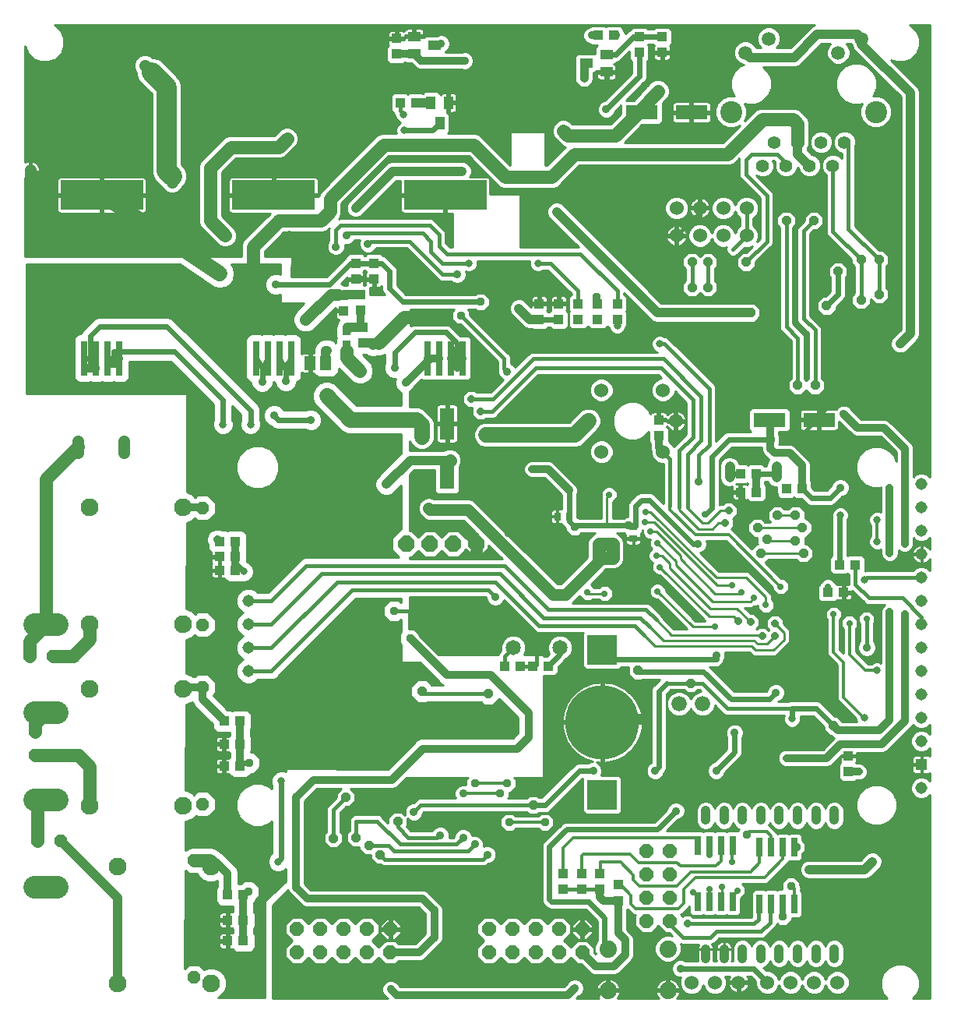
<source format=gbl>
G75*
G70*
%OFA0B0*%
%FSLAX24Y24*%
%IPPOS*%
%LPD*%
%AMOC8*
5,1,8,0,0,1.08239X$1,22.5*
%
%ADD10R,0.0394X0.0433*%
%ADD11R,0.0433X0.0394*%
%ADD12R,0.1378X0.0630*%
%ADD13C,0.0594*%
%ADD14C,0.0945*%
%ADD15C,0.0554*%
%ADD16R,0.0425X0.0413*%
%ADD17C,0.0440*%
%ADD18R,0.0551X0.0394*%
%ADD19C,0.0650*%
%ADD20C,0.0600*%
%ADD21R,0.0630X0.1378*%
%ADD22R,0.0394X0.0551*%
%ADD23OC8,0.0600*%
%ADD24R,0.0354X0.0276*%
%ADD25C,0.0740*%
%ADD26C,0.3150*%
%ADD27R,0.1250X0.1250*%
%ADD28C,0.0660*%
%ADD29C,0.0397*%
%ADD30R,0.0260X0.0800*%
%ADD31C,0.0760*%
%ADD32OC8,0.0520*%
%ADD33C,0.0974*%
%ADD34C,0.0515*%
%ADD35R,0.0515X0.0515*%
%ADD36R,0.0276X0.0354*%
%ADD37R,0.0512X0.0591*%
%ADD38C,0.0515*%
%ADD39R,0.0315X0.1496*%
%ADD40R,0.3543X0.1260*%
%ADD41OC8,0.0700*%
%ADD42OC8,0.0396*%
%ADD43C,0.0240*%
%ADD44C,0.0400*%
%ADD45C,0.0357*%
%ADD46C,0.0396*%
%ADD47C,0.0500*%
%ADD48C,0.0320*%
%ADD49C,0.0317*%
%ADD50C,0.0160*%
%ADD51OC8,0.0317*%
%ADD52C,0.0100*%
%ADD53OC8,0.0278*%
%ADD54C,0.0120*%
%ADD55C,0.0560*%
%ADD56OC8,0.0357*%
%ADD57C,0.0278*%
%ADD58C,0.0660*%
%ADD59C,0.0860*%
%ADD60C,0.0228*%
%ADD61C,0.0217*%
%ADD62C,0.0197*%
%ADD63C,0.0366*%
D10*
X026446Y006335D03*
X026446Y007005D03*
X027233Y007005D03*
X027233Y006335D03*
X028020Y006335D03*
X028020Y007005D03*
X028813Y006508D03*
X028813Y005838D03*
X038650Y011355D03*
X038650Y012024D03*
X036672Y023452D03*
X036003Y023452D03*
X034704Y024091D03*
X034034Y024091D03*
X026249Y030696D03*
X026249Y031365D03*
X025412Y031365D03*
X025412Y030696D03*
X017858Y030361D03*
X017858Y029692D03*
X017779Y031075D03*
X017779Y031744D03*
X017041Y031729D03*
X017041Y031060D03*
X019462Y039957D03*
X020132Y039957D03*
X027932Y042841D03*
X028601Y042841D03*
D11*
X029694Y042782D03*
X029694Y042113D03*
X030678Y042113D03*
X030678Y042782D03*
X019310Y042713D03*
X019310Y042044D03*
X027085Y031365D03*
X027085Y030696D03*
X027922Y030696D03*
X027922Y031365D03*
X028759Y031365D03*
X028759Y030696D03*
X030530Y026394D03*
X030530Y025725D03*
X034034Y023304D03*
X034704Y023304D03*
X038267Y020204D03*
X038936Y020204D03*
X038444Y019022D03*
X037774Y019022D03*
X025796Y015873D03*
X025127Y015873D03*
X024615Y015873D03*
X023946Y015873D03*
X012607Y013511D03*
X011938Y013511D03*
X011938Y012526D03*
X012607Y012526D03*
X012607Y011591D03*
X011938Y011591D03*
X012085Y006080D03*
X012755Y006080D03*
X012755Y004997D03*
X012085Y004997D03*
X012085Y004111D03*
X012755Y004111D03*
X012410Y019957D03*
X012410Y020548D03*
X012410Y021188D03*
X011741Y021188D03*
X011741Y020548D03*
X011741Y019957D03*
D12*
X029812Y039544D03*
X031938Y039544D03*
X035274Y026404D03*
X037400Y026404D03*
D13*
X038221Y042105D03*
X039221Y042704D03*
X035241Y042704D03*
X034241Y042105D03*
D14*
X033631Y039574D03*
X039831Y039574D03*
D15*
X038481Y038274D03*
X037481Y038274D03*
X036481Y038274D03*
X035481Y038274D03*
X034981Y037274D03*
X035981Y037274D03*
X036981Y037274D03*
X037981Y037274D03*
D16*
X018345Y033107D03*
X018345Y032418D03*
X017558Y032418D03*
X017558Y033107D03*
D17*
X033566Y024410D02*
X033566Y023970D01*
X035566Y023970D02*
X035566Y024410D01*
D18*
X028296Y041286D03*
X028296Y042034D03*
X027430Y041660D03*
X020924Y042428D03*
X020058Y042802D03*
X020058Y042054D03*
D19*
X024314Y016660D03*
X026314Y016660D03*
D20*
X028080Y025036D03*
X027528Y026355D03*
X028080Y027674D03*
X030717Y027674D03*
X031269Y026355D03*
X030717Y025036D03*
X031294Y034278D03*
X032294Y034278D03*
X033294Y034278D03*
X033294Y035459D03*
X032294Y035459D03*
X031294Y035459D03*
X034294Y035459D03*
X034294Y034278D03*
X033942Y002339D03*
X032942Y002339D03*
X031942Y002339D03*
X035182Y002339D03*
X036182Y002339D03*
X037182Y002339D03*
X038182Y002339D03*
D21*
X021475Y024111D03*
X021475Y026237D03*
D22*
X021160Y039096D03*
X020786Y039962D03*
X021534Y039962D03*
D23*
X030020Y007973D03*
X030020Y006973D03*
X030020Y005973D03*
X031020Y005973D03*
X031020Y006973D03*
X031020Y007973D03*
X031020Y004973D03*
X030020Y004973D03*
X027265Y004621D03*
X026265Y004621D03*
X025265Y004621D03*
X025265Y003621D03*
X026265Y003621D03*
X027265Y003621D03*
X024265Y003621D03*
X023265Y003621D03*
X023265Y004621D03*
X024265Y004621D03*
X019046Y004621D03*
X018046Y004621D03*
X017046Y004621D03*
X016046Y004621D03*
X015046Y004621D03*
X015046Y003621D03*
X016046Y003621D03*
X017046Y003621D03*
X018046Y003621D03*
X019046Y003621D03*
D24*
X029448Y021326D03*
X029448Y021837D03*
X017179Y029657D03*
X017179Y030169D03*
D25*
X028364Y003771D03*
X028364Y001991D03*
X030924Y001991D03*
X030924Y003771D03*
D26*
X028119Y013461D03*
D27*
X028119Y010361D03*
X028119Y016561D03*
D28*
X031408Y014249D03*
X032408Y014249D03*
D29*
X032538Y009675D02*
X032538Y009278D01*
X033326Y009278D02*
X033326Y009675D01*
X034113Y009675D02*
X034113Y009278D01*
X034900Y009278D02*
X034900Y009675D01*
X035688Y009675D02*
X035688Y009278D01*
X036475Y009278D02*
X036475Y009675D01*
X037263Y009675D02*
X037263Y009278D01*
X038050Y009278D02*
X038050Y009675D01*
X038050Y003767D02*
X038050Y003370D01*
X037263Y003370D02*
X037263Y003767D01*
X036475Y003767D02*
X036475Y003370D01*
X035688Y003370D02*
X035688Y003767D01*
X034900Y003767D02*
X034900Y003370D01*
X034113Y003370D02*
X034113Y003767D01*
X033326Y003767D02*
X033326Y003370D01*
X032538Y003370D02*
X032538Y003767D01*
D30*
X032692Y005785D03*
X033192Y005785D03*
X033692Y005785D03*
X034849Y005706D03*
X035349Y005706D03*
X035849Y005706D03*
X036349Y005706D03*
X036349Y008126D03*
X035849Y008126D03*
X035349Y008126D03*
X034849Y008126D03*
X033692Y008205D03*
X033192Y008205D03*
X032692Y008205D03*
X032192Y008205D03*
X032192Y005785D03*
D31*
X011369Y007300D03*
X010188Y009879D03*
X007369Y007300D03*
X006188Y009879D03*
X006188Y014879D03*
X006188Y017654D03*
X010188Y017654D03*
X010188Y014879D03*
X010188Y022654D03*
X006188Y022654D03*
X007369Y002300D03*
X011369Y002300D03*
D32*
X010648Y002546D03*
X010648Y007546D03*
X011008Y009962D03*
X011008Y014962D03*
X011008Y017635D03*
X011008Y022635D03*
X004593Y016296D03*
X003593Y016296D03*
X003828Y013056D03*
X003828Y012056D03*
X003948Y008393D03*
X004948Y008393D03*
D33*
X004787Y006424D02*
X003813Y006424D01*
X003813Y010164D02*
X004787Y010164D01*
X004787Y013904D02*
X003813Y013904D01*
X003813Y017644D02*
X004787Y017644D01*
D34*
X012975Y017652D03*
X012975Y016652D03*
X012975Y015652D03*
X012975Y018652D03*
X041786Y018652D03*
X041786Y019652D03*
X041786Y020652D03*
X041786Y021652D03*
X041786Y022652D03*
X041786Y023652D03*
X041786Y017652D03*
X041786Y016652D03*
X041786Y015652D03*
X041786Y014652D03*
X041786Y013652D03*
X041786Y012652D03*
X041786Y010652D03*
D35*
X041786Y011652D03*
D36*
X026702Y022270D03*
X026190Y022270D03*
D37*
X016278Y028826D03*
X015609Y028826D03*
D38*
X009694Y036560D02*
X009694Y037075D01*
X003631Y037075D02*
X003631Y036560D01*
X005678Y025500D02*
X005678Y024985D01*
X007646Y024985D02*
X007646Y025500D01*
D39*
X007442Y029038D03*
X006942Y029038D03*
X006442Y029038D03*
X005942Y029038D03*
X013294Y029038D03*
X013794Y029038D03*
X014294Y029038D03*
X014794Y029038D03*
X020646Y029038D03*
X021146Y029038D03*
X021646Y029038D03*
X022146Y029038D03*
D40*
X021396Y036011D03*
X014044Y036011D03*
X006692Y036011D03*
D41*
X019739Y021092D03*
X020739Y021092D03*
X021739Y021092D03*
X022739Y021092D03*
D42*
X023247Y014692D03*
X024231Y013068D03*
X025166Y009918D03*
X029694Y013609D03*
X029644Y015676D03*
X031908Y015135D03*
X034024Y010755D03*
X038011Y013314D03*
X037519Y015676D03*
X036731Y020696D03*
X036387Y021237D03*
X036682Y021778D03*
X036387Y022320D03*
X035599Y022320D03*
X034763Y021778D03*
X035156Y021286D03*
X034910Y020696D03*
X035993Y023452D03*
X035993Y025568D03*
X035304Y025568D03*
X033188Y026207D03*
X036485Y027881D03*
X037223Y027881D03*
X037765Y029209D03*
X037715Y031276D03*
X039192Y031522D03*
X039979Y031769D03*
X039979Y033245D03*
X039192Y033245D03*
X038207Y032753D03*
X037174Y034918D03*
X035993Y034918D03*
X034270Y033146D03*
X032646Y033146D03*
X031957Y033146D03*
X031957Y032064D03*
X032646Y032064D03*
X034467Y030981D03*
X026446Y038757D03*
X030511Y040469D03*
X020393Y014790D03*
X016751Y013707D03*
X017144Y010263D03*
X017587Y008540D03*
X018129Y008196D03*
X018621Y007802D03*
X019359Y009229D03*
X016603Y008491D03*
D43*
X014389Y007654D02*
X014241Y007507D01*
X014389Y007654D02*
X014389Y010952D01*
X013011Y011739D02*
X012755Y011739D01*
X012607Y011591D01*
X012961Y006227D02*
X012814Y006080D01*
X012755Y006080D01*
X025166Y009918D02*
X025658Y009918D01*
X027135Y011394D01*
X027725Y011394D01*
X030383Y011394D02*
X030530Y011542D01*
X030530Y014790D01*
X030875Y015135D01*
X029694Y015627D02*
X029644Y015676D01*
X029694Y015627D02*
X032450Y015627D01*
X033631Y014446D01*
X035265Y014446D01*
X035550Y014731D01*
X036239Y014052D02*
X036239Y013609D01*
X036239Y014052D02*
X037272Y014052D01*
X038011Y013314D01*
X032991Y016168D02*
X032991Y016316D01*
X032991Y016168D02*
X028267Y016168D01*
X026314Y016391D02*
X026314Y016660D01*
X026314Y016391D02*
X025796Y015873D01*
X026938Y021828D02*
X026987Y021877D01*
X028316Y021877D01*
X029251Y021877D01*
X029546Y021877D01*
X029546Y022713D01*
X029792Y022959D01*
X030137Y022959D01*
X032007Y021089D01*
X032204Y021089D01*
X032499Y022369D02*
X032548Y022369D01*
X032794Y022615D01*
X032794Y024830D01*
X033532Y025568D01*
X035304Y025568D01*
X035566Y024190D02*
X035467Y024091D01*
X034704Y024091D01*
X034034Y024091D02*
X033467Y024091D01*
X033566Y024190D01*
X036672Y023452D02*
X037066Y023058D01*
X037863Y023058D01*
X038306Y023501D01*
X038306Y022320D02*
X038267Y022280D01*
X038267Y020204D01*
X037715Y031276D02*
X038207Y031769D01*
X038207Y032753D01*
X036481Y038274D02*
X036475Y038274D01*
X030678Y042782D02*
X029694Y042782D01*
X029438Y042782D01*
X028690Y042034D01*
X028296Y042034D01*
X028296Y041286D02*
X028296Y040666D01*
X028109Y040479D01*
X025688Y040479D01*
X028286Y039682D02*
X029694Y041089D01*
X029694Y042113D01*
X028709Y042841D02*
X028601Y042841D01*
X021160Y039096D02*
X020845Y038781D01*
X019654Y038781D01*
X014704Y034396D02*
X014605Y034190D01*
X014133Y032192D02*
X016436Y032192D01*
X017351Y033107D01*
X017558Y033107D01*
X018345Y033107D01*
X018660Y033107D01*
X019015Y032753D01*
X019015Y032015D01*
X019585Y031444D01*
X022902Y031444D01*
X021426Y030144D02*
X021908Y029662D01*
X021908Y029308D01*
X021426Y030144D02*
X020097Y030144D01*
X019231Y029278D01*
X019231Y028609D01*
X017179Y029362D02*
X017179Y029657D01*
X017179Y030169D02*
X017159Y030189D01*
X017558Y032418D02*
X017578Y032418D01*
X017735Y032408D01*
X014794Y029038D02*
X014595Y028619D01*
X014561Y028580D02*
X014521Y028619D01*
X014794Y029038D01*
X014294Y029038D02*
X014521Y028619D01*
X014561Y028580D02*
X014561Y028063D01*
X013794Y028609D02*
X013794Y029038D01*
X013562Y028619D01*
X013557Y028614D01*
X013557Y028033D01*
X013562Y028619D02*
X013294Y029038D01*
X011879Y027241D02*
X011879Y026207D01*
X012450Y025676D02*
X012499Y025735D01*
X013060Y026207D02*
X013060Y026803D01*
X009472Y030391D01*
X006613Y030391D01*
X006209Y029987D01*
X006209Y028861D01*
X006442Y029038D01*
X006442Y028609D01*
X006239Y028609D01*
X006442Y029038D02*
X005942Y029038D01*
X006942Y029038D02*
X007204Y029038D01*
X007204Y029308D01*
X009812Y029308D01*
X011879Y027241D01*
X014069Y026586D02*
X014251Y026404D01*
X014664Y026404D01*
X015653Y026399D01*
X015215Y025578D02*
X014861Y025617D01*
X014861Y025774D01*
X017499Y025479D02*
X017499Y025336D01*
X012410Y020351D02*
X012410Y020263D01*
X012765Y019908D01*
X007442Y029038D02*
X007204Y029038D01*
X025412Y030696D02*
X026219Y030696D01*
X026259Y030735D01*
X026249Y031326D02*
X026249Y031365D01*
X026298Y031326D01*
X025452Y031326D02*
X025412Y031365D01*
X027873Y030686D02*
X027932Y030686D01*
X027922Y030696D01*
X028660Y031463D02*
X028759Y031365D01*
X026702Y023393D02*
X026702Y022270D01*
X026702Y022064D01*
X026938Y021828D01*
X031465Y002930D02*
X031957Y002930D01*
D44*
X027873Y001847D02*
X027479Y001847D01*
X036977Y007162D02*
X039339Y007162D01*
X039684Y007507D01*
X024231Y013068D02*
X023591Y013707D01*
X016751Y013707D01*
X018877Y023648D02*
X019900Y024672D01*
X021593Y024672D01*
X018542Y029613D02*
X018345Y029613D01*
X018316Y029583D01*
X018542Y029613D02*
X018542Y029702D01*
X018532Y029692D01*
X017858Y029692D01*
X017858Y030361D02*
X017213Y030361D01*
X016347Y029372D02*
X016278Y029372D01*
X016278Y028826D01*
X017041Y031729D02*
X017056Y031744D01*
X017779Y031744D01*
X017568Y035459D02*
X019143Y037034D01*
X022115Y037034D01*
X020786Y039962D02*
X020137Y039962D01*
X020132Y039957D01*
X017450Y038324D02*
X017450Y038284D01*
X024546Y031168D02*
X025019Y030696D01*
X025412Y030696D01*
X026160Y035302D02*
X030481Y030981D01*
X034467Y030981D01*
X036981Y037274D02*
X036481Y037774D01*
X036481Y038274D01*
X036475Y038274D02*
X036475Y038570D01*
X036337Y041906D02*
X034440Y041906D01*
X034241Y042105D01*
X036337Y041906D02*
X037322Y042891D01*
X039034Y042891D01*
X039221Y042704D01*
X039221Y042467D01*
X041308Y040381D01*
X041308Y030095D01*
X040865Y029652D01*
X029812Y039544D02*
X029379Y039544D01*
X029428Y039594D01*
X029690Y039594D01*
X003808Y036641D02*
X003631Y036818D01*
X004948Y008393D02*
X004948Y008385D01*
X007369Y005963D01*
X007369Y002300D01*
D45*
X017091Y007999D03*
X020048Y009623D03*
X020540Y010509D03*
X022168Y010410D03*
X022164Y008540D03*
X022656Y008245D03*
X023198Y007802D03*
X021180Y008639D03*
X019064Y002044D03*
X026938Y002093D03*
X031465Y002930D03*
X031269Y009672D03*
X030383Y011394D03*
X032991Y011394D03*
X033778Y013019D03*
X035550Y014731D03*
X032991Y016316D03*
X032942Y021040D03*
X032204Y021089D03*
X032253Y023747D03*
X029743Y029652D03*
X029743Y030440D03*
X032843Y030046D03*
X028611Y034770D03*
X027824Y034770D03*
X026160Y035302D03*
X029841Y038560D03*
X028286Y039682D03*
X026593Y041365D03*
X026160Y040922D03*
X025688Y040479D03*
X026593Y042005D03*
X026593Y042595D03*
X026150Y043087D03*
X027676Y042841D03*
X028709Y042841D03*
X031908Y041316D03*
X024576Y043087D03*
X024133Y042595D03*
X024133Y041857D03*
X024083Y041217D03*
X024083Y040528D03*
X022223Y041759D03*
X021219Y042487D03*
X022115Y037034D03*
X018089Y033924D03*
X017184Y034278D03*
X016711Y033806D03*
X017735Y032408D03*
X017213Y030361D03*
X018316Y029583D03*
X019231Y028609D03*
X019704Y027979D03*
X017499Y025479D03*
X015653Y026399D03*
X015215Y025578D03*
X014069Y026586D03*
X013557Y028033D03*
X014561Y028063D03*
X014133Y032192D03*
X014605Y034190D03*
X017568Y035459D03*
X014625Y038422D03*
X011436Y039357D03*
X011436Y040194D03*
X011436Y040932D03*
X008532Y041552D03*
X021908Y032625D03*
X024546Y031168D03*
X024034Y028471D03*
X023148Y025765D03*
X021593Y024672D03*
X018877Y023648D03*
X018916Y022861D03*
X021032Y018580D03*
X023444Y017202D03*
X023542Y018826D03*
X027725Y011394D03*
X038306Y023501D03*
X038454Y026650D03*
X040668Y026995D03*
X040865Y029652D03*
X039438Y016660D03*
X039684Y007507D03*
D46*
X036977Y007162D03*
X019999Y030784D03*
X015422Y030686D03*
X011977Y034278D03*
D47*
X015422Y030686D02*
X016505Y031769D01*
X016800Y031769D01*
X017735Y022861D02*
X017735Y022221D01*
X017735Y022861D02*
X018916Y022861D01*
X020688Y022615D02*
X020737Y022566D01*
X022361Y022566D01*
X024231Y020696D01*
X024182Y020745D01*
X024231Y020696D02*
X026003Y018924D01*
X026544Y018924D01*
X027971Y020351D01*
X027971Y020499D01*
X022739Y020778D02*
X022706Y020745D01*
X022739Y020778D02*
X022739Y021092D01*
X022739Y021204D01*
X022066Y021877D01*
X020540Y021877D01*
X008828Y041267D02*
X008818Y041267D01*
X008532Y041552D01*
D48*
X016800Y031769D02*
X016839Y031729D01*
X017041Y031729D01*
X017779Y031075D02*
X017779Y030440D01*
X017858Y030361D01*
X017263Y030292D02*
X017213Y030361D01*
X017263Y030292D02*
X017159Y030189D01*
X019704Y027979D02*
X020763Y029038D01*
X020934Y029038D01*
X021146Y029038D01*
X020763Y029038D02*
X020646Y029038D01*
X021646Y029038D02*
X021908Y028619D01*
X021908Y029308D01*
X021908Y029436D01*
X022146Y029038D02*
X021646Y029038D01*
X025117Y024288D02*
X025806Y024288D01*
X026702Y023393D01*
X030530Y025223D02*
X030530Y025725D01*
X030530Y025223D02*
X030717Y025036D01*
X034704Y024091D02*
X034704Y023304D01*
X035501Y024977D02*
X036141Y024977D01*
X036672Y024446D01*
X036672Y023452D01*
X035501Y024977D02*
X035304Y025174D01*
X035304Y025568D01*
X035304Y026375D01*
X038454Y026650D02*
X039044Y026060D01*
X040176Y026060D01*
X041062Y025174D01*
X041062Y021089D01*
X040422Y020696D02*
X040422Y023501D01*
X040422Y018186D02*
X040422Y013560D01*
X039979Y013117D01*
X038207Y013117D01*
X038011Y013314D01*
X038306Y012526D02*
X037715Y011936D01*
X035993Y011936D01*
X038306Y012526D02*
X040078Y012526D01*
X041062Y013511D01*
X041062Y018087D01*
X039093Y011345D02*
X038660Y011345D01*
X038650Y011355D01*
X029103Y004160D02*
X029103Y003520D01*
X028611Y003028D01*
X027824Y003028D01*
X027265Y003587D01*
X027265Y003621D01*
X026938Y002093D02*
X026643Y001798D01*
X019310Y001798D01*
X019064Y002044D01*
X019046Y003621D02*
X020270Y003621D01*
X020924Y004274D01*
X020924Y005420D01*
X020412Y005932D01*
X015491Y005932D01*
X015019Y006404D01*
X015019Y010253D01*
X015767Y011001D01*
X019113Y011001D01*
X020442Y012330D01*
X024477Y012330D01*
X024969Y012822D01*
X024969Y013855D01*
X023345Y015479D01*
X021475Y015479D01*
X019900Y017054D01*
X012410Y019957D02*
X012410Y020351D01*
X012410Y020548D01*
X012410Y021188D01*
X011741Y021188D02*
X011643Y021286D01*
X011633Y021286D01*
X011008Y022635D02*
X010988Y022654D01*
X010188Y022654D01*
X006442Y028580D02*
X006121Y028580D01*
X006205Y028663D01*
X006442Y028609D02*
X006442Y028580D01*
X007095Y028786D02*
X007284Y028786D01*
X007442Y029038D01*
X019310Y042044D02*
X019320Y042054D01*
X020058Y042054D01*
X020353Y041759D01*
X022223Y041759D01*
X027676Y042841D02*
X027932Y042841D01*
X011008Y014962D02*
X010271Y014962D01*
X010188Y014879D01*
X011008Y014962D02*
X011008Y014441D01*
X011938Y013511D01*
X012607Y013511D02*
X012607Y012526D01*
X012607Y011591D01*
X011576Y007497D02*
X011369Y007300D01*
X011576Y007497D02*
X012085Y006987D01*
X012085Y006080D01*
X012755Y006080D02*
X012755Y004997D01*
X012755Y004111D01*
X028020Y005981D02*
X028186Y005816D01*
X028790Y005816D01*
X028813Y005838D01*
X028813Y004451D01*
X029103Y004160D01*
X028020Y005981D02*
X028020Y006335D01*
D49*
X035993Y011936D03*
X036239Y013609D03*
X039093Y011345D03*
X039339Y013658D03*
X039881Y015676D03*
X040422Y018186D03*
X041062Y018087D03*
X039339Y019564D03*
X040422Y020696D03*
X039881Y021188D03*
X039881Y022123D03*
X040422Y023501D03*
X038306Y022320D03*
X038257Y020204D03*
X038355Y019662D03*
X041062Y021089D03*
X030580Y029652D03*
X028759Y030440D03*
X027873Y030686D03*
X027085Y030725D03*
X026259Y030735D03*
X026298Y031326D03*
X025363Y033097D03*
X022410Y033097D03*
X020885Y037556D03*
X019654Y038781D03*
X019620Y039456D03*
X011751Y032643D03*
X016347Y029372D03*
X017745Y028491D03*
X016323Y027423D03*
X013060Y026207D03*
X012450Y025676D03*
X011879Y026207D03*
X011633Y021286D03*
X012765Y019908D03*
X020688Y022615D03*
X025117Y024288D03*
X014389Y010952D03*
X014241Y007507D03*
D50*
X016603Y008491D02*
X016603Y009721D01*
X017144Y010263D01*
X017686Y010066D02*
X017091Y009471D01*
X017091Y007999D01*
X017587Y008540D02*
X017587Y009229D01*
X018473Y009229D01*
X019457Y008245D01*
X021869Y008245D01*
X022164Y008540D01*
X022656Y008245D02*
X022361Y007950D01*
X019211Y007950D01*
X018965Y008196D01*
X018129Y008196D01*
X018621Y007802D02*
X018818Y007605D01*
X023001Y007605D01*
X023198Y007802D01*
X025166Y009918D02*
X020343Y009918D01*
X020048Y009623D01*
X019802Y010066D02*
X017686Y010066D01*
X019359Y009229D02*
X019359Y008983D01*
X019802Y008540D01*
X021032Y008540D01*
X021180Y008639D01*
X020540Y010509D02*
X019802Y010066D01*
X020393Y014692D02*
X023247Y014692D01*
X023946Y015873D02*
X023946Y016292D01*
X024314Y016660D01*
X023542Y017251D02*
X025117Y017251D01*
X025314Y017054D01*
X025314Y015922D01*
X025176Y015922D01*
X025127Y015873D01*
X024615Y015873D01*
X023542Y017251D02*
X022558Y018235D01*
X019211Y018235D01*
X017416Y019121D02*
X013948Y015652D01*
X012975Y015652D01*
X012975Y016652D02*
X013948Y016652D01*
X016761Y019465D01*
X023542Y019465D01*
X025412Y017595D01*
X029497Y017595D01*
X029891Y017202D01*
X030137Y017546D02*
X029743Y017940D01*
X025609Y017940D01*
X023739Y019810D01*
X016105Y019810D01*
X013948Y017652D01*
X012975Y017652D01*
X012975Y018652D02*
X013948Y018652D01*
X015450Y020154D01*
X023936Y020154D01*
X025806Y018284D01*
X029989Y018284D01*
X030432Y017841D01*
X028414Y016316D02*
X028119Y016561D01*
X028414Y016316D02*
X028267Y016168D01*
X030875Y015135D02*
X031908Y015135D01*
X032400Y015135D01*
X033483Y014052D01*
X036239Y014052D01*
X034024Y010755D02*
X034015Y010755D01*
X032192Y006042D02*
X032192Y005785D01*
X031761Y004849D02*
X034615Y004849D01*
X034800Y005034D01*
X034849Y005706D01*
X035349Y005706D02*
X035300Y004894D01*
X034915Y004510D01*
X032996Y004510D01*
X032745Y004259D01*
X031587Y004259D01*
X031020Y004826D01*
X031020Y004973D01*
X028052Y005981D02*
X028052Y006304D01*
X028020Y006335D01*
X027233Y006335D01*
X026446Y006335D01*
X024231Y013068D02*
X024182Y013068D01*
X020393Y014692D02*
X020393Y014790D01*
X023542Y018826D02*
X023247Y019121D01*
X017416Y019121D01*
X022902Y026749D02*
X023394Y026749D01*
X025265Y028619D01*
X030629Y028619D01*
X032007Y027241D01*
X032007Y025666D01*
X031416Y025076D01*
X031416Y022664D01*
X031761Y022664D02*
X031761Y024928D01*
X032351Y025519D01*
X032351Y027389D01*
X030727Y029013D01*
X025166Y029013D01*
X023444Y027290D01*
X022499Y027290D01*
X023916Y028589D02*
X024034Y028471D01*
X023916Y028589D02*
X023916Y029013D01*
X022066Y030863D01*
X021908Y032625D02*
X021278Y032625D01*
X019871Y034032D01*
X018198Y034032D01*
X018089Y033924D01*
X017282Y034377D02*
X017184Y034278D01*
X017282Y034377D02*
X020442Y034377D01*
X020786Y034032D01*
X020786Y033589D01*
X021278Y033097D01*
X022410Y033097D01*
X021475Y033491D02*
X027184Y033491D01*
X028759Y031916D01*
X028759Y031365D01*
X028759Y030696D02*
X028759Y030440D01*
X027922Y031365D02*
X027922Y031621D01*
X027873Y031670D01*
X027085Y031916D02*
X027085Y031365D01*
X027085Y031916D02*
X025904Y033097D01*
X025363Y033097D01*
X021475Y033491D02*
X021131Y033835D01*
X021131Y034328D01*
X020737Y034721D01*
X016918Y034721D01*
X016711Y034515D01*
X016711Y033806D01*
X019620Y039456D02*
X019462Y039613D01*
X019462Y039957D01*
X030580Y029652D02*
X030776Y029652D01*
X032696Y027733D01*
X032696Y025322D01*
X032253Y024879D01*
X032253Y023747D01*
X031022Y024731D02*
X031022Y022713D01*
X031022Y024731D02*
X030717Y025036D01*
X032302Y029554D02*
X032302Y029898D01*
X032351Y029948D01*
X032400Y029948D01*
X032499Y030046D01*
X032843Y030046D01*
X032646Y032064D02*
X032646Y033146D01*
X031957Y033146D02*
X031957Y032064D01*
X033711Y033688D02*
X033711Y033696D01*
X034294Y034278D01*
X034294Y035459D01*
X035156Y036001D02*
X034270Y036887D01*
X034270Y037526D01*
X034517Y037772D01*
X035599Y037772D01*
X035981Y037391D01*
X035981Y037274D01*
X035156Y036001D02*
X035156Y034032D01*
X034270Y033146D01*
X035993Y034918D02*
X035993Y030391D01*
X036485Y029898D01*
X036485Y027881D01*
X037223Y027881D02*
X037223Y030243D01*
X036731Y030735D01*
X036731Y034475D01*
X037174Y034918D01*
X037981Y034456D02*
X039192Y033245D01*
X039192Y031522D01*
X039979Y031769D02*
X039979Y033245D01*
X038650Y034574D01*
X038650Y038117D01*
X038493Y038274D01*
X038481Y038274D01*
X037981Y037274D02*
X037981Y034456D01*
X037765Y029209D02*
X037765Y026946D01*
X037400Y026581D01*
X037400Y026404D01*
X037253Y026257D01*
X037125Y026257D01*
X036436Y025568D01*
X035993Y025568D01*
X035304Y026375D02*
X035274Y026404D01*
X035993Y023452D02*
X036003Y023452D01*
X038936Y020204D02*
X038946Y020194D01*
X038946Y019367D01*
X039536Y018776D01*
X040963Y018776D01*
X041786Y017954D01*
X041786Y017652D01*
X041786Y019652D02*
X039428Y019652D01*
X039339Y019564D01*
X039438Y017891D02*
X039438Y016660D01*
X035849Y005706D02*
X035849Y005148D01*
X035845Y005144D01*
X031294Y034278D02*
X032294Y035278D01*
X032294Y035459D01*
D51*
X022902Y026749D03*
X022499Y027290D03*
X021475Y026306D03*
X033532Y022517D03*
X033385Y021975D03*
X033926Y017792D03*
X034467Y017743D03*
X034959Y017152D03*
X035501Y017152D03*
X035501Y017694D03*
X031761Y004849D03*
D52*
X031992Y005139D02*
X031913Y005218D01*
X031608Y005218D01*
X031530Y005141D01*
X031530Y005184D01*
X031474Y005241D01*
X031520Y005260D01*
X031596Y005336D01*
X031842Y005582D01*
X031852Y005606D01*
X031852Y005298D01*
X031975Y005175D01*
X032409Y005175D01*
X032442Y005208D01*
X032475Y005175D01*
X032909Y005175D01*
X032942Y005208D01*
X032975Y005175D01*
X033409Y005175D01*
X033442Y005208D01*
X033475Y005175D01*
X033909Y005175D01*
X034032Y005298D01*
X034032Y005922D01*
X034046Y005922D01*
X034250Y006127D01*
X034250Y006416D01*
X034119Y006548D01*
X035112Y006548D01*
X035211Y006589D01*
X036002Y007380D01*
X036078Y007456D01*
X036112Y007537D01*
X036132Y007516D01*
X036566Y007516D01*
X036689Y007639D01*
X036689Y007846D01*
X036814Y007971D01*
X036814Y008293D01*
X036689Y008418D01*
X036689Y008613D01*
X036566Y008736D01*
X036132Y008736D01*
X036099Y008703D01*
X036066Y008736D01*
X035632Y008736D01*
X035599Y008703D01*
X035594Y008709D01*
X035578Y008746D01*
X035502Y008822D01*
X035309Y009015D01*
X035242Y009043D01*
X035247Y009047D01*
X035294Y009162D01*
X035342Y009047D01*
X035456Y008932D01*
X035607Y008870D01*
X035769Y008870D01*
X035919Y008932D01*
X036034Y009047D01*
X036081Y009162D01*
X036129Y009047D01*
X036244Y008932D01*
X036394Y008870D01*
X036556Y008870D01*
X036707Y008932D01*
X036821Y009047D01*
X036869Y009162D01*
X036916Y009047D01*
X037031Y008932D01*
X037181Y008870D01*
X037344Y008870D01*
X037494Y008932D01*
X037609Y009047D01*
X037656Y009162D01*
X037704Y009047D01*
X037819Y008932D01*
X037969Y008870D01*
X038131Y008870D01*
X038281Y008932D01*
X038396Y009047D01*
X038458Y009197D01*
X038458Y009756D01*
X038396Y009907D01*
X038281Y010021D01*
X038131Y010084D01*
X037969Y010084D01*
X037819Y010021D01*
X037704Y009907D01*
X037656Y009792D01*
X037609Y009907D01*
X037494Y010021D01*
X037344Y010084D01*
X037181Y010084D01*
X037031Y010021D01*
X036916Y009907D01*
X036869Y009792D01*
X036821Y009907D01*
X036707Y010021D01*
X036556Y010084D01*
X036394Y010084D01*
X036244Y010021D01*
X036129Y009907D01*
X036081Y009792D01*
X036034Y009907D01*
X035919Y010021D01*
X035769Y010084D01*
X035607Y010084D01*
X035456Y010021D01*
X035342Y009907D01*
X035294Y009792D01*
X035247Y009907D01*
X035132Y010021D01*
X034982Y010084D01*
X034819Y010084D01*
X034669Y010021D01*
X034554Y009907D01*
X034507Y009792D01*
X034459Y009907D01*
X034344Y010021D01*
X034194Y010084D01*
X034032Y010084D01*
X033882Y010021D01*
X033767Y009907D01*
X033719Y009792D01*
X033672Y009907D01*
X033557Y010021D01*
X033407Y010084D01*
X033244Y010084D01*
X033094Y010021D01*
X032979Y009907D01*
X032932Y009792D01*
X032884Y009907D01*
X032770Y010021D01*
X032619Y010084D01*
X032457Y010084D01*
X032307Y010021D01*
X032192Y009907D01*
X032130Y009756D01*
X032130Y009197D01*
X032192Y009047D01*
X032307Y008932D01*
X032457Y008870D01*
X032619Y008870D01*
X032770Y008932D01*
X032884Y009047D01*
X032932Y009162D01*
X032979Y009047D01*
X033094Y008932D01*
X033244Y008870D01*
X033407Y008870D01*
X033557Y008932D01*
X033672Y009047D01*
X033719Y009162D01*
X033767Y009047D01*
X033882Y008932D01*
X033976Y008893D01*
X033907Y008824D01*
X033907Y008815D01*
X033475Y008815D01*
X033442Y008782D01*
X033409Y008815D01*
X032975Y008815D01*
X032942Y008782D01*
X032909Y008815D01*
X032475Y008815D01*
X032442Y008782D01*
X032409Y008815D01*
X031975Y008815D01*
X031970Y008810D01*
X030857Y008810D01*
X031330Y009284D01*
X031346Y009284D01*
X031489Y009343D01*
X031598Y009452D01*
X031657Y009595D01*
X031657Y009749D01*
X031598Y009892D01*
X031489Y010001D01*
X031346Y010060D01*
X031191Y010060D01*
X031048Y010001D01*
X030939Y009892D01*
X030880Y009749D01*
X030880Y009734D01*
X030349Y009203D01*
X026530Y009203D01*
X026413Y009154D01*
X026323Y009065D01*
X025585Y008327D01*
X025537Y008210D01*
X025537Y005819D01*
X025585Y005702D01*
X025675Y005613D01*
X025684Y005604D01*
X025773Y005514D01*
X025890Y005466D01*
X027397Y005466D01*
X027899Y004963D01*
X027899Y004126D01*
X027873Y004099D01*
X027784Y003886D01*
X027784Y003655D01*
X027830Y003545D01*
X027775Y003601D01*
X027775Y003832D01*
X027476Y004131D01*
X027053Y004131D01*
X026765Y003842D01*
X026486Y004121D01*
X026775Y004410D01*
X026775Y004832D01*
X026476Y005131D01*
X026053Y005131D01*
X025765Y004842D01*
X025476Y005131D01*
X025053Y005131D01*
X024765Y004842D01*
X024476Y005131D01*
X024053Y005131D01*
X023765Y004842D01*
X023476Y005131D01*
X023053Y005131D01*
X022755Y004832D01*
X022755Y004410D01*
X023043Y004121D01*
X022755Y003832D01*
X022755Y003410D01*
X023053Y003111D01*
X023476Y003111D01*
X023765Y003400D01*
X024053Y003111D01*
X024476Y003111D01*
X024765Y003400D01*
X025053Y003111D01*
X025476Y003111D01*
X025765Y003400D01*
X026053Y003111D01*
X026476Y003111D01*
X026765Y003400D01*
X027053Y003111D01*
X027218Y003111D01*
X027614Y002715D01*
X027750Y002658D01*
X028685Y002658D01*
X028821Y002715D01*
X028925Y002819D01*
X029417Y003311D01*
X029473Y003447D01*
X029473Y004234D01*
X029417Y004370D01*
X029313Y004474D01*
X029183Y004604D01*
X029183Y005470D01*
X029191Y005462D01*
X029393Y005260D01*
X029492Y005219D01*
X029545Y005219D01*
X029510Y005184D01*
X029510Y004762D01*
X029809Y004463D01*
X030232Y004463D01*
X030520Y004752D01*
X030809Y004463D01*
X030973Y004463D01*
X031117Y004319D01*
X031040Y004351D01*
X030809Y004351D01*
X030596Y004262D01*
X030433Y004099D01*
X030344Y003886D01*
X030344Y003655D01*
X030433Y003442D01*
X030596Y003279D01*
X030809Y003191D01*
X031040Y003191D01*
X031253Y003279D01*
X031416Y003442D01*
X031504Y003655D01*
X031504Y003886D01*
X031458Y003999D01*
X031529Y003969D01*
X032254Y003969D01*
X032229Y003932D01*
X032203Y003868D01*
X032190Y003801D01*
X032190Y003767D01*
X032538Y003767D01*
X032538Y003767D01*
X032887Y003767D01*
X032887Y003801D01*
X032873Y003868D01*
X032847Y003932D01*
X032818Y003975D01*
X032910Y004013D01*
X032991Y004095D01*
X033116Y004220D01*
X034973Y004220D01*
X035079Y004264D01*
X035499Y004683D01*
X035535Y004716D01*
X035539Y004724D01*
X035546Y004730D01*
X035565Y004775D01*
X035586Y004819D01*
X035587Y004828D01*
X035590Y004837D01*
X035590Y004850D01*
X035684Y004756D01*
X036006Y004756D01*
X036234Y004984D01*
X036234Y005096D01*
X036566Y005096D01*
X036689Y005219D01*
X036689Y006193D01*
X036619Y006263D01*
X036619Y006334D01*
X036624Y006359D01*
X036619Y006387D01*
X036619Y006417D01*
X036610Y006440D01*
X036605Y006464D01*
X036589Y006489D01*
X036578Y006516D01*
X036578Y006634D01*
X036351Y006862D01*
X036029Y006862D01*
X035801Y006634D01*
X035801Y006316D01*
X035632Y006316D01*
X035599Y006283D01*
X035566Y006316D01*
X035132Y006316D01*
X035099Y006283D01*
X035066Y006316D01*
X034632Y006316D01*
X034509Y006193D01*
X034509Y005219D01*
X034522Y005207D01*
X034519Y005163D01*
X034495Y005139D01*
X031992Y005139D01*
X031984Y005147D02*
X034503Y005147D01*
X034509Y005246D02*
X033980Y005246D01*
X034032Y005344D02*
X034509Y005344D01*
X034509Y005443D02*
X034032Y005443D01*
X034032Y005541D02*
X034509Y005541D01*
X034509Y005640D02*
X034032Y005640D01*
X034032Y005738D02*
X034509Y005738D01*
X034509Y005837D02*
X034032Y005837D01*
X034059Y005935D02*
X034509Y005935D01*
X034509Y006034D02*
X034157Y006034D01*
X034250Y006132D02*
X034509Y006132D01*
X034547Y006231D02*
X034250Y006231D01*
X034250Y006329D02*
X035801Y006329D01*
X035801Y006428D02*
X034239Y006428D01*
X034140Y006526D02*
X035801Y006526D01*
X035801Y006625D02*
X035247Y006625D01*
X035345Y006723D02*
X035891Y006723D01*
X035989Y006822D02*
X035444Y006822D01*
X035542Y006920D02*
X036639Y006920D01*
X036630Y006930D02*
X036745Y006815D01*
X036896Y006752D01*
X039421Y006752D01*
X039572Y006815D01*
X040031Y007274D01*
X040094Y007425D01*
X040094Y007588D01*
X040031Y007739D01*
X039916Y007854D01*
X039765Y007917D01*
X039602Y007917D01*
X039452Y007854D01*
X039170Y007572D01*
X036896Y007572D01*
X036745Y007510D01*
X036630Y007394D01*
X036567Y007244D01*
X036567Y007081D01*
X036630Y006930D01*
X036593Y007019D02*
X035641Y007019D01*
X035739Y007117D02*
X036567Y007117D01*
X036567Y007216D02*
X035838Y007216D01*
X035936Y007314D02*
X036596Y007314D01*
X036648Y007413D02*
X036035Y007413D01*
X036101Y007511D02*
X036749Y007511D01*
X036660Y007610D02*
X039207Y007610D01*
X039306Y007708D02*
X036689Y007708D01*
X036689Y007807D02*
X039404Y007807D01*
X039575Y007905D02*
X036749Y007905D01*
X036814Y008004D02*
X042144Y008004D01*
X042144Y008102D02*
X036814Y008102D01*
X036814Y008201D02*
X042144Y008201D01*
X042144Y008299D02*
X036808Y008299D01*
X036709Y008398D02*
X042144Y008398D01*
X042144Y008496D02*
X036689Y008496D01*
X036689Y008595D02*
X042144Y008595D01*
X042144Y008693D02*
X036609Y008693D01*
X036606Y008890D02*
X037132Y008890D01*
X036974Y008989D02*
X036763Y008989D01*
X036838Y009087D02*
X036900Y009087D01*
X037393Y008890D02*
X037919Y008890D01*
X037762Y008989D02*
X037551Y008989D01*
X037626Y009087D02*
X037687Y009087D01*
X038181Y008890D02*
X042144Y008890D01*
X042144Y008792D02*
X035533Y008792D01*
X035557Y008890D02*
X035434Y008890D01*
X035400Y008989D02*
X035336Y008989D01*
X035325Y009087D02*
X035263Y009087D01*
X035818Y008890D02*
X036345Y008890D01*
X036187Y008989D02*
X035976Y008989D01*
X036051Y009087D02*
X036112Y009087D01*
X036116Y009875D02*
X036047Y009875D01*
X035967Y009974D02*
X036196Y009974D01*
X036367Y010072D02*
X035796Y010072D01*
X035579Y010072D02*
X035009Y010072D01*
X035179Y009974D02*
X035409Y009974D01*
X035329Y009875D02*
X035260Y009875D01*
X034792Y010072D02*
X034221Y010072D01*
X034392Y009974D02*
X034621Y009974D01*
X034541Y009875D02*
X034472Y009875D01*
X034005Y010072D02*
X033434Y010072D01*
X033605Y009974D02*
X033834Y009974D01*
X033754Y009875D02*
X033685Y009875D01*
X033217Y010072D02*
X032647Y010072D01*
X032817Y009974D02*
X033047Y009974D01*
X032966Y009875D02*
X032897Y009875D01*
X032430Y010072D02*
X028954Y010072D01*
X028954Y009974D02*
X031021Y009974D01*
X030932Y009875D02*
X028954Y009875D01*
X028954Y009777D02*
X030891Y009777D01*
X030825Y009678D02*
X028954Y009678D01*
X028954Y009649D02*
X028954Y011073D01*
X028831Y011196D01*
X028064Y011196D01*
X028114Y011317D01*
X028114Y011472D01*
X028054Y011615D01*
X027945Y011724D01*
X027874Y011753D01*
X027894Y011750D01*
X028044Y011737D01*
X028069Y011737D01*
X028069Y013411D01*
X028169Y013411D01*
X028169Y011737D01*
X028194Y011737D01*
X028344Y011750D01*
X028493Y011776D01*
X028638Y011815D01*
X028780Y011866D01*
X028916Y011930D01*
X029047Y012005D01*
X029170Y012092D01*
X029285Y012189D01*
X029392Y012295D01*
X029489Y012410D01*
X029575Y012534D01*
X029650Y012664D01*
X029714Y012801D01*
X029765Y012942D01*
X029804Y013088D01*
X029831Y013236D01*
X029844Y013386D01*
X029844Y013411D01*
X028169Y013411D01*
X028169Y013511D01*
X029844Y013511D01*
X029844Y013537D01*
X029831Y013687D01*
X029804Y013835D01*
X029765Y013981D01*
X029714Y014122D01*
X029650Y014259D01*
X029575Y014389D01*
X029489Y014512D01*
X029392Y014628D01*
X029285Y014734D01*
X029170Y014831D01*
X029047Y014917D01*
X028916Y014993D01*
X028780Y015056D01*
X028638Y015108D01*
X028493Y015147D01*
X028344Y015173D01*
X028194Y015186D01*
X028169Y015186D01*
X028169Y013511D01*
X028069Y013511D01*
X028069Y013411D01*
X026394Y013411D01*
X026394Y013386D01*
X026407Y013236D01*
X026433Y013088D01*
X026472Y012942D01*
X026524Y012801D01*
X026588Y012664D01*
X026663Y012534D01*
X026749Y012410D01*
X026846Y012295D01*
X026953Y012189D01*
X027068Y012092D01*
X027191Y012005D01*
X027322Y011930D01*
X027458Y011866D01*
X027600Y011815D01*
X027719Y011783D01*
X027648Y011783D01*
X027507Y011724D01*
X027069Y011724D01*
X026948Y011674D01*
X025522Y010248D01*
X025413Y010248D01*
X025335Y010326D01*
X024997Y010326D01*
X024879Y010208D01*
X024086Y010208D01*
X024127Y010249D01*
X024127Y010465D01*
X024195Y010465D01*
X024423Y010692D01*
X024423Y011014D01*
X024338Y011099D01*
X025609Y011099D01*
X025609Y015466D01*
X026100Y015466D01*
X026223Y015589D01*
X026223Y015833D01*
X026501Y016111D01*
X026582Y016192D01*
X026617Y016207D01*
X026767Y016357D01*
X026849Y016554D01*
X026849Y016767D01*
X026767Y016963D01*
X026617Y017114D01*
X026420Y017195D01*
X026207Y017195D01*
X026011Y017114D01*
X025860Y016963D01*
X025779Y016767D01*
X025779Y016554D01*
X025847Y016390D01*
X025736Y016280D01*
X025609Y016280D01*
X025609Y016365D01*
X024771Y016365D01*
X024849Y016554D01*
X024849Y016767D01*
X024767Y016963D01*
X024617Y017114D01*
X024420Y017195D01*
X024207Y017195D01*
X024011Y017114D01*
X023860Y016963D01*
X023779Y016767D01*
X023779Y016554D01*
X023784Y016541D01*
X023781Y016538D01*
X023700Y016456D01*
X023662Y016365D01*
X021113Y016365D01*
X020289Y017189D01*
X020289Y017215D01*
X020061Y017442D01*
X019855Y017442D01*
X019859Y018831D01*
X023127Y018831D01*
X023154Y018804D01*
X023154Y018748D01*
X023213Y018606D01*
X023322Y018496D01*
X023465Y018437D01*
X023619Y018437D01*
X023762Y018496D01*
X023871Y018606D01*
X023907Y018691D01*
X025248Y017349D01*
X025355Y017305D01*
X027316Y017305D01*
X027284Y017273D01*
X027284Y015849D01*
X027407Y015726D01*
X028831Y015726D01*
X028943Y015838D01*
X029236Y015838D01*
X029236Y015507D01*
X029475Y015268D01*
X029814Y015268D01*
X029842Y015297D01*
X030570Y015297D01*
X030343Y015070D01*
X030251Y014977D01*
X030200Y014856D01*
X030200Y011739D01*
X030163Y011724D01*
X030053Y011615D01*
X029994Y011472D01*
X029994Y011317D01*
X030053Y011174D01*
X030163Y011065D01*
X030305Y011006D01*
X030460Y011006D01*
X030603Y011065D01*
X030712Y011174D01*
X030770Y011316D01*
X030810Y011355D01*
X030860Y011476D01*
X030860Y014653D01*
X031051Y014845D01*
X031621Y014845D01*
X031739Y014727D01*
X032077Y014727D01*
X032195Y014845D01*
X032280Y014845D01*
X032336Y014789D01*
X032301Y014789D01*
X032102Y014707D01*
X031950Y014555D01*
X031908Y014453D01*
X031866Y014555D01*
X031714Y014707D01*
X031516Y014789D01*
X031301Y014789D01*
X031102Y014707D01*
X030950Y014555D01*
X030868Y014356D01*
X030868Y014141D01*
X030950Y013943D01*
X031102Y013791D01*
X031301Y013709D01*
X031516Y013709D01*
X031714Y013791D01*
X031866Y013943D01*
X031908Y014045D01*
X031950Y013943D01*
X032102Y013791D01*
X032301Y013709D01*
X032516Y013709D01*
X032714Y013791D01*
X032866Y013943D01*
X032948Y014141D01*
X032948Y014177D01*
X033319Y013806D01*
X033425Y013762D01*
X035903Y013762D01*
X035870Y013682D01*
X035870Y013536D01*
X035926Y013400D01*
X036030Y013296D01*
X036166Y013240D01*
X036312Y013240D01*
X036448Y013296D01*
X036552Y013400D01*
X036608Y013536D01*
X036608Y013682D01*
X036591Y013722D01*
X037136Y013722D01*
X037603Y013255D01*
X037603Y013145D01*
X037842Y012906D01*
X037895Y012906D01*
X037998Y012803D01*
X038041Y012785D01*
X037562Y012306D01*
X035919Y012306D01*
X035783Y012249D01*
X035679Y012145D01*
X035623Y012009D01*
X035623Y011862D01*
X035679Y011726D01*
X035783Y011622D01*
X035919Y011566D01*
X037789Y011566D01*
X037925Y011622D01*
X038376Y012073D01*
X038602Y012073D01*
X038602Y011976D01*
X038304Y011976D01*
X038304Y011788D01*
X038314Y011750D01*
X038321Y011737D01*
X038244Y011659D01*
X038244Y011052D01*
X038367Y010929D01*
X038934Y010929D01*
X038981Y010975D01*
X039167Y010975D01*
X039303Y011032D01*
X039407Y011136D01*
X039463Y011272D01*
X039463Y011419D01*
X039407Y011555D01*
X039303Y011659D01*
X039167Y011715D01*
X039001Y011715D01*
X038979Y011737D01*
X038987Y011750D01*
X038997Y011788D01*
X038997Y011976D01*
X038699Y011976D01*
X038699Y012073D01*
X038997Y012073D01*
X038997Y012156D01*
X040151Y012156D01*
X040287Y012213D01*
X040391Y012317D01*
X041375Y013301D01*
X041405Y013372D01*
X041521Y013256D01*
X041693Y013185D01*
X041879Y013185D01*
X042051Y013256D01*
X042144Y013349D01*
X042144Y012956D01*
X042051Y013049D01*
X041879Y013120D01*
X041693Y013120D01*
X041521Y013049D01*
X041390Y012917D01*
X041319Y012745D01*
X041319Y012559D01*
X041390Y012388D01*
X041521Y012256D01*
X041693Y012185D01*
X041879Y012185D01*
X042051Y012256D01*
X042144Y012349D01*
X042144Y012022D01*
X042136Y012030D01*
X042102Y012050D01*
X042063Y012060D01*
X041815Y012060D01*
X041815Y011681D01*
X041757Y011681D01*
X041757Y011624D01*
X041379Y011624D01*
X041379Y011375D01*
X041389Y011337D01*
X041409Y011303D01*
X041437Y011275D01*
X041471Y011255D01*
X041509Y011245D01*
X041757Y011245D01*
X041757Y011624D01*
X041815Y011624D01*
X041815Y011245D01*
X042063Y011245D01*
X042102Y011255D01*
X042136Y011275D01*
X042144Y011283D01*
X042144Y010956D01*
X042051Y011049D01*
X041879Y011120D01*
X041693Y011120D01*
X041521Y011049D01*
X041390Y010917D01*
X041319Y010745D01*
X041319Y010559D01*
X041390Y010388D01*
X041521Y010256D01*
X041693Y010185D01*
X041879Y010185D01*
X042051Y010256D01*
X042144Y010349D01*
X042144Y001651D01*
X041410Y001651D01*
X041575Y001816D01*
X041702Y002124D01*
X041702Y002457D01*
X041575Y002765D01*
X041339Y003000D01*
X041032Y003128D01*
X040698Y003128D01*
X040391Y003000D01*
X040155Y002765D01*
X040028Y002457D01*
X040028Y002124D01*
X040155Y001816D01*
X040320Y001651D01*
X031320Y001651D01*
X031321Y001652D01*
X031369Y001718D01*
X031406Y001791D01*
X031432Y001869D01*
X031443Y001941D01*
X030974Y001941D01*
X030974Y002041D01*
X030874Y002041D01*
X030874Y001941D01*
X030406Y001941D01*
X030417Y001869D01*
X030443Y001791D01*
X030480Y001718D01*
X030528Y001652D01*
X030529Y001651D01*
X028760Y001651D01*
X028761Y001652D01*
X028809Y001718D01*
X028846Y001791D01*
X028872Y001869D01*
X028883Y001941D01*
X028414Y001941D01*
X028414Y002041D01*
X028314Y002041D01*
X028314Y001941D01*
X027846Y001941D01*
X027857Y001869D01*
X027883Y001791D01*
X027920Y001718D01*
X027968Y001652D01*
X027969Y001651D01*
X027019Y001651D01*
X027113Y001746D01*
X027158Y001764D01*
X027267Y001873D01*
X027326Y002016D01*
X027326Y002171D01*
X027267Y002313D01*
X027158Y002423D01*
X027015Y002482D01*
X026861Y002482D01*
X026718Y002423D01*
X026609Y002313D01*
X026590Y002269D01*
X026489Y002168D01*
X019463Y002168D01*
X019411Y002220D01*
X019393Y002264D01*
X019284Y002373D01*
X019141Y002433D01*
X018987Y002433D01*
X018844Y002373D01*
X018734Y002264D01*
X018675Y002121D01*
X018675Y001967D01*
X018734Y001824D01*
X018844Y001715D01*
X018888Y001696D01*
X018933Y001651D01*
X013995Y001651D01*
X013995Y005637D01*
X014660Y006302D01*
X014705Y006195D01*
X014809Y006091D01*
X015281Y005618D01*
X015417Y005562D01*
X020259Y005562D01*
X020554Y005267D01*
X020554Y004428D01*
X020117Y003991D01*
X019397Y003991D01*
X019257Y004131D01*
X018835Y004131D01*
X018546Y003842D01*
X018267Y004121D01*
X018556Y004410D01*
X018556Y004832D01*
X018257Y005131D01*
X017835Y005131D01*
X017546Y004842D01*
X017257Y005131D01*
X016835Y005131D01*
X016546Y004842D01*
X016257Y005131D01*
X015835Y005131D01*
X015546Y004842D01*
X015257Y005131D01*
X014835Y005131D01*
X014536Y004832D01*
X014536Y004410D01*
X014825Y004121D01*
X014536Y003832D01*
X014536Y003410D01*
X014835Y003111D01*
X015257Y003111D01*
X015546Y003400D01*
X015835Y003111D01*
X016257Y003111D01*
X016546Y003400D01*
X016835Y003111D01*
X017257Y003111D01*
X017546Y003400D01*
X017835Y003111D01*
X018257Y003111D01*
X018546Y003400D01*
X018835Y003111D01*
X019257Y003111D01*
X019397Y003251D01*
X020344Y003251D01*
X020480Y003307D01*
X021238Y004065D01*
X021294Y004201D01*
X021294Y005494D01*
X021238Y005630D01*
X021134Y005734D01*
X020622Y006246D01*
X020486Y006302D01*
X015644Y006302D01*
X015389Y006558D01*
X015389Y010099D01*
X015920Y010631D01*
X016936Y010631D01*
X016736Y010432D01*
X016736Y010265D01*
X016357Y009886D01*
X016313Y009779D01*
X016313Y008778D01*
X016195Y008660D01*
X016195Y008322D01*
X016434Y008083D01*
X016772Y008083D01*
X017011Y008322D01*
X017011Y008660D01*
X016893Y008778D01*
X016893Y009601D01*
X017146Y009854D01*
X017314Y009854D01*
X017553Y010094D01*
X017553Y010432D01*
X017353Y010631D01*
X019187Y010631D01*
X019323Y010687D01*
X019735Y011099D01*
X022365Y011099D01*
X022280Y011014D01*
X022280Y010784D01*
X022245Y010799D01*
X022091Y010799D01*
X021948Y010740D01*
X021839Y010630D01*
X021780Y010487D01*
X021780Y010333D01*
X021831Y010208D01*
X020286Y010208D01*
X020179Y010164D01*
X020026Y010011D01*
X019971Y010011D01*
X019828Y009952D01*
X019719Y009843D01*
X019660Y009700D01*
X019660Y009546D01*
X019688Y009478D01*
X019528Y009637D01*
X019190Y009637D01*
X018951Y009398D01*
X018951Y009162D01*
X018719Y009393D01*
X018638Y009475D01*
X018531Y009519D01*
X017530Y009519D01*
X017423Y009475D01*
X017342Y009393D01*
X017297Y009287D01*
X017297Y008827D01*
X017179Y008709D01*
X017179Y008371D01*
X017418Y008132D01*
X017721Y008132D01*
X017721Y008027D01*
X017960Y007788D01*
X018213Y007788D01*
X018213Y007633D01*
X018452Y007394D01*
X018619Y007394D01*
X018653Y007359D01*
X018760Y007315D01*
X023058Y007315D01*
X023165Y007359D01*
X023219Y007414D01*
X023275Y007414D01*
X023418Y007473D01*
X023527Y007582D01*
X023586Y007725D01*
X023586Y007879D01*
X023527Y008022D01*
X023418Y008131D01*
X023275Y008190D01*
X023120Y008190D01*
X023040Y008157D01*
X023045Y008168D01*
X023045Y008322D01*
X022986Y008465D01*
X022876Y008574D01*
X022734Y008633D01*
X022579Y008633D01*
X022551Y008622D01*
X022493Y008760D01*
X022384Y008869D01*
X022241Y008929D01*
X022087Y008929D01*
X021944Y008869D01*
X021835Y008760D01*
X021776Y008617D01*
X021776Y008562D01*
X021749Y008535D01*
X021557Y008535D01*
X021568Y008561D01*
X021568Y008716D01*
X021509Y008859D01*
X021400Y008968D01*
X021257Y009027D01*
X021103Y009027D01*
X020960Y008968D01*
X020851Y008859D01*
X020839Y008830D01*
X019922Y008830D01*
X019730Y009023D01*
X019767Y009060D01*
X019767Y009354D01*
X019828Y009294D01*
X019971Y009234D01*
X020125Y009234D01*
X020268Y009294D01*
X020377Y009403D01*
X020436Y009546D01*
X020436Y009601D01*
X020463Y009628D01*
X024879Y009628D01*
X024997Y009510D01*
X025335Y009510D01*
X025413Y009588D01*
X025724Y009588D01*
X025845Y009638D01*
X025938Y009731D01*
X027271Y011064D01*
X027284Y011064D01*
X027284Y009649D01*
X027407Y009526D01*
X028831Y009526D01*
X028954Y009649D01*
X028884Y009580D02*
X030726Y009580D01*
X030628Y009481D02*
X025906Y009481D01*
X025819Y009568D02*
X025497Y009568D01*
X025379Y009450D01*
X024412Y009450D01*
X024294Y009568D01*
X023972Y009568D01*
X023744Y009341D01*
X023744Y009019D01*
X023972Y008791D01*
X024294Y008791D01*
X024412Y008910D01*
X025379Y008910D01*
X025497Y008791D01*
X025819Y008791D01*
X026047Y009019D01*
X026047Y009341D01*
X025819Y009568D01*
X025885Y009678D02*
X027284Y009678D01*
X027284Y009777D02*
X025984Y009777D01*
X026082Y009875D02*
X027284Y009875D01*
X027284Y009974D02*
X026181Y009974D01*
X026279Y010072D02*
X027284Y010072D01*
X027284Y010171D02*
X026378Y010171D01*
X026476Y010269D02*
X027284Y010269D01*
X027284Y010368D02*
X026575Y010368D01*
X026673Y010466D02*
X027284Y010466D01*
X027284Y010565D02*
X026772Y010565D01*
X026870Y010663D02*
X027284Y010663D01*
X027284Y010762D02*
X026969Y010762D01*
X027067Y010860D02*
X027284Y010860D01*
X027284Y010959D02*
X027166Y010959D01*
X027264Y011057D02*
X027284Y011057D01*
X026823Y011550D02*
X025609Y011550D01*
X025609Y011648D02*
X026922Y011648D01*
X026725Y011451D02*
X025609Y011451D01*
X025609Y011353D02*
X026626Y011353D01*
X026528Y011254D02*
X025609Y011254D01*
X025609Y011156D02*
X026429Y011156D01*
X026331Y011057D02*
X024379Y011057D01*
X024423Y010959D02*
X026232Y010959D01*
X026134Y010860D02*
X024423Y010860D01*
X024423Y010762D02*
X026035Y010762D01*
X025937Y010663D02*
X024394Y010663D01*
X024295Y010565D02*
X025838Y010565D01*
X025740Y010466D02*
X024197Y010466D01*
X024127Y010368D02*
X025641Y010368D01*
X025543Y010269D02*
X025392Y010269D01*
X024940Y010269D02*
X024127Y010269D01*
X023885Y009481D02*
X020410Y009481D01*
X020436Y009580D02*
X024927Y009580D01*
X025405Y009580D02*
X027353Y009580D01*
X026489Y009186D02*
X026047Y009186D01*
X026047Y009284D02*
X030431Y009284D01*
X030529Y009383D02*
X026005Y009383D01*
X026047Y009087D02*
X026346Y009087D01*
X026247Y008989D02*
X026017Y008989D01*
X025918Y008890D02*
X026149Y008890D01*
X026050Y008792D02*
X025820Y008792D01*
X025952Y008693D02*
X022521Y008693D01*
X022462Y008792D02*
X023971Y008792D01*
X023873Y008890D02*
X022334Y008890D01*
X021995Y008890D02*
X021477Y008890D01*
X021537Y008792D02*
X021867Y008792D01*
X021807Y008693D02*
X021568Y008693D01*
X021568Y008595D02*
X021776Y008595D01*
X021349Y008989D02*
X023774Y008989D01*
X023744Y009087D02*
X019767Y009087D01*
X019763Y008989D02*
X021011Y008989D01*
X020882Y008890D02*
X019862Y008890D01*
X019767Y009186D02*
X023744Y009186D01*
X023744Y009284D02*
X020246Y009284D01*
X020357Y009383D02*
X023786Y009383D01*
X024294Y008792D02*
X025497Y008792D01*
X025399Y008890D02*
X024392Y008890D01*
X024381Y009481D02*
X025410Y009481D01*
X025853Y008595D02*
X022826Y008595D01*
X022954Y008496D02*
X025755Y008496D01*
X025656Y008398D02*
X023013Y008398D01*
X023045Y008299D02*
X025574Y008299D01*
X025537Y008201D02*
X023045Y008201D01*
X023447Y008102D02*
X025537Y008102D01*
X025537Y008004D02*
X023534Y008004D01*
X023575Y007905D02*
X025537Y007905D01*
X025537Y007807D02*
X023586Y007807D01*
X023579Y007708D02*
X025537Y007708D01*
X025537Y007610D02*
X023538Y007610D01*
X023456Y007511D02*
X025537Y007511D01*
X025537Y007413D02*
X023219Y007413D01*
X025537Y007314D02*
X015389Y007314D01*
X015389Y007216D02*
X025537Y007216D01*
X025537Y007117D02*
X015389Y007117D01*
X015389Y007019D02*
X025537Y007019D01*
X025537Y006920D02*
X015389Y006920D01*
X015389Y006822D02*
X025537Y006822D01*
X025537Y006723D02*
X015389Y006723D01*
X015389Y006625D02*
X025537Y006625D01*
X025537Y006526D02*
X015420Y006526D01*
X015518Y006428D02*
X025537Y006428D01*
X025537Y006329D02*
X015617Y006329D01*
X015063Y005837D02*
X014195Y005837D01*
X014294Y005935D02*
X014964Y005935D01*
X014866Y006034D02*
X014392Y006034D01*
X014491Y006132D02*
X014767Y006132D01*
X014690Y006231D02*
X014589Y006231D01*
X014303Y006428D02*
X013423Y006428D01*
X013430Y006421D02*
X013155Y006696D01*
X012767Y006696D01*
X012638Y006566D01*
X012535Y006566D01*
X012535Y007077D01*
X012467Y007242D01*
X011898Y007811D01*
X011840Y007872D01*
X011835Y007874D01*
X011830Y007878D01*
X011788Y007896D01*
X011760Y007938D01*
X011760Y007938D01*
X011760Y007938D01*
X011683Y007989D01*
X011643Y008029D01*
X011589Y008051D01*
X011542Y008083D01*
X011486Y008094D01*
X011433Y008116D01*
X011376Y008116D01*
X011319Y008127D01*
X011263Y008116D01*
X010535Y008116D01*
X010487Y008096D01*
X010421Y008096D01*
X010374Y008049D01*
X010326Y008029D01*
X010272Y007976D01*
X010278Y009209D01*
X010321Y009209D01*
X010567Y009311D01*
X010724Y009468D01*
X010780Y009412D01*
X011235Y009412D01*
X011558Y009735D01*
X011558Y010190D01*
X011235Y010512D01*
X010780Y010512D01*
X010641Y010373D01*
X010567Y010447D01*
X010321Y010549D01*
X010283Y010549D01*
X010298Y014209D01*
X010321Y014209D01*
X010567Y014311D01*
X010572Y014316D01*
X010626Y014186D01*
X010753Y014059D01*
X011431Y013381D01*
X011431Y013256D01*
X011475Y013150D01*
X011557Y013068D01*
X011664Y013024D01*
X012157Y013024D01*
X012157Y012900D01*
X012145Y012888D01*
X012139Y012873D01*
X011986Y012873D01*
X011986Y012575D01*
X011889Y012575D01*
X011889Y012478D01*
X011571Y012478D01*
X011571Y012310D01*
X011581Y012272D01*
X011601Y012237D01*
X011629Y012209D01*
X011663Y012190D01*
X011702Y012180D01*
X011889Y012180D01*
X011889Y012478D01*
X011986Y012478D01*
X011986Y012180D01*
X012139Y012180D01*
X012145Y012165D01*
X012157Y012153D01*
X012157Y011965D01*
X012145Y011952D01*
X012139Y011938D01*
X011986Y011938D01*
X011986Y011640D01*
X011889Y011640D01*
X011889Y011543D01*
X011571Y011543D01*
X011571Y011375D01*
X011581Y011337D01*
X011601Y011302D01*
X011629Y011274D01*
X011663Y011255D01*
X011702Y011244D01*
X011889Y011244D01*
X011889Y011543D01*
X011986Y011543D01*
X011986Y011244D01*
X012139Y011244D01*
X012145Y011230D01*
X012226Y011149D01*
X012333Y011104D01*
X012881Y011104D01*
X012988Y011149D01*
X013069Y011230D01*
X013086Y011271D01*
X013205Y011271D01*
X013479Y011545D01*
X013479Y011933D01*
X013205Y012207D01*
X013087Y012207D01*
X013114Y012272D01*
X013114Y012781D01*
X013069Y012888D01*
X013057Y012900D01*
X013057Y013137D01*
X013069Y013150D01*
X013114Y013256D01*
X013114Y013765D01*
X013069Y013872D01*
X012988Y013953D01*
X012881Y013997D01*
X012333Y013997D01*
X012272Y013972D01*
X012212Y013997D01*
X012087Y013997D01*
X011458Y014627D01*
X011458Y014635D01*
X011558Y014735D01*
X011558Y015190D01*
X011235Y015512D01*
X010780Y015512D01*
X010680Y015412D01*
X010602Y015412D01*
X010567Y015447D01*
X010321Y015549D01*
X010304Y015549D01*
X010310Y016984D01*
X010321Y016984D01*
X010567Y017086D01*
X010673Y017192D01*
X010780Y017085D01*
X011235Y017085D01*
X011558Y017407D01*
X011558Y017862D01*
X011235Y018185D01*
X010780Y018185D01*
X010692Y018097D01*
X010567Y018222D01*
X010321Y018324D01*
X010315Y018324D01*
X010330Y021988D01*
X010567Y022086D01*
X010673Y022192D01*
X010780Y022085D01*
X011235Y022085D01*
X011558Y022407D01*
X011558Y022862D01*
X011235Y023185D01*
X010780Y023185D01*
X010700Y023104D01*
X010685Y023104D01*
X010567Y023222D01*
X010336Y023318D01*
X010353Y027536D01*
X003458Y027536D01*
X003458Y033048D01*
X010023Y033048D01*
X011510Y032058D01*
X011752Y032010D01*
X011994Y032059D01*
X012199Y032196D01*
X012335Y032402D01*
X012383Y032644D01*
X012334Y032885D01*
X012225Y033048D01*
X014339Y033048D01*
X014339Y032613D01*
X014226Y032660D01*
X014040Y032660D01*
X013867Y032589D01*
X013736Y032457D01*
X013664Y032285D01*
X013664Y032099D01*
X013736Y031926D01*
X013867Y031795D01*
X014040Y031723D01*
X014226Y031723D01*
X014339Y031770D01*
X014339Y031375D01*
X015347Y031375D01*
X014964Y030992D01*
X014882Y030793D01*
X014882Y030578D01*
X014964Y030380D01*
X015116Y030228D01*
X015315Y030146D01*
X015529Y030146D01*
X015728Y030228D01*
X016694Y031194D01*
X016694Y031108D01*
X016993Y031108D01*
X016993Y031011D01*
X016694Y031011D01*
X016694Y030824D01*
X016705Y030785D01*
X016724Y030751D01*
X016752Y030723D01*
X016786Y030704D01*
X016825Y030693D01*
X016853Y030693D01*
X016798Y030639D01*
X016723Y030458D01*
X016723Y030393D01*
X016712Y030365D01*
X016712Y030284D01*
X016709Y030278D01*
X016709Y030099D01*
X016712Y030093D01*
X016712Y029974D01*
X016737Y029913D01*
X016712Y029853D01*
X016712Y029701D01*
X016711Y029701D01*
X016625Y029787D01*
X016445Y029862D01*
X016181Y029862D01*
X016001Y029787D01*
X015863Y029649D01*
X015788Y029469D01*
X015788Y029297D01*
X015777Y029285D01*
X015771Y029271D01*
X015659Y029271D01*
X015659Y028876D01*
X015559Y028876D01*
X015559Y029271D01*
X015333Y029271D01*
X015295Y029261D01*
X015261Y029241D01*
X015242Y029221D01*
X015242Y029844D01*
X015197Y029950D01*
X015116Y030032D01*
X015009Y030076D01*
X014579Y030076D01*
X014544Y030062D01*
X014509Y030076D01*
X014079Y030076D01*
X014044Y030062D01*
X014009Y030076D01*
X013579Y030076D01*
X013544Y030062D01*
X013509Y030076D01*
X013079Y030076D01*
X012972Y030032D01*
X012891Y029950D01*
X012847Y029844D01*
X012847Y028232D01*
X012891Y028126D01*
X012972Y028044D01*
X013079Y028000D01*
X013088Y028000D01*
X013088Y027940D01*
X013160Y027768D01*
X013292Y027636D01*
X013464Y027565D01*
X013650Y027565D01*
X013822Y027636D01*
X013954Y027768D01*
X014025Y027940D01*
X014025Y028007D01*
X014044Y028015D01*
X014079Y028000D01*
X014092Y028000D01*
X014092Y027970D01*
X014164Y027797D01*
X014295Y027666D01*
X014468Y027594D01*
X014654Y027594D01*
X014826Y027666D01*
X014958Y027797D01*
X015029Y027970D01*
X015029Y028008D01*
X015116Y028044D01*
X015197Y028126D01*
X015242Y028232D01*
X015242Y028430D01*
X015261Y028410D01*
X015295Y028391D01*
X015333Y028380D01*
X015559Y028380D01*
X015559Y028776D01*
X015659Y028776D01*
X015659Y028380D01*
X015771Y028380D01*
X015777Y028366D01*
X015858Y028284D01*
X015965Y028240D01*
X016592Y028240D01*
X016699Y028284D01*
X016780Y028366D01*
X016824Y028473D01*
X016824Y028605D01*
X017422Y028008D01*
X017632Y027921D01*
X017858Y027921D01*
X018068Y028008D01*
X018228Y028168D01*
X018315Y028378D01*
X018315Y028604D01*
X018228Y028814D01*
X017857Y029185D01*
X018021Y029185D01*
X018038Y029168D01*
X018218Y029093D01*
X018413Y029093D01*
X018485Y029123D01*
X018640Y029123D01*
X018820Y029198D01*
X018821Y029199D01*
X018821Y028843D01*
X018763Y028702D01*
X018763Y028516D01*
X018834Y028344D01*
X018966Y028212D01*
X019138Y028141D01*
X019263Y028141D01*
X019235Y028072D01*
X019235Y027886D01*
X019306Y027714D01*
X019438Y027582D01*
X019507Y027554D01*
X019507Y027024D01*
X017598Y027024D01*
X016674Y027949D01*
X016446Y028043D01*
X016199Y028043D01*
X015971Y027949D01*
X015797Y027774D01*
X015703Y027546D01*
X015703Y027300D01*
X015797Y027072D01*
X016816Y026053D01*
X016990Y025879D01*
X017218Y025784D01*
X019507Y025784D01*
X019507Y024971D01*
X019485Y024950D01*
X019485Y024950D01*
X018461Y023926D01*
X018387Y023746D01*
X018387Y023551D01*
X018461Y023371D01*
X018599Y023233D01*
X018779Y023158D01*
X018974Y023158D01*
X019154Y023233D01*
X019507Y023585D01*
X019507Y021732D01*
X019474Y021732D01*
X019099Y021357D01*
X019099Y020827D01*
X019402Y020524D01*
X015376Y020524D01*
X015240Y020468D01*
X013794Y019022D01*
X013379Y019022D01*
X013285Y019116D01*
X013084Y019200D01*
X012866Y019200D01*
X012665Y019116D01*
X012511Y018962D01*
X012428Y018761D01*
X012428Y018543D01*
X010316Y018543D01*
X010316Y018445D02*
X012469Y018445D01*
X012509Y018346D02*
X010315Y018346D01*
X010506Y018248D02*
X012605Y018248D01*
X012665Y018188D02*
X012511Y018342D01*
X012428Y018543D01*
X012428Y018642D02*
X010316Y018642D01*
X010317Y018740D02*
X012428Y018740D01*
X012460Y018839D02*
X010317Y018839D01*
X010318Y018937D02*
X012501Y018937D01*
X012584Y019036D02*
X010318Y019036D01*
X010318Y019134D02*
X012708Y019134D01*
X012675Y019460D02*
X012854Y019460D01*
X013019Y019528D01*
X013145Y019654D01*
X013213Y019819D01*
X013213Y019998D01*
X013145Y020162D01*
X013019Y020289D01*
X012925Y020327D01*
X012917Y020336D01*
X012917Y020803D01*
X012890Y020868D01*
X012917Y020933D01*
X012917Y021442D01*
X012873Y021549D01*
X012791Y021630D01*
X012684Y021675D01*
X012136Y021675D01*
X012076Y021650D01*
X012015Y021675D01*
X011881Y021675D01*
X011732Y021736D01*
X011543Y021736D01*
X011378Y021668D01*
X011251Y021541D01*
X011183Y021376D01*
X011183Y021197D01*
X011234Y021072D01*
X011234Y020933D01*
X011279Y020827D01*
X011360Y020745D01*
X011374Y020739D01*
X011374Y020596D01*
X011693Y020596D01*
X011693Y020500D01*
X011789Y020500D01*
X011789Y020201D01*
X011789Y020006D01*
X011693Y020006D01*
X011693Y020500D01*
X011374Y020500D01*
X011374Y020331D01*
X011385Y020293D01*
X011404Y020259D01*
X011411Y020253D01*
X011404Y020246D01*
X011385Y020212D01*
X011374Y020174D01*
X011374Y020006D01*
X011693Y020006D01*
X011693Y019909D01*
X011789Y019909D01*
X011789Y019611D01*
X011942Y019611D01*
X011948Y019596D01*
X012029Y019515D01*
X012136Y019471D01*
X012649Y019471D01*
X012675Y019460D01*
X013019Y019528D02*
X014300Y019528D01*
X014202Y019430D02*
X010320Y019430D01*
X010320Y019528D02*
X012016Y019528D01*
X011789Y019627D02*
X011693Y019627D01*
X011693Y019611D02*
X011693Y019909D01*
X011374Y019909D01*
X011374Y019741D01*
X011385Y019703D01*
X011404Y019669D01*
X011432Y019641D01*
X011467Y019621D01*
X011505Y019611D01*
X011693Y019611D01*
X011693Y019725D02*
X011789Y019725D01*
X011789Y019824D02*
X011693Y019824D01*
X011693Y019922D02*
X010322Y019922D01*
X010321Y019824D02*
X011374Y019824D01*
X011379Y019725D02*
X010321Y019725D01*
X010321Y019627D02*
X011456Y019627D01*
X011374Y020021D02*
X010322Y020021D01*
X010323Y020119D02*
X011374Y020119D01*
X011388Y020218D02*
X010323Y020218D01*
X010323Y020316D02*
X011378Y020316D01*
X011374Y020415D02*
X010324Y020415D01*
X010324Y020513D02*
X011693Y020513D01*
X011693Y020415D02*
X011789Y020415D01*
X011789Y020316D02*
X011693Y020316D01*
X011693Y020218D02*
X011789Y020218D01*
X011789Y020119D02*
X011693Y020119D01*
X011693Y020021D02*
X011789Y020021D01*
X011374Y020612D02*
X010325Y020612D01*
X010325Y020710D02*
X011374Y020710D01*
X011296Y020809D02*
X010325Y020809D01*
X010326Y020907D02*
X011245Y020907D01*
X011234Y021006D02*
X010326Y021006D01*
X010327Y021104D02*
X011221Y021104D01*
X011183Y021203D02*
X010327Y021203D01*
X010327Y021301D02*
X011183Y021301D01*
X011193Y021400D02*
X010328Y021400D01*
X010328Y021498D02*
X011233Y021498D01*
X011307Y021597D02*
X010329Y021597D01*
X010329Y021695D02*
X011445Y021695D01*
X011831Y021695D02*
X019437Y021695D01*
X019507Y021794D02*
X010329Y021794D01*
X010330Y021892D02*
X019507Y021892D01*
X019507Y021991D02*
X010337Y021991D01*
X010570Y022089D02*
X010775Y022089D01*
X010677Y022188D02*
X010669Y022188D01*
X011240Y022089D02*
X019507Y022089D01*
X019507Y022188D02*
X011339Y022188D01*
X011437Y022286D02*
X019507Y022286D01*
X019507Y022385D02*
X011536Y022385D01*
X011558Y022483D02*
X019507Y022483D01*
X019507Y022582D02*
X011558Y022582D01*
X011558Y022680D02*
X019507Y022680D01*
X019507Y022779D02*
X011558Y022779D01*
X011543Y022877D02*
X019507Y022877D01*
X019507Y022976D02*
X011444Y022976D01*
X011346Y023074D02*
X019507Y023074D01*
X019507Y023173D02*
X019009Y023173D01*
X019193Y023271D02*
X019507Y023271D01*
X019507Y023370D02*
X019291Y023370D01*
X019390Y023468D02*
X019507Y023468D01*
X019507Y023567D02*
X019488Y023567D01*
X019874Y023567D02*
X020950Y023567D01*
X020950Y023665D02*
X019875Y023665D01*
X019875Y023764D02*
X020950Y023764D01*
X020950Y023862D02*
X019875Y023862D01*
X019875Y023961D02*
X020950Y023961D01*
X020950Y024059D02*
X019876Y024059D01*
X019876Y024068D02*
X020070Y024262D01*
X020950Y024262D01*
X020950Y023335D01*
X021073Y023212D01*
X021877Y023212D01*
X022000Y023335D01*
X022000Y024386D01*
X022009Y024394D01*
X022083Y024575D01*
X022083Y024770D01*
X022009Y024950D01*
X021871Y025087D01*
X021691Y025162D01*
X021496Y025162D01*
X021316Y025087D01*
X021310Y025082D01*
X019879Y025082D01*
X019880Y025492D01*
X019935Y025360D01*
X020087Y025208D01*
X020285Y025126D01*
X020500Y025126D01*
X020698Y025208D01*
X020850Y025360D01*
X020933Y025559D01*
X020933Y026285D01*
X020850Y026484D01*
X020698Y026636D01*
X020472Y026862D01*
X020274Y026944D01*
X019885Y026944D01*
X019887Y027635D01*
X019924Y027650D01*
X020033Y027759D01*
X020051Y027804D01*
X020365Y028117D01*
X020402Y028080D01*
X020891Y028080D01*
X020896Y028086D01*
X020902Y028080D01*
X021391Y028080D01*
X021396Y028086D01*
X021402Y028080D01*
X021891Y028080D01*
X021896Y028086D01*
X021902Y028080D01*
X022391Y028080D01*
X022514Y028203D01*
X022514Y028959D01*
X022516Y028965D01*
X022516Y029112D01*
X022514Y029118D01*
X022514Y029873D01*
X022391Y029996D01*
X022041Y029996D01*
X021613Y030424D01*
X021492Y030474D01*
X020032Y030474D01*
X019910Y030424D01*
X019896Y030410D01*
X019898Y031114D01*
X021767Y031114D01*
X021677Y031024D01*
X021677Y030702D01*
X021905Y030475D01*
X022044Y030475D01*
X023626Y028892D01*
X023626Y028532D01*
X023646Y028484D01*
X023646Y028394D01*
X023705Y028251D01*
X023814Y028142D01*
X023865Y028121D01*
X023324Y027580D01*
X022730Y027580D01*
X022652Y027659D01*
X022346Y027659D01*
X022130Y027443D01*
X022130Y027137D01*
X022346Y026921D01*
X022553Y026921D01*
X022534Y026902D01*
X022534Y026596D01*
X022750Y026380D01*
X023055Y026380D01*
X023134Y026459D01*
X023452Y026459D01*
X023559Y026503D01*
X023640Y026585D01*
X025385Y028329D01*
X030509Y028329D01*
X030654Y028184D01*
X030616Y028184D01*
X030428Y028106D01*
X030285Y027963D01*
X030207Y027775D01*
X030207Y027573D01*
X030285Y027385D01*
X030428Y027242D01*
X030616Y027164D01*
X030819Y027164D01*
X031006Y027242D01*
X031150Y027385D01*
X031227Y027573D01*
X031227Y027610D01*
X031717Y027121D01*
X031717Y025786D01*
X031252Y025321D01*
X031181Y025250D01*
X031150Y025325D01*
X031006Y025469D01*
X030957Y025489D01*
X030957Y026009D01*
X030864Y026102D01*
X030867Y026106D01*
X030879Y026127D01*
X030884Y026119D01*
X030925Y026062D01*
X030975Y026012D01*
X031033Y025970D01*
X031096Y025938D01*
X031163Y025916D01*
X031219Y025907D01*
X031219Y026305D01*
X031319Y026305D01*
X031319Y026405D01*
X031716Y026405D01*
X031707Y026460D01*
X031686Y026528D01*
X031653Y026591D01*
X031612Y026648D01*
X031562Y026698D01*
X031504Y026740D01*
X031441Y026772D01*
X031374Y026794D01*
X031319Y026803D01*
X031319Y026405D01*
X031219Y026405D01*
X031219Y026803D01*
X031163Y026794D01*
X031096Y026772D01*
X031033Y026740D01*
X030975Y026698D01*
X030925Y026648D01*
X030897Y026609D01*
X030897Y026611D01*
X030887Y026649D01*
X030867Y026683D01*
X030839Y026711D01*
X030805Y026731D01*
X030767Y026741D01*
X030579Y026741D01*
X030579Y026443D01*
X030827Y026443D01*
X030821Y026405D01*
X031218Y026405D01*
X031218Y026305D01*
X030897Y026305D01*
X030897Y026346D01*
X030579Y026346D01*
X030579Y026443D01*
X030482Y026443D01*
X030482Y026741D01*
X030294Y026741D01*
X030256Y026731D01*
X030222Y026711D01*
X030194Y026683D01*
X030179Y026658D01*
X030108Y026829D01*
X029873Y027065D01*
X029565Y027193D01*
X029232Y027193D01*
X028924Y027065D01*
X028689Y026829D01*
X028561Y026522D01*
X028044Y026522D01*
X028068Y026463D02*
X027986Y026661D01*
X027834Y026813D01*
X027636Y026895D01*
X027421Y026895D01*
X027222Y026813D01*
X026714Y026305D01*
X023041Y026305D01*
X022843Y026222D01*
X022691Y026070D01*
X022608Y025872D01*
X022608Y025657D01*
X022691Y025459D01*
X022843Y025307D01*
X023041Y025225D01*
X027045Y025225D01*
X027244Y025307D01*
X027986Y026049D01*
X028068Y026248D01*
X028068Y026463D01*
X028068Y026423D02*
X028561Y026423D01*
X028561Y026325D02*
X028068Y026325D01*
X028060Y026226D02*
X028561Y026226D01*
X028561Y026189D02*
X028689Y025881D01*
X028924Y025645D01*
X029232Y025518D01*
X029565Y025518D01*
X029873Y025645D01*
X030104Y025876D01*
X030104Y025441D01*
X030160Y025385D01*
X030160Y025150D01*
X030207Y025036D01*
X030207Y024935D01*
X030285Y024747D01*
X030428Y024604D01*
X030616Y024526D01*
X030732Y024526D01*
X030732Y022830D01*
X030324Y023239D01*
X030202Y023289D01*
X029726Y023289D01*
X029605Y023239D01*
X029512Y023146D01*
X029266Y022900D01*
X029216Y022779D01*
X029216Y022265D01*
X029090Y022265D01*
X029031Y022207D01*
X028576Y022207D01*
X028576Y022895D01*
X028612Y022910D01*
X028710Y023008D01*
X028763Y023136D01*
X028763Y023275D01*
X028710Y023403D01*
X028612Y023501D01*
X028484Y023555D01*
X028345Y023555D01*
X028216Y023501D01*
X028118Y023403D01*
X028065Y023275D01*
X028065Y023181D01*
X028056Y023159D01*
X028056Y022207D01*
X027108Y022207D01*
X027099Y022216D01*
X027049Y022216D01*
X027049Y022535D01*
X027032Y022552D01*
X027032Y023222D01*
X027072Y023319D01*
X027072Y023466D01*
X027015Y023602D01*
X026015Y024602D01*
X025880Y024658D01*
X025043Y024658D01*
X024907Y024602D01*
X024803Y024498D01*
X024747Y024362D01*
X024747Y024215D01*
X024803Y024079D01*
X024907Y023975D01*
X025043Y023918D01*
X025653Y023918D01*
X026372Y023199D01*
X026372Y022591D01*
X026347Y022598D01*
X026209Y022598D01*
X026209Y022289D01*
X026171Y022289D01*
X026171Y022252D01*
X025902Y022252D01*
X025902Y022074D01*
X025912Y022035D01*
X025932Y022001D01*
X025960Y021973D01*
X025994Y021954D01*
X026032Y021943D01*
X026171Y021943D01*
X026171Y022252D01*
X026209Y022252D01*
X026209Y021943D01*
X026347Y021943D01*
X026385Y021954D01*
X026389Y021956D01*
X026422Y021877D01*
X026549Y021749D01*
X026549Y021667D01*
X026777Y021439D01*
X027099Y021439D01*
X027206Y021547D01*
X027795Y021547D01*
X027694Y021505D01*
X027556Y021367D01*
X027481Y021187D01*
X027481Y020512D01*
X026354Y019384D01*
X026193Y019384D01*
X024621Y020956D01*
X024442Y021135D01*
X022622Y022956D01*
X022453Y023026D01*
X020898Y023026D01*
X020779Y023075D01*
X020596Y023075D01*
X020427Y023005D01*
X020298Y022876D01*
X020228Y022706D01*
X020228Y022523D01*
X020298Y022354D01*
X020476Y022176D01*
X020646Y022106D01*
X022170Y022106D01*
X022684Y021592D01*
X022532Y021592D01*
X022281Y021342D01*
X021971Y021652D01*
X021507Y021652D01*
X021239Y021384D01*
X020971Y021652D01*
X020507Y021652D01*
X020239Y021384D01*
X019971Y021652D01*
X019868Y021652D01*
X019876Y024068D01*
X019966Y024158D02*
X020950Y024158D01*
X020950Y024256D02*
X020065Y024256D01*
X019383Y024847D02*
X014171Y024847D01*
X014149Y024902D02*
X013890Y025161D01*
X013552Y025301D01*
X013186Y025301D01*
X012848Y025161D01*
X012589Y024902D01*
X012449Y024564D01*
X012449Y024198D01*
X012589Y023860D01*
X012848Y023601D01*
X013186Y023461D01*
X013552Y023461D01*
X013890Y023601D01*
X014149Y023860D01*
X014289Y024198D01*
X014289Y024564D01*
X014149Y024902D01*
X014105Y024946D02*
X019481Y024946D01*
X019507Y025044D02*
X014006Y025044D01*
X013908Y025143D02*
X019507Y025143D01*
X019507Y025241D02*
X013695Y025241D01*
X013314Y025827D02*
X013440Y025953D01*
X013509Y026118D01*
X013509Y026297D01*
X013470Y026390D01*
X013470Y026885D01*
X013407Y027035D01*
X013292Y027151D01*
X009820Y030623D01*
X009704Y030738D01*
X009554Y030801D01*
X006531Y030801D01*
X006381Y030738D01*
X005862Y030219D01*
X005803Y030076D01*
X005727Y030076D01*
X005620Y030032D01*
X005538Y029950D01*
X005494Y029844D01*
X005494Y028232D01*
X005538Y028126D01*
X005620Y028044D01*
X005727Y028000D01*
X006157Y028000D01*
X006192Y028015D01*
X006227Y028000D01*
X006657Y028000D01*
X006692Y028015D01*
X006727Y028000D01*
X007157Y028000D01*
X007192Y028015D01*
X007227Y028000D01*
X007657Y028000D01*
X007763Y028044D01*
X007845Y028126D01*
X007889Y028232D01*
X007889Y028898D01*
X009642Y028898D01*
X011469Y027071D01*
X011469Y026390D01*
X011430Y026297D01*
X011430Y026118D01*
X011498Y025953D01*
X011625Y025827D01*
X011789Y025759D01*
X011968Y025759D01*
X012133Y025827D01*
X012259Y025953D01*
X012327Y026118D01*
X012327Y026297D01*
X012289Y026390D01*
X012289Y026994D01*
X012650Y026633D01*
X012650Y026390D01*
X012611Y026297D01*
X012611Y026118D01*
X012679Y025953D01*
X012806Y025827D01*
X012971Y025759D01*
X013149Y025759D01*
X013314Y025827D01*
X013319Y025832D02*
X017102Y025832D01*
X016938Y025931D02*
X013418Y025931D01*
X013472Y026029D02*
X014085Y026029D01*
X014019Y026057D02*
X014169Y025994D01*
X014663Y025994D01*
X015416Y025991D01*
X015560Y025931D01*
X015747Y025931D01*
X015919Y026002D01*
X016050Y026134D01*
X016122Y026306D01*
X016122Y026493D01*
X016050Y026665D01*
X015919Y026797D01*
X015747Y026868D01*
X015560Y026868D01*
X015422Y026811D01*
X014747Y026814D01*
X014746Y026814D01*
X014665Y026814D01*
X014585Y026815D01*
X014584Y026814D01*
X014481Y026814D01*
X014466Y026852D01*
X014334Y026984D01*
X014162Y027055D01*
X013976Y027055D01*
X013803Y026984D01*
X013672Y026852D01*
X013600Y026680D01*
X013600Y026493D01*
X013672Y026321D01*
X013803Y026189D01*
X013944Y026131D01*
X014019Y026057D01*
X013947Y026128D02*
X013509Y026128D01*
X013509Y026226D02*
X013766Y026226D01*
X013670Y026325D02*
X013497Y026325D01*
X013470Y026423D02*
X013629Y026423D01*
X013600Y026522D02*
X013470Y026522D01*
X013470Y026620D02*
X013600Y026620D01*
X013617Y026719D02*
X013470Y026719D01*
X013470Y026817D02*
X013657Y026817D01*
X013736Y026916D02*
X013457Y026916D01*
X013416Y027014D02*
X013878Y027014D01*
X014260Y027014D02*
X015854Y027014D01*
X015780Y027113D02*
X013330Y027113D01*
X013231Y027211D02*
X015739Y027211D01*
X015703Y027310D02*
X013133Y027310D01*
X013034Y027408D02*
X015703Y027408D01*
X015703Y027507D02*
X012936Y027507D01*
X012837Y027605D02*
X013366Y027605D01*
X013224Y027704D02*
X012739Y027704D01*
X012640Y027802D02*
X013145Y027802D01*
X013105Y027901D02*
X012542Y027901D01*
X012443Y027999D02*
X013088Y027999D01*
X012919Y028098D02*
X012345Y028098D01*
X012246Y028196D02*
X012862Y028196D01*
X012847Y028295D02*
X012148Y028295D01*
X012049Y028393D02*
X012847Y028393D01*
X012847Y028492D02*
X011951Y028492D01*
X011852Y028590D02*
X012847Y028590D01*
X012847Y028689D02*
X011754Y028689D01*
X011655Y028787D02*
X012847Y028787D01*
X012847Y028886D02*
X011557Y028886D01*
X011458Y028984D02*
X012847Y028984D01*
X012847Y029083D02*
X011360Y029083D01*
X011261Y029181D02*
X012847Y029181D01*
X012847Y029280D02*
X011163Y029280D01*
X011064Y029378D02*
X012847Y029378D01*
X012847Y029477D02*
X010966Y029477D01*
X010867Y029575D02*
X012847Y029575D01*
X012847Y029674D02*
X010769Y029674D01*
X010670Y029772D02*
X012847Y029772D01*
X012858Y029871D02*
X010572Y029871D01*
X010473Y029969D02*
X012910Y029969D01*
X013059Y030068D02*
X010375Y030068D01*
X010276Y030166D02*
X015265Y030166D01*
X015079Y030265D02*
X010178Y030265D01*
X010079Y030363D02*
X014981Y030363D01*
X014930Y030462D02*
X009981Y030462D01*
X009882Y030560D02*
X014890Y030560D01*
X014882Y030659D02*
X009784Y030659D01*
X009658Y030757D02*
X014882Y030757D01*
X014908Y030856D02*
X003458Y030856D01*
X003458Y030954D02*
X014949Y030954D01*
X015025Y031053D02*
X003458Y031053D01*
X003458Y031151D02*
X015124Y031151D01*
X015222Y031250D02*
X003458Y031250D01*
X003458Y031348D02*
X015321Y031348D01*
X014339Y031447D02*
X003458Y031447D01*
X003458Y031545D02*
X014339Y031545D01*
X014339Y031644D02*
X003458Y031644D01*
X003458Y031742D02*
X013993Y031742D01*
X013821Y031841D02*
X003458Y031841D01*
X003458Y031939D02*
X013730Y031939D01*
X013689Y032038D02*
X011889Y032038D01*
X012109Y032136D02*
X013664Y032136D01*
X013664Y032235D02*
X012224Y032235D01*
X012290Y032333D02*
X013684Y032333D01*
X013725Y032432D02*
X012341Y032432D01*
X012361Y032530D02*
X013809Y032530D01*
X013964Y032629D02*
X012380Y032629D01*
X012366Y032727D02*
X014339Y032727D01*
X014339Y032629D02*
X014301Y032629D01*
X014339Y032826D02*
X012346Y032826D01*
X012308Y032924D02*
X014339Y032924D01*
X014339Y033023D02*
X012242Y033023D01*
X012678Y033393D02*
X003415Y033393D01*
X003415Y036213D01*
X003417Y036212D01*
X003474Y036183D01*
X003535Y036163D01*
X003599Y036153D01*
X003602Y036153D01*
X003602Y036789D01*
X003659Y036789D01*
X003659Y036153D01*
X003663Y036153D01*
X003726Y036163D01*
X003787Y036183D01*
X003844Y036212D01*
X003896Y036249D01*
X003942Y036295D01*
X003979Y036347D01*
X004008Y036404D01*
X004028Y036465D01*
X004038Y036528D01*
X004038Y036789D01*
X003659Y036789D01*
X003659Y036846D01*
X003602Y036846D01*
X003602Y037483D01*
X003599Y037483D01*
X003535Y037473D01*
X003474Y037453D01*
X003417Y037424D01*
X003415Y037422D01*
X003415Y042376D01*
X003541Y042072D01*
X003776Y041836D01*
X004084Y041709D01*
X004417Y041709D01*
X004725Y041836D01*
X004961Y042072D01*
X005088Y042379D01*
X005088Y042713D01*
X004961Y043020D01*
X004725Y043256D01*
X004659Y043283D01*
X037199Y043283D01*
X037089Y043238D01*
X036974Y043123D01*
X036168Y042316D01*
X035570Y042316D01*
X035671Y042416D01*
X035748Y042603D01*
X035748Y042804D01*
X035671Y042991D01*
X035528Y043133D01*
X035342Y043210D01*
X035140Y043210D01*
X034954Y043133D01*
X034811Y042991D01*
X034734Y042804D01*
X034734Y042603D01*
X034811Y042416D01*
X034911Y042316D01*
X034702Y042316D01*
X034671Y042392D01*
X034528Y042535D01*
X034342Y042612D01*
X034140Y042612D01*
X033954Y042535D01*
X033811Y042392D01*
X033734Y042206D01*
X033734Y042004D01*
X033811Y041818D01*
X033954Y041675D01*
X034140Y041598D01*
X034168Y041598D01*
X034171Y041595D01*
X033984Y041518D01*
X033738Y041271D01*
X033604Y040949D01*
X033604Y040600D01*
X033738Y040278D01*
X033760Y040256D01*
X033495Y040256D01*
X033244Y040152D01*
X033052Y039960D01*
X032948Y039709D01*
X032948Y039438D01*
X033052Y039187D01*
X033244Y038995D01*
X033495Y038891D01*
X033766Y038891D01*
X034010Y038992D01*
X033280Y038262D01*
X029056Y038262D01*
X029812Y039019D01*
X030588Y039019D01*
X030711Y039142D01*
X030711Y039946D01*
X030701Y039956D01*
X030935Y040205D01*
X031004Y040388D01*
X030997Y040583D01*
X030917Y040760D01*
X030775Y040894D01*
X030592Y040962D01*
X030397Y040956D01*
X030220Y040875D01*
X029464Y040069D01*
X029140Y040069D01*
X029881Y040810D01*
X029973Y040902D01*
X030024Y041024D01*
X030024Y041733D01*
X030120Y041829D01*
X030120Y042397D01*
X030069Y042448D01*
X030074Y042452D01*
X030298Y042452D01*
X030345Y042405D01*
X030341Y042402D01*
X030322Y042368D01*
X030311Y042330D01*
X030311Y042161D01*
X030630Y042161D01*
X030630Y042065D01*
X030726Y042065D01*
X030726Y042161D01*
X031044Y042161D01*
X031044Y042330D01*
X031034Y042368D01*
X031015Y042402D01*
X031011Y042405D01*
X031104Y042498D01*
X031104Y043066D01*
X030981Y043189D01*
X030374Y043189D01*
X030298Y043112D01*
X030074Y043112D01*
X029997Y043189D01*
X029390Y043189D01*
X029272Y043071D01*
X029251Y043062D01*
X029098Y042909D01*
X029098Y042919D01*
X029039Y043061D01*
X029008Y043092D01*
X029008Y043145D01*
X028885Y043268D01*
X028317Y043268D01*
X028267Y043217D01*
X028216Y043268D01*
X027648Y043268D01*
X027610Y043230D01*
X027599Y043230D01*
X027456Y043171D01*
X027347Y043061D01*
X027288Y042919D01*
X027288Y042764D01*
X027347Y042621D01*
X027456Y042512D01*
X027599Y042453D01*
X027610Y042453D01*
X027648Y042415D01*
X027907Y042415D01*
X027810Y042318D01*
X027810Y042049D01*
X027792Y042067D01*
X027067Y042067D01*
X026944Y041944D01*
X026944Y041654D01*
X026938Y041640D01*
X026938Y040942D01*
X026943Y040931D01*
X026943Y040860D01*
X026994Y040809D01*
X026998Y040798D01*
X027109Y040687D01*
X027120Y040683D01*
X027171Y040632D01*
X027242Y040632D01*
X027253Y040627D01*
X027410Y040627D01*
X027421Y040632D01*
X027492Y040632D01*
X027543Y040683D01*
X027554Y040687D01*
X027665Y040798D01*
X027669Y040809D01*
X027720Y040860D01*
X027720Y040931D01*
X027725Y040942D01*
X027725Y041253D01*
X027792Y041253D01*
X027874Y041335D01*
X028248Y041335D01*
X028248Y041238D01*
X028344Y041238D01*
X028344Y040939D01*
X028591Y040939D01*
X028630Y040950D01*
X028664Y040969D01*
X028692Y040997D01*
X028711Y041031D01*
X028722Y041070D01*
X028722Y041238D01*
X028344Y041238D01*
X028344Y041335D01*
X028722Y041335D01*
X028722Y041503D01*
X028711Y041541D01*
X028692Y041575D01*
X028664Y041603D01*
X028630Y041623D01*
X028613Y041627D01*
X028659Y041627D01*
X028735Y041704D01*
X028755Y041704D01*
X028877Y041754D01*
X029267Y042145D01*
X029267Y041829D01*
X029364Y041733D01*
X029364Y041226D01*
X028207Y040070D01*
X028066Y040011D01*
X027957Y039902D01*
X027898Y039759D01*
X027898Y039605D01*
X027957Y039462D01*
X028066Y039353D01*
X028209Y039293D01*
X028363Y039293D01*
X028506Y039353D01*
X028616Y039462D01*
X028674Y039603D01*
X028913Y039842D01*
X028913Y039505D01*
X028457Y039050D01*
X026845Y039050D01*
X026723Y039172D01*
X026543Y039247D01*
X026348Y039247D01*
X026168Y039172D01*
X026030Y039034D01*
X025956Y038854D01*
X025956Y038659D01*
X026030Y038479D01*
X026227Y038282D01*
X026365Y038144D01*
X026543Y038071D01*
X026522Y038050D01*
X025751Y037278D01*
X025679Y037278D01*
X025679Y038687D01*
X025638Y038728D01*
X024202Y038728D01*
X024161Y038687D01*
X024161Y037305D01*
X023022Y038444D01*
X022885Y038582D01*
X022705Y038656D01*
X021490Y038656D01*
X021567Y038734D01*
X021567Y039459D01*
X021486Y039540D01*
X021486Y039914D01*
X021583Y039914D01*
X021583Y040011D01*
X021881Y040011D01*
X021881Y040258D01*
X021871Y040296D01*
X021851Y040330D01*
X021823Y040358D01*
X021789Y040378D01*
X021751Y040388D01*
X021583Y040388D01*
X021583Y040011D01*
X021486Y040011D01*
X021486Y040388D01*
X021318Y040388D01*
X021280Y040378D01*
X021245Y040358D01*
X021217Y040330D01*
X021198Y040296D01*
X021193Y040279D01*
X021193Y040325D01*
X021070Y040448D01*
X020502Y040448D01*
X020427Y040373D01*
X020416Y040384D01*
X019848Y040384D01*
X019797Y040333D01*
X019746Y040384D01*
X019179Y040384D01*
X019056Y040261D01*
X019056Y039654D01*
X019179Y039531D01*
X019182Y039531D01*
X019217Y039449D01*
X019251Y039414D01*
X019251Y039382D01*
X019307Y039247D01*
X019411Y039143D01*
X019487Y039111D01*
X019445Y039094D01*
X019342Y038990D01*
X019286Y038855D01*
X019286Y038708D01*
X019307Y038656D01*
X018671Y038656D01*
X018491Y038582D01*
X018353Y038444D01*
X018353Y038444D01*
X016178Y036269D01*
X016040Y036131D01*
X015966Y035951D01*
X015966Y035961D01*
X014094Y035961D01*
X014094Y036061D01*
X013994Y036061D01*
X013994Y036791D01*
X012253Y036791D01*
X012215Y036780D01*
X012180Y036761D01*
X012152Y036733D01*
X012133Y036698D01*
X012122Y036660D01*
X012122Y036061D01*
X013994Y036061D01*
X013994Y035961D01*
X012122Y035961D01*
X012122Y035361D01*
X012133Y035323D01*
X012152Y035289D01*
X012180Y035261D01*
X012215Y035241D01*
X012253Y035231D01*
X013900Y035231D01*
X012753Y034083D01*
X012678Y033903D01*
X012678Y033393D01*
X012678Y033417D02*
X003415Y033417D01*
X003415Y033515D02*
X012678Y033515D01*
X012678Y033614D02*
X003415Y033614D01*
X003415Y033712D02*
X012678Y033712D01*
X012678Y033811D02*
X012129Y033811D01*
X012075Y033788D02*
X012255Y033863D01*
X012393Y034001D01*
X012467Y034181D01*
X012467Y034376D01*
X012393Y034556D01*
X011827Y035121D01*
X011827Y036979D01*
X012426Y037578D01*
X014368Y037578D01*
X014548Y037652D01*
X015040Y038144D01*
X015115Y038325D01*
X015115Y038520D01*
X015040Y038700D01*
X014902Y038837D01*
X014722Y038912D01*
X014527Y038912D01*
X014347Y038837D01*
X014068Y038558D01*
X012126Y038558D01*
X011946Y038483D01*
X011808Y038345D01*
X010922Y037459D01*
X010847Y037279D01*
X010847Y034821D01*
X010922Y034641D01*
X011060Y034503D01*
X011700Y033863D01*
X011880Y033788D01*
X012075Y033788D01*
X011825Y033811D02*
X003415Y033811D01*
X003415Y033909D02*
X011653Y033909D01*
X011555Y034008D02*
X003415Y034008D01*
X003415Y034106D02*
X011456Y034106D01*
X011358Y034205D02*
X003415Y034205D01*
X003415Y034303D02*
X011259Y034303D01*
X011161Y034402D02*
X003415Y034402D01*
X003415Y034500D02*
X011062Y034500D01*
X010964Y034599D02*
X003415Y034599D01*
X003415Y034697D02*
X010898Y034697D01*
X010858Y034796D02*
X003415Y034796D01*
X003415Y034894D02*
X010847Y034894D01*
X010847Y034993D02*
X003415Y034993D01*
X003415Y035091D02*
X010847Y035091D01*
X010847Y035190D02*
X003415Y035190D01*
X003415Y035288D02*
X004800Y035288D01*
X004800Y035289D02*
X004828Y035261D01*
X004862Y035241D01*
X004900Y035231D01*
X006642Y035231D01*
X006642Y035961D01*
X004770Y035961D01*
X004770Y035361D01*
X004780Y035323D01*
X004800Y035289D01*
X004770Y035387D02*
X003415Y035387D01*
X003415Y035485D02*
X004770Y035485D01*
X004770Y035584D02*
X003415Y035584D01*
X003415Y035682D02*
X004770Y035682D01*
X004770Y035781D02*
X003415Y035781D01*
X003415Y035879D02*
X004770Y035879D01*
X004770Y036061D02*
X006642Y036061D01*
X006642Y036791D01*
X004900Y036791D01*
X004862Y036780D01*
X004828Y036761D01*
X004800Y036733D01*
X004780Y036698D01*
X004770Y036660D01*
X004770Y036061D01*
X004770Y036076D02*
X003415Y036076D01*
X003415Y035978D02*
X006642Y035978D01*
X006642Y035961D02*
X006642Y036061D01*
X006742Y036061D01*
X006742Y036791D01*
X008483Y036791D01*
X008521Y036780D01*
X008555Y036761D01*
X008583Y036733D01*
X008603Y036698D01*
X008613Y036660D01*
X008613Y036061D01*
X006742Y036061D01*
X006742Y035961D01*
X008613Y035961D01*
X008613Y035361D01*
X008603Y035323D01*
X008583Y035289D01*
X008555Y035261D01*
X008521Y035241D01*
X008483Y035231D01*
X006742Y035231D01*
X006742Y035961D01*
X006642Y035961D01*
X006642Y035879D02*
X006742Y035879D01*
X006742Y035781D02*
X006642Y035781D01*
X006642Y035682D02*
X006742Y035682D01*
X006742Y035584D02*
X006642Y035584D01*
X006642Y035485D02*
X006742Y035485D01*
X006742Y035387D02*
X006642Y035387D01*
X006642Y035288D02*
X006742Y035288D01*
X006742Y035978D02*
X010847Y035978D01*
X010847Y036076D02*
X008613Y036076D01*
X008613Y036175D02*
X009418Y036175D01*
X009429Y036164D02*
X009601Y036093D01*
X009787Y036093D01*
X009959Y036164D01*
X010090Y036295D01*
X010100Y036318D01*
X010236Y036455D01*
X010334Y036690D01*
X010334Y036955D01*
X010236Y037190D01*
X010107Y037319D01*
X010107Y040754D01*
X010010Y040989D01*
X009190Y041809D01*
X008955Y041907D01*
X008828Y041907D01*
X008793Y041942D01*
X008624Y042012D01*
X008441Y042012D01*
X008272Y041942D01*
X008142Y041813D01*
X008072Y041643D01*
X008072Y041460D01*
X008142Y041291D01*
X008188Y041246D01*
X008188Y041139D01*
X008285Y040904D01*
X008827Y040362D01*
X008827Y036927D01*
X008925Y036691D01*
X009144Y036472D01*
X009151Y036455D01*
X009288Y036318D01*
X009297Y036295D01*
X009429Y036164D01*
X009319Y036273D02*
X008613Y036273D01*
X008613Y036372D02*
X009234Y036372D01*
X009145Y036470D02*
X008613Y036470D01*
X008613Y036569D02*
X009047Y036569D01*
X008949Y036667D02*
X008611Y036667D01*
X008546Y036766D02*
X008894Y036766D01*
X008853Y036864D02*
X004038Y036864D01*
X004038Y036846D02*
X004038Y037107D01*
X004028Y037171D01*
X004008Y037232D01*
X003979Y037289D01*
X003942Y037341D01*
X003896Y037386D01*
X003844Y037424D01*
X003787Y037453D01*
X003726Y037473D01*
X003663Y037483D01*
X003659Y037483D01*
X003659Y036846D01*
X004038Y036846D01*
X004038Y036766D02*
X004837Y036766D01*
X004772Y036667D02*
X004038Y036667D01*
X004038Y036569D02*
X004770Y036569D01*
X004770Y036470D02*
X004029Y036470D01*
X003992Y036372D02*
X004770Y036372D01*
X004770Y036273D02*
X003920Y036273D01*
X003763Y036175D02*
X004770Y036175D01*
X004038Y036963D02*
X008827Y036963D01*
X008827Y037061D02*
X004038Y037061D01*
X004030Y037160D02*
X008827Y037160D01*
X008827Y037258D02*
X003995Y037258D01*
X003925Y037357D02*
X008827Y037357D01*
X008827Y037455D02*
X003779Y037455D01*
X003659Y037455D02*
X003602Y037455D01*
X003602Y037357D02*
X003659Y037357D01*
X003659Y037258D02*
X003602Y037258D01*
X003602Y037160D02*
X003659Y037160D01*
X003659Y037061D02*
X003602Y037061D01*
X003602Y036963D02*
X003659Y036963D01*
X003659Y036864D02*
X003602Y036864D01*
X003602Y036766D02*
X003659Y036766D01*
X003659Y036667D02*
X003602Y036667D01*
X003602Y036569D02*
X003659Y036569D01*
X003659Y036470D02*
X003602Y036470D01*
X003602Y036372D02*
X003659Y036372D01*
X003659Y036273D02*
X003602Y036273D01*
X003602Y036175D02*
X003659Y036175D01*
X003498Y036175D02*
X003415Y036175D01*
X003415Y037455D02*
X003482Y037455D01*
X003415Y037554D02*
X008827Y037554D01*
X008827Y037652D02*
X003415Y037652D01*
X003415Y037751D02*
X008827Y037751D01*
X008827Y037849D02*
X003415Y037849D01*
X003415Y037948D02*
X008827Y037948D01*
X008827Y038046D02*
X003415Y038046D01*
X003415Y038145D02*
X008827Y038145D01*
X008827Y038243D02*
X003415Y038243D01*
X003415Y038342D02*
X008827Y038342D01*
X008827Y038440D02*
X003415Y038440D01*
X003415Y038539D02*
X008827Y038539D01*
X008827Y038637D02*
X003415Y038637D01*
X003415Y038736D02*
X008827Y038736D01*
X008827Y038834D02*
X003415Y038834D01*
X003415Y038933D02*
X008827Y038933D01*
X008827Y039031D02*
X003415Y039031D01*
X003415Y039130D02*
X008827Y039130D01*
X008827Y039228D02*
X003415Y039228D01*
X003415Y039327D02*
X008827Y039327D01*
X008827Y039425D02*
X003415Y039425D01*
X003415Y039524D02*
X008827Y039524D01*
X008827Y039622D02*
X003415Y039622D01*
X003415Y039721D02*
X008827Y039721D01*
X008827Y039819D02*
X003415Y039819D01*
X003415Y039918D02*
X008827Y039918D01*
X008827Y040016D02*
X003415Y040016D01*
X003415Y040115D02*
X008827Y040115D01*
X008827Y040213D02*
X003415Y040213D01*
X003415Y040312D02*
X008827Y040312D01*
X008779Y040410D02*
X003415Y040410D01*
X003415Y040509D02*
X008680Y040509D01*
X008582Y040607D02*
X003415Y040607D01*
X003415Y040706D02*
X008483Y040706D01*
X008385Y040804D02*
X003415Y040804D01*
X003415Y040903D02*
X008286Y040903D01*
X008245Y041001D02*
X003415Y041001D01*
X003415Y041100D02*
X008204Y041100D01*
X008188Y041198D02*
X003415Y041198D01*
X003415Y041297D02*
X008140Y041297D01*
X008099Y041395D02*
X003415Y041395D01*
X003415Y041494D02*
X008072Y041494D01*
X008072Y041592D02*
X003415Y041592D01*
X003415Y041691D02*
X008092Y041691D01*
X008133Y041789D02*
X004612Y041789D01*
X004777Y041888D02*
X008218Y041888D01*
X008379Y041986D02*
X004875Y041986D01*
X004966Y042085D02*
X018883Y042085D01*
X018883Y042183D02*
X005007Y042183D01*
X005048Y042282D02*
X018883Y042282D01*
X018883Y042328D02*
X018883Y041760D01*
X019006Y041637D01*
X019613Y041637D01*
X019659Y041683D01*
X019695Y041647D01*
X019941Y041647D01*
X020144Y041445D01*
X020280Y041389D01*
X022101Y041389D01*
X022146Y041370D01*
X022300Y041370D01*
X022443Y041429D01*
X022553Y041539D01*
X022612Y041681D01*
X022612Y041836D01*
X022553Y041979D01*
X022443Y042088D01*
X022300Y042147D01*
X022146Y042147D01*
X022101Y042129D01*
X021394Y042129D01*
X021410Y042144D01*
X021410Y042145D01*
X021439Y042158D01*
X021549Y042267D01*
X021608Y042410D01*
X021608Y042564D01*
X021549Y042707D01*
X021439Y042816D01*
X021297Y042875D01*
X021142Y042875D01*
X021044Y042835D01*
X020561Y042835D01*
X020480Y042754D01*
X020106Y042754D01*
X020106Y042850D01*
X020483Y042850D01*
X020483Y043019D01*
X020473Y043057D01*
X020453Y043091D01*
X020426Y043119D01*
X020391Y043139D01*
X020353Y043149D01*
X020106Y043149D01*
X020106Y042850D01*
X020009Y042850D01*
X020009Y042754D01*
X019632Y042754D01*
X019632Y042665D01*
X019358Y042665D01*
X019358Y042762D01*
X019261Y042762D01*
X019261Y042665D01*
X018943Y042665D01*
X018943Y042497D01*
X018954Y042459D01*
X018973Y042424D01*
X018977Y042421D01*
X018883Y042328D01*
X018936Y042380D02*
X005088Y042380D01*
X005088Y042479D02*
X018948Y042479D01*
X018943Y042577D02*
X005088Y042577D01*
X005088Y042676D02*
X019261Y042676D01*
X019261Y042762D02*
X018943Y042762D01*
X018943Y042930D01*
X018954Y042968D01*
X018973Y043002D01*
X019001Y043030D01*
X019035Y043050D01*
X019074Y043060D01*
X019261Y043060D01*
X019261Y042762D01*
X019261Y042774D02*
X019358Y042774D01*
X019358Y042762D02*
X019358Y043060D01*
X019546Y043060D01*
X019584Y043050D01*
X019618Y043030D01*
X019632Y043016D01*
X019632Y043019D01*
X019643Y043057D01*
X019662Y043091D01*
X019690Y043119D01*
X019724Y043139D01*
X019763Y043149D01*
X020009Y043149D01*
X020009Y042850D01*
X019676Y042850D01*
X019676Y042762D01*
X019358Y042762D01*
X019358Y042676D02*
X019632Y042676D01*
X019676Y042774D02*
X020009Y042774D01*
X020106Y042774D02*
X020501Y042774D01*
X020483Y042873D02*
X021136Y042873D01*
X021303Y042873D02*
X027288Y042873D01*
X027288Y042774D02*
X021481Y042774D01*
X021561Y042676D02*
X027324Y042676D01*
X027391Y042577D02*
X021602Y042577D01*
X021608Y042479D02*
X027536Y042479D01*
X027810Y042282D02*
X021555Y042282D01*
X021596Y042380D02*
X027873Y042380D01*
X027810Y042183D02*
X021465Y042183D01*
X022446Y042085D02*
X027810Y042085D01*
X027836Y041297D02*
X028248Y041297D01*
X028248Y041238D02*
X027870Y041238D01*
X027870Y041070D01*
X027881Y041031D01*
X027900Y040997D01*
X027928Y040969D01*
X027963Y040950D01*
X028001Y040939D01*
X028248Y040939D01*
X028248Y041238D01*
X028248Y041198D02*
X028344Y041198D01*
X028344Y041100D02*
X028248Y041100D01*
X028248Y041001D02*
X028344Y041001D01*
X028344Y041297D02*
X029364Y041297D01*
X029364Y041395D02*
X028722Y041395D01*
X028722Y041494D02*
X029364Y041494D01*
X029364Y041592D02*
X028674Y041592D01*
X028722Y041691D02*
X029364Y041691D01*
X029307Y041789D02*
X028912Y041789D01*
X029010Y041888D02*
X029267Y041888D01*
X029267Y041986D02*
X029109Y041986D01*
X029207Y042085D02*
X029267Y042085D01*
X030024Y041691D02*
X033938Y041691D01*
X033840Y041789D02*
X030975Y041789D01*
X030987Y041796D02*
X031015Y041824D01*
X031034Y041858D01*
X031044Y041896D01*
X031044Y042065D01*
X030726Y042065D01*
X030726Y041766D01*
X030914Y041766D01*
X030952Y041776D01*
X030987Y041796D01*
X031042Y041888D02*
X033782Y041888D01*
X033741Y041986D02*
X031044Y041986D01*
X031044Y042183D02*
X033734Y042183D01*
X033734Y042085D02*
X030726Y042085D01*
X030630Y042085D02*
X030120Y042085D01*
X030120Y042183D02*
X030311Y042183D01*
X030311Y042282D02*
X030120Y042282D01*
X030120Y042380D02*
X030329Y042380D01*
X030311Y042065D02*
X030311Y041896D01*
X030322Y041858D01*
X030341Y041824D01*
X030369Y041796D01*
X030404Y041776D01*
X030442Y041766D01*
X030630Y041766D01*
X030630Y042065D01*
X030311Y042065D01*
X030311Y041986D02*
X030120Y041986D01*
X030120Y041888D02*
X030314Y041888D01*
X030381Y041789D02*
X030081Y041789D01*
X030024Y041592D02*
X034165Y041592D01*
X033961Y041494D02*
X030024Y041494D01*
X030024Y041395D02*
X033862Y041395D01*
X033764Y041297D02*
X030024Y041297D01*
X030024Y041198D02*
X033708Y041198D01*
X033667Y041100D02*
X030024Y041100D01*
X030014Y041001D02*
X033626Y041001D01*
X033604Y040903D02*
X030750Y040903D01*
X030870Y040804D02*
X033604Y040804D01*
X033604Y040706D02*
X030941Y040706D01*
X030986Y040607D02*
X033604Y040607D01*
X033642Y040509D02*
X031000Y040509D01*
X031003Y040410D02*
X033683Y040410D01*
X033724Y040312D02*
X030975Y040312D01*
X030938Y040213D02*
X033392Y040213D01*
X033207Y040115D02*
X030850Y040115D01*
X030758Y040016D02*
X033108Y040016D01*
X033035Y039918D02*
X032766Y039918D01*
X032767Y039917D02*
X032747Y039951D01*
X032719Y039979D01*
X032685Y039999D01*
X032647Y040009D01*
X031988Y040009D01*
X031988Y039594D01*
X032777Y039594D01*
X032777Y039879D01*
X032767Y039917D01*
X032777Y039819D02*
X032994Y039819D01*
X032953Y039721D02*
X032777Y039721D01*
X032777Y039622D02*
X032948Y039622D01*
X032948Y039524D02*
X031988Y039524D01*
X031988Y039494D02*
X031988Y039594D01*
X031888Y039594D01*
X031888Y040009D01*
X031229Y040009D01*
X031191Y039999D01*
X031157Y039979D01*
X031129Y039951D01*
X031109Y039917D01*
X031099Y039879D01*
X031099Y039594D01*
X031888Y039594D01*
X031888Y039494D01*
X031988Y039494D01*
X032777Y039494D01*
X032777Y039209D01*
X032767Y039171D01*
X032747Y039137D01*
X032719Y039109D01*
X032685Y039089D01*
X032647Y039079D01*
X031988Y039079D01*
X031988Y039494D01*
X031988Y039425D02*
X031888Y039425D01*
X031888Y039494D02*
X031888Y039079D01*
X031229Y039079D01*
X031191Y039089D01*
X031157Y039109D01*
X031129Y039137D01*
X031109Y039171D01*
X031099Y039209D01*
X031099Y039494D01*
X031888Y039494D01*
X031888Y039524D02*
X030711Y039524D01*
X030711Y039622D02*
X031099Y039622D01*
X031099Y039721D02*
X030711Y039721D01*
X030711Y039819D02*
X031099Y039819D01*
X031110Y039918D02*
X030711Y039918D01*
X030711Y039425D02*
X031099Y039425D01*
X031099Y039327D02*
X030711Y039327D01*
X030711Y039228D02*
X031099Y039228D01*
X031136Y039130D02*
X030699Y039130D01*
X030600Y039031D02*
X033208Y039031D01*
X033109Y039130D02*
X032740Y039130D01*
X032777Y039228D02*
X033035Y039228D01*
X032994Y039327D02*
X032777Y039327D01*
X032777Y039425D02*
X032953Y039425D01*
X033394Y038933D02*
X029726Y038933D01*
X029628Y038834D02*
X033852Y038834D01*
X033867Y038933D02*
X033951Y038933D01*
X033754Y038736D02*
X029529Y038736D01*
X029431Y038637D02*
X033655Y038637D01*
X033557Y038539D02*
X029332Y038539D01*
X029234Y038440D02*
X033458Y038440D01*
X033360Y038342D02*
X029135Y038342D01*
X028537Y039130D02*
X026765Y039130D01*
X026587Y039228D02*
X028636Y039228D01*
X028734Y039327D02*
X028444Y039327D01*
X028579Y039425D02*
X028833Y039425D01*
X028913Y039524D02*
X028641Y039524D01*
X028693Y039622D02*
X028913Y039622D01*
X028913Y039721D02*
X028792Y039721D01*
X028890Y039819D02*
X028913Y039819D01*
X029186Y040115D02*
X029507Y040115D01*
X029599Y040213D02*
X029284Y040213D01*
X029383Y040312D02*
X029692Y040312D01*
X029784Y040410D02*
X029481Y040410D01*
X029580Y040509D02*
X029876Y040509D01*
X029969Y040607D02*
X029678Y040607D01*
X029777Y040706D02*
X030061Y040706D01*
X030153Y040804D02*
X029875Y040804D01*
X029974Y040903D02*
X030280Y040903D01*
X030630Y041789D02*
X030726Y041789D01*
X030726Y041888D02*
X030630Y041888D01*
X030630Y041986D02*
X030726Y041986D01*
X031044Y042282D02*
X033766Y042282D01*
X033806Y042380D02*
X031027Y042380D01*
X031085Y042479D02*
X033898Y042479D01*
X034057Y042577D02*
X031104Y042577D01*
X031104Y042676D02*
X034734Y042676D01*
X034734Y042774D02*
X031104Y042774D01*
X031104Y042873D02*
X034762Y042873D01*
X034803Y042971D02*
X031104Y042971D01*
X031101Y043070D02*
X034891Y043070D01*
X035039Y043168D02*
X031002Y043168D01*
X030354Y043168D02*
X030018Y043168D01*
X029369Y043168D02*
X028984Y043168D01*
X029030Y043070D02*
X029270Y043070D01*
X029160Y042971D02*
X029076Y042971D01*
X028886Y043267D02*
X037159Y043267D01*
X037020Y043168D02*
X035443Y043168D01*
X035591Y043070D02*
X036921Y043070D01*
X036823Y042971D02*
X035679Y042971D01*
X035719Y042873D02*
X036724Y042873D01*
X036626Y042774D02*
X035748Y042774D01*
X035748Y042676D02*
X036527Y042676D01*
X036429Y042577D02*
X035737Y042577D01*
X035697Y042479D02*
X036330Y042479D01*
X036232Y042380D02*
X035635Y042380D01*
X034847Y042380D02*
X034676Y042380D01*
X034584Y042479D02*
X034785Y042479D01*
X034745Y042577D02*
X034425Y042577D01*
X034999Y041496D02*
X036419Y041496D01*
X036570Y041559D01*
X037491Y042481D01*
X037880Y042481D01*
X037792Y042392D01*
X037714Y042206D01*
X037714Y042004D01*
X037792Y041818D01*
X037934Y041675D01*
X038120Y041598D01*
X038322Y041598D01*
X038508Y041675D01*
X038651Y041818D01*
X038728Y042004D01*
X038728Y042206D01*
X038651Y042392D01*
X038563Y042481D01*
X038765Y042481D01*
X038792Y042416D01*
X038811Y042397D01*
X038811Y042386D01*
X038874Y042235D01*
X040898Y040211D01*
X040898Y030265D01*
X040517Y029885D01*
X040455Y029734D01*
X040455Y029571D01*
X040517Y029420D01*
X040633Y029305D01*
X040783Y029242D01*
X040947Y029242D01*
X041097Y029305D01*
X041655Y029863D01*
X041718Y030014D01*
X041718Y040462D01*
X041655Y040613D01*
X041540Y040728D01*
X040462Y041807D01*
X040698Y041709D01*
X041032Y041709D01*
X041339Y041836D01*
X041575Y042072D01*
X041702Y042379D01*
X041702Y042713D01*
X041575Y043020D01*
X041339Y043256D01*
X041273Y043283D01*
X042144Y043283D01*
X042144Y023956D01*
X042051Y024049D01*
X041879Y024120D01*
X041693Y024120D01*
X041521Y024049D01*
X041432Y023959D01*
X041432Y025248D01*
X041375Y025384D01*
X041271Y025488D01*
X040386Y026374D01*
X040250Y026430D01*
X039197Y026430D01*
X038801Y026826D01*
X038783Y026870D01*
X038674Y026980D01*
X038531Y027039D01*
X038376Y027039D01*
X038234Y026980D01*
X038124Y026870D01*
X038122Y026866D01*
X038109Y026869D01*
X037450Y026869D01*
X037450Y026454D01*
X037350Y026454D01*
X037350Y026354D01*
X036561Y026354D01*
X036561Y026070D01*
X036572Y026031D01*
X036591Y025997D01*
X036619Y025969D01*
X036654Y025950D01*
X036692Y025939D01*
X037350Y025939D01*
X037350Y026354D01*
X037450Y026354D01*
X037450Y025939D01*
X038109Y025939D01*
X038147Y025950D01*
X038181Y025969D01*
X038209Y025997D01*
X038229Y026031D01*
X038239Y026070D01*
X038239Y026319D01*
X038278Y026303D01*
X038730Y025850D01*
X038835Y025746D01*
X038970Y025690D01*
X040023Y025690D01*
X040692Y025021D01*
X040692Y024638D01*
X040593Y024877D01*
X040346Y025124D01*
X040024Y025257D01*
X039675Y025257D01*
X039353Y025124D01*
X039106Y024877D01*
X038972Y024555D01*
X038972Y024206D01*
X039106Y023884D01*
X039353Y023637D01*
X039675Y023504D01*
X040024Y023504D01*
X040052Y023516D01*
X040052Y022451D01*
X039954Y022492D01*
X039807Y022492D01*
X039672Y022435D01*
X039568Y022332D01*
X039512Y022196D01*
X039512Y022049D01*
X039568Y021914D01*
X039611Y021871D01*
X039611Y021439D01*
X039568Y021397D01*
X039512Y021261D01*
X039512Y021114D01*
X039568Y020979D01*
X039672Y020875D01*
X039807Y020819D01*
X039954Y020819D01*
X040052Y020860D01*
X040052Y020622D01*
X040108Y020486D01*
X040212Y020382D01*
X040348Y020326D01*
X040496Y020326D01*
X040632Y020382D01*
X040736Y020486D01*
X040792Y020622D01*
X040792Y020836D01*
X040852Y020776D01*
X040988Y020719D01*
X041135Y020719D01*
X041271Y020776D01*
X041375Y020880D01*
X041432Y021016D01*
X041432Y021346D01*
X041521Y021256D01*
X041693Y021185D01*
X041879Y021185D01*
X042051Y021256D01*
X042144Y021349D01*
X042144Y020848D01*
X042135Y020866D01*
X042097Y020918D01*
X042052Y020963D01*
X042000Y021001D01*
X041943Y021030D01*
X041882Y021050D01*
X041818Y021060D01*
X041815Y021060D01*
X041815Y020681D01*
X041757Y020681D01*
X041757Y020624D01*
X041379Y020624D01*
X041379Y020620D01*
X041389Y020557D01*
X041409Y020496D01*
X041438Y020439D01*
X041475Y020387D01*
X041521Y020342D01*
X041573Y020304D01*
X041630Y020275D01*
X041691Y020255D01*
X041754Y020245D01*
X041757Y020245D01*
X041757Y020624D01*
X041815Y020624D01*
X041815Y020245D01*
X041818Y020245D01*
X041882Y020255D01*
X041943Y020275D01*
X042000Y020304D01*
X042052Y020342D01*
X042097Y020387D01*
X042135Y020439D01*
X042144Y020456D01*
X042144Y019956D01*
X042051Y020049D01*
X041879Y020120D01*
X041693Y020120D01*
X041521Y020049D01*
X041415Y019942D01*
X039370Y019942D01*
X039362Y019939D01*
X039362Y020487D01*
X039239Y020610D01*
X038632Y020610D01*
X038601Y020579D01*
X038597Y020584D01*
X038597Y022089D01*
X039512Y022089D01*
X039512Y022188D02*
X038650Y022188D01*
X038675Y022246D02*
X038675Y022393D01*
X038619Y022529D01*
X038515Y022632D01*
X038379Y022688D01*
X038233Y022688D01*
X038097Y022632D01*
X037993Y022529D01*
X037937Y022393D01*
X037937Y022347D01*
X037937Y022346D01*
X037937Y020584D01*
X037840Y020487D01*
X037840Y019920D01*
X037963Y019797D01*
X038570Y019797D01*
X038601Y019828D01*
X038632Y019797D01*
X038656Y019797D01*
X038656Y019369D01*
X038492Y019369D01*
X038492Y019071D01*
X038395Y019071D01*
X038395Y019369D01*
X038207Y019369D01*
X038169Y019359D01*
X038156Y019351D01*
X038078Y019429D01*
X038076Y019429D01*
X038060Y019466D01*
X037962Y019564D01*
X037834Y019618D01*
X037695Y019618D01*
X037567Y019564D01*
X037469Y019466D01*
X037441Y019399D01*
X037348Y019306D01*
X037348Y018739D01*
X037471Y018616D01*
X038078Y018616D01*
X038156Y018694D01*
X038169Y018686D01*
X038207Y018676D01*
X038395Y018676D01*
X038395Y018974D01*
X038492Y018974D01*
X038492Y018676D01*
X038680Y018676D01*
X038718Y018686D01*
X038752Y018706D01*
X038780Y018733D01*
X038800Y018768D01*
X038810Y018806D01*
X038810Y018974D01*
X038492Y018974D01*
X038492Y019071D01*
X038810Y019071D01*
X038810Y019092D01*
X039290Y018612D01*
X039372Y018531D01*
X039479Y018486D01*
X040199Y018486D01*
X040108Y018395D01*
X040052Y018259D01*
X040052Y016004D01*
X039954Y016045D01*
X039807Y016045D01*
X039672Y015989D01*
X039629Y015946D01*
X039500Y015946D01*
X038970Y016477D01*
X038970Y017470D01*
X039049Y017549D01*
X039049Y017838D01*
X038844Y018043D01*
X038555Y018043D01*
X038351Y017838D01*
X038351Y017549D01*
X038430Y017470D01*
X038430Y016426D01*
X038281Y016575D01*
X038281Y017864D01*
X038360Y017943D01*
X038360Y018232D01*
X038155Y018436D01*
X037866Y018436D01*
X037662Y018232D01*
X037662Y017943D01*
X037741Y017864D01*
X037741Y016410D01*
X037782Y016310D01*
X037858Y016234D01*
X038184Y015909D01*
X038184Y014465D01*
X038225Y014366D01*
X038971Y013620D01*
X038971Y013585D01*
X039011Y013487D01*
X038415Y013487D01*
X038180Y013722D01*
X038069Y013722D01*
X037459Y014332D01*
X037338Y014382D01*
X036173Y014382D01*
X036077Y014342D01*
X035628Y014342D01*
X035629Y014343D01*
X035770Y014402D01*
X035879Y014511D01*
X035938Y014654D01*
X035938Y014808D01*
X035879Y014951D01*
X035770Y015060D01*
X035627Y015120D01*
X035473Y015120D01*
X035330Y015060D01*
X035221Y014951D01*
X035162Y014810D01*
X035128Y014776D01*
X033767Y014776D01*
X032729Y015814D01*
X032705Y015838D01*
X033057Y015838D01*
X033178Y015888D01*
X033271Y015981D01*
X033317Y016092D01*
X033320Y016096D01*
X033379Y016238D01*
X033379Y016393D01*
X033356Y016449D01*
X034409Y016449D01*
X034517Y016341D01*
X034612Y016302D01*
X035503Y016302D01*
X035599Y016341D01*
X035672Y016415D01*
X036115Y016857D01*
X036154Y016953D01*
X036154Y017352D01*
X036115Y017447D01*
X036042Y017520D01*
X035870Y017693D01*
X035870Y017846D01*
X035654Y018062D01*
X035348Y018062D01*
X035132Y017846D01*
X035132Y017541D01*
X035250Y017423D01*
X035230Y017403D01*
X035112Y017521D01*
X034807Y017521D01*
X034747Y017462D01*
X034707Y017462D01*
X034836Y017590D01*
X034836Y017896D01*
X034620Y018112D01*
X034466Y018112D01*
X034209Y018369D01*
X034519Y018369D01*
X034615Y018408D01*
X034634Y018427D01*
X034684Y018427D01*
X034758Y018458D01*
X034758Y018337D01*
X034963Y018132D01*
X035252Y018132D01*
X035456Y018337D01*
X035456Y018626D01*
X035367Y018715D01*
X035367Y018877D01*
X035328Y018973D01*
X035254Y019046D01*
X034418Y019883D01*
X034322Y019922D01*
X033099Y019922D01*
X032308Y020712D01*
X032424Y020760D01*
X032533Y020869D01*
X032592Y021012D01*
X032592Y021167D01*
X032573Y021213D01*
X033420Y021213D01*
X035398Y019236D01*
X035398Y019124D01*
X035602Y018919D01*
X035891Y018919D01*
X036096Y019124D01*
X036096Y019413D01*
X035891Y019618D01*
X035780Y019618D01*
X035094Y020303D01*
X035227Y020436D01*
X036414Y020436D01*
X036562Y020288D01*
X036900Y020288D01*
X037139Y020527D01*
X037139Y020865D01*
X036900Y021104D01*
X036795Y021104D01*
X036795Y021370D01*
X036851Y021370D01*
X037090Y021609D01*
X037090Y021947D01*
X036851Y022186D01*
X036795Y022186D01*
X036795Y022489D01*
X036556Y022728D01*
X036218Y022728D01*
X036069Y022580D01*
X035916Y022580D01*
X035768Y022728D01*
X035430Y022728D01*
X035191Y022489D01*
X035191Y022151D01*
X035303Y022038D01*
X035080Y022038D01*
X034932Y022186D01*
X034594Y022186D01*
X034354Y021947D01*
X034354Y021609D01*
X034594Y021370D01*
X034748Y021370D01*
X034748Y021117D01*
X034762Y021104D01*
X034741Y021104D01*
X034517Y020880D01*
X033761Y021636D01*
X033685Y021712D01*
X033655Y021724D01*
X033753Y021822D01*
X033753Y022128D01*
X033709Y022172D01*
X033901Y022364D01*
X033901Y022669D01*
X033685Y022885D01*
X033380Y022885D01*
X033271Y022777D01*
X033136Y022777D01*
X033124Y022772D01*
X033124Y024693D01*
X033669Y025238D01*
X034934Y025238D01*
X034934Y025100D01*
X034990Y024964D01*
X035251Y024703D01*
X035201Y024653D01*
X035136Y024495D01*
X035136Y024421D01*
X035084Y024421D01*
X034987Y024518D01*
X034420Y024518D01*
X034369Y024467D01*
X034318Y024518D01*
X033986Y024518D01*
X033930Y024653D01*
X033809Y024774D01*
X033651Y024840D01*
X033480Y024840D01*
X033322Y024774D01*
X033201Y024653D01*
X033136Y024495D01*
X033136Y023884D01*
X033201Y023726D01*
X033322Y023605D01*
X033480Y023540D01*
X033651Y023540D01*
X033676Y023550D01*
X033668Y023521D01*
X033668Y023352D01*
X033986Y023352D01*
X033986Y023256D01*
X033668Y023256D01*
X033668Y023087D01*
X033678Y023049D01*
X033698Y023015D01*
X033726Y022987D01*
X033760Y022967D01*
X033798Y022957D01*
X033986Y022957D01*
X033986Y023256D01*
X034083Y023256D01*
X034083Y022957D01*
X034271Y022957D01*
X034309Y022967D01*
X034322Y022975D01*
X034400Y022897D01*
X035007Y022897D01*
X035130Y023020D01*
X035130Y023588D01*
X035074Y023644D01*
X035074Y023751D01*
X035084Y023761D01*
X035187Y023761D01*
X035201Y023726D01*
X035322Y023605D01*
X035480Y023540D01*
X035585Y023540D01*
X035585Y023283D01*
X035596Y023271D01*
X035130Y023271D01*
X035130Y023173D02*
X035596Y023173D01*
X035596Y023148D02*
X035719Y023025D01*
X036287Y023025D01*
X036337Y023076D01*
X036388Y023025D01*
X036632Y023025D01*
X036879Y022778D01*
X037000Y022728D01*
X037929Y022728D01*
X038050Y022778D01*
X038143Y022871D01*
X038385Y023113D01*
X038526Y023171D01*
X038635Y023281D01*
X038694Y023424D01*
X038694Y023578D01*
X038635Y023721D01*
X038526Y023830D01*
X038383Y023889D01*
X038229Y023889D01*
X038086Y023830D01*
X037977Y023721D01*
X037918Y023580D01*
X037726Y023388D01*
X037202Y023388D01*
X037079Y023511D01*
X037079Y023755D01*
X037042Y023792D01*
X037042Y024519D01*
X036986Y024655D01*
X036882Y024759D01*
X036882Y024759D01*
X036350Y025291D01*
X036214Y025347D01*
X035674Y025347D01*
X035674Y025361D01*
X035712Y025399D01*
X035712Y025737D01*
X035674Y025775D01*
X035674Y025879D01*
X036050Y025879D01*
X036173Y026002D01*
X036173Y026806D01*
X036050Y026929D01*
X034498Y026929D01*
X034375Y026806D01*
X034375Y026002D01*
X034480Y025898D01*
X033467Y025898D01*
X033345Y025847D01*
X032986Y025488D01*
X032986Y027791D01*
X032942Y027897D01*
X032860Y027979D01*
X031022Y029817D01*
X030941Y029898D01*
X030834Y029942D01*
X030811Y029942D01*
X030788Y029965D01*
X030653Y030021D01*
X030506Y030021D01*
X030371Y029965D01*
X030267Y029861D01*
X030211Y029726D01*
X030211Y029579D01*
X030267Y029443D01*
X030371Y029340D01*
X030460Y029303D01*
X025108Y029303D01*
X025002Y029258D01*
X024384Y028641D01*
X024364Y028691D01*
X024254Y028801D01*
X024206Y028820D01*
X024206Y029070D01*
X024162Y029177D01*
X024080Y029258D01*
X022454Y030885D01*
X022454Y031024D01*
X022364Y031114D01*
X022683Y031114D01*
X022741Y031055D01*
X023063Y031055D01*
X023291Y031283D01*
X023291Y031605D01*
X023063Y031832D01*
X022741Y031832D01*
X022683Y031774D01*
X019722Y031774D01*
X019345Y032151D01*
X019345Y032818D01*
X019294Y032940D01*
X018940Y033294D01*
X018847Y033387D01*
X018736Y033433D01*
X018645Y033524D01*
X018046Y033524D01*
X017959Y033437D01*
X017944Y033437D01*
X017857Y033524D01*
X017258Y033524D01*
X017135Y033401D01*
X017135Y033358D01*
X017071Y033294D01*
X016299Y032522D01*
X014805Y032522D01*
X014831Y033393D01*
X013658Y033393D01*
X013658Y033603D01*
X014483Y034428D01*
X016159Y034428D01*
X016339Y034503D01*
X016430Y034594D01*
X016421Y034572D01*
X016421Y034065D01*
X016382Y034026D01*
X016323Y033883D01*
X016323Y033729D01*
X016382Y033586D01*
X016491Y033477D01*
X016634Y033417D01*
X016789Y033417D01*
X016931Y033477D01*
X017041Y033586D01*
X017100Y033729D01*
X017100Y033883D01*
X017095Y033895D01*
X017107Y033890D01*
X017261Y033890D01*
X017404Y033949D01*
X017513Y034058D01*
X017525Y034087D01*
X017736Y034087D01*
X017701Y034001D01*
X017701Y033847D01*
X017760Y033704D01*
X017869Y033595D01*
X018012Y033536D01*
X018167Y033536D01*
X018309Y033595D01*
X018419Y033704D01*
X018435Y033742D01*
X019751Y033742D01*
X021032Y032461D01*
X021114Y032379D01*
X021221Y032335D01*
X021649Y032335D01*
X021688Y032296D01*
X021831Y032236D01*
X021986Y032236D01*
X022128Y032296D01*
X022238Y032405D01*
X022297Y032548D01*
X022297Y032702D01*
X022275Y032754D01*
X022337Y032729D01*
X022484Y032729D01*
X022619Y032785D01*
X022723Y032888D01*
X022779Y033024D01*
X022779Y033171D01*
X022766Y033201D01*
X025007Y033201D01*
X024994Y033171D01*
X024994Y033024D01*
X025050Y032888D01*
X025154Y032785D01*
X025290Y032729D01*
X025436Y032729D01*
X025572Y032785D01*
X025594Y032807D01*
X025784Y032807D01*
X026795Y031796D01*
X026795Y031772D01*
X026782Y031772D01*
X026659Y031649D01*
X026659Y031081D01*
X026710Y031030D01*
X026659Y030980D01*
X026659Y030412D01*
X026782Y030289D01*
X027389Y030289D01*
X027504Y030404D01*
X027619Y030289D01*
X028226Y030289D01*
X028340Y030404D01*
X028399Y030345D01*
X028446Y030231D01*
X028550Y030127D01*
X028685Y030071D01*
X028832Y030071D01*
X028968Y030127D01*
X029071Y030231D01*
X029119Y030345D01*
X029185Y030412D01*
X029185Y030980D01*
X029134Y031030D01*
X029185Y031081D01*
X029185Y031649D01*
X029062Y031772D01*
X029049Y031772D01*
X029049Y031834D01*
X030249Y030634D01*
X030400Y030571D01*
X034549Y030571D01*
X034553Y030573D01*
X034636Y030573D01*
X034695Y030632D01*
X034700Y030634D01*
X034815Y030749D01*
X034817Y030753D01*
X034875Y030812D01*
X034875Y030895D01*
X034877Y030900D01*
X034877Y031063D01*
X034875Y031067D01*
X034875Y031150D01*
X034817Y031209D01*
X034815Y031213D01*
X034700Y031329D01*
X034695Y031331D01*
X034636Y031389D01*
X034553Y031389D01*
X034549Y031391D01*
X030651Y031391D01*
X026392Y035650D01*
X026242Y035712D01*
X026079Y035712D01*
X025928Y035650D01*
X025813Y035534D01*
X025750Y035384D01*
X025750Y035220D01*
X025813Y035070D01*
X027101Y033781D01*
X024596Y033781D01*
X024596Y036030D01*
X024555Y036070D01*
X023318Y036070D01*
X023318Y036660D01*
X023308Y036698D01*
X023288Y036733D01*
X023260Y036761D01*
X023226Y036780D01*
X023188Y036791D01*
X022451Y036791D01*
X022463Y036802D01*
X022525Y036953D01*
X022525Y037116D01*
X022463Y037266D01*
X022347Y037382D01*
X022197Y037444D01*
X019061Y037444D01*
X018910Y037382D01*
X017220Y035692D01*
X017158Y035541D01*
X017158Y035378D01*
X017220Y035227D01*
X017335Y035112D01*
X017486Y035049D01*
X017649Y035049D01*
X017800Y035112D01*
X019312Y036624D01*
X019475Y036624D01*
X019475Y036061D01*
X021346Y036061D01*
X021346Y035961D01*
X019475Y035961D01*
X019475Y035361D01*
X019485Y035323D01*
X019505Y035289D01*
X019533Y035261D01*
X019567Y035241D01*
X019605Y035231D01*
X021346Y035231D01*
X021346Y035961D01*
X021446Y035961D01*
X021446Y035231D01*
X021701Y035231D01*
X021701Y033781D01*
X021595Y033781D01*
X021421Y033956D01*
X021421Y034385D01*
X021377Y034492D01*
X021295Y034573D01*
X020901Y034967D01*
X020795Y035011D01*
X016860Y035011D01*
X016839Y035002D01*
X016871Y035034D01*
X016946Y035214D01*
X016946Y035650D01*
X018971Y037676D01*
X022404Y037676D01*
X023707Y036373D01*
X023888Y036298D01*
X026051Y036298D01*
X026231Y036373D01*
X026369Y036511D01*
X027141Y037282D01*
X033581Y037282D01*
X033761Y037357D01*
X033980Y037577D01*
X033980Y036829D01*
X034025Y036722D01*
X034866Y035881D01*
X034866Y034152D01*
X034743Y034029D01*
X034804Y034177D01*
X034804Y034380D01*
X034726Y034567D01*
X034584Y034710D01*
X034584Y035028D01*
X034726Y035171D01*
X034804Y035358D01*
X034804Y035561D01*
X034726Y035748D01*
X034583Y035892D01*
X034396Y035969D01*
X034193Y035969D01*
X034005Y035892D01*
X033862Y035748D01*
X033794Y035585D01*
X033726Y035748D01*
X033583Y035892D01*
X033396Y035969D01*
X033193Y035969D01*
X033005Y035892D01*
X032862Y035748D01*
X032784Y035561D01*
X032784Y035358D01*
X032862Y035171D01*
X033005Y035027D01*
X033193Y034949D01*
X033396Y034949D01*
X033583Y035027D01*
X033726Y035171D01*
X033794Y035334D01*
X033862Y035171D01*
X034004Y035028D01*
X034004Y034710D01*
X033862Y034567D01*
X033794Y034404D01*
X033726Y034567D01*
X033583Y034711D01*
X033396Y034788D01*
X033193Y034788D01*
X033005Y034711D01*
X032862Y034567D01*
X032794Y034404D01*
X032726Y034567D01*
X032583Y034711D01*
X032396Y034788D01*
X032193Y034788D01*
X032005Y034711D01*
X031862Y034567D01*
X031784Y034380D01*
X031784Y034177D01*
X031862Y033989D01*
X032005Y033846D01*
X032193Y033768D01*
X032396Y033768D01*
X032583Y033846D01*
X032726Y033989D01*
X032794Y034153D01*
X032862Y033989D01*
X033005Y033846D01*
X033193Y033768D01*
X033396Y033768D01*
X033434Y033784D01*
X033421Y033753D01*
X033421Y033630D01*
X033466Y033524D01*
X033547Y033442D01*
X033654Y033398D01*
X033769Y033398D01*
X033876Y033442D01*
X033957Y033524D01*
X033963Y033537D01*
X034194Y033768D01*
X034396Y033768D01*
X034544Y033830D01*
X034268Y033555D01*
X034101Y033555D01*
X033862Y033316D01*
X033862Y032977D01*
X034101Y032738D01*
X034440Y032738D01*
X034679Y032977D01*
X034679Y033144D01*
X035321Y033786D01*
X035402Y033868D01*
X035446Y033975D01*
X035446Y036058D01*
X035402Y036165D01*
X034706Y036861D01*
X034884Y036787D01*
X035078Y036787D01*
X035257Y036861D01*
X035394Y036998D01*
X035468Y037178D01*
X035468Y037371D01*
X035422Y037482D01*
X035479Y037482D01*
X035522Y037439D01*
X035494Y037371D01*
X035494Y037178D01*
X035568Y036998D01*
X035705Y036861D01*
X035884Y036787D01*
X036078Y036787D01*
X036257Y036861D01*
X036394Y036998D01*
X036468Y037178D01*
X036468Y037207D01*
X036494Y037182D01*
X036494Y037178D01*
X036568Y036998D01*
X036705Y036861D01*
X036884Y036787D01*
X037078Y036787D01*
X037257Y036861D01*
X037394Y036998D01*
X037468Y037178D01*
X037468Y037371D01*
X037394Y037550D01*
X037257Y037687D01*
X037078Y037762D01*
X037074Y037762D01*
X036891Y037944D01*
X036891Y037991D01*
X036897Y037997D01*
X036971Y038177D01*
X036971Y039153D01*
X036897Y039333D01*
X036759Y039471D01*
X036566Y039664D01*
X036386Y039739D01*
X034862Y039739D01*
X034682Y039664D01*
X034544Y039526D01*
X034212Y039195D01*
X034313Y039438D01*
X034313Y039709D01*
X034220Y039933D01*
X034307Y039898D01*
X034656Y039898D01*
X034978Y040031D01*
X035224Y040278D01*
X035358Y040600D01*
X035358Y040949D01*
X035224Y041271D01*
X034999Y041496D01*
X035002Y041494D02*
X038461Y041494D01*
X038484Y041518D02*
X038238Y041271D01*
X038104Y040949D01*
X038104Y040600D01*
X038238Y040278D01*
X038484Y040031D01*
X038807Y039898D01*
X039156Y039898D01*
X039242Y039933D01*
X039149Y039709D01*
X039149Y039438D01*
X039253Y039187D01*
X039445Y038995D01*
X039696Y038891D01*
X039967Y038891D01*
X040218Y038995D01*
X040410Y039187D01*
X040514Y039438D01*
X040514Y039709D01*
X040410Y039960D01*
X040218Y040152D01*
X039967Y040256D01*
X039703Y040256D01*
X039724Y040278D01*
X039858Y040600D01*
X039858Y040949D01*
X039724Y041271D01*
X039478Y041518D01*
X039156Y041651D01*
X038807Y041651D01*
X038484Y041518D01*
X038362Y041395D02*
X035100Y041395D01*
X035199Y041297D02*
X038264Y041297D01*
X038208Y041198D02*
X035254Y041198D01*
X035295Y041100D02*
X038167Y041100D01*
X038126Y041001D02*
X035336Y041001D01*
X035358Y040903D02*
X038104Y040903D01*
X038104Y040804D02*
X035358Y040804D01*
X035358Y040706D02*
X038104Y040706D01*
X038104Y040607D02*
X035358Y040607D01*
X035320Y040509D02*
X038142Y040509D01*
X038183Y040410D02*
X035279Y040410D01*
X035239Y040312D02*
X038224Y040312D01*
X038302Y040213D02*
X035160Y040213D01*
X035062Y040115D02*
X038401Y040115D01*
X038520Y040016D02*
X034942Y040016D01*
X034704Y039918D02*
X038758Y039918D01*
X039154Y039721D02*
X036429Y039721D01*
X036608Y039622D02*
X039149Y039622D01*
X039149Y039524D02*
X036706Y039524D01*
X036805Y039425D02*
X039154Y039425D01*
X039195Y039327D02*
X036899Y039327D01*
X036940Y039228D02*
X039236Y039228D01*
X039310Y039130D02*
X036971Y039130D01*
X036971Y039031D02*
X039409Y039031D01*
X039595Y038933D02*
X036971Y038933D01*
X036971Y038834D02*
X040898Y038834D01*
X040898Y038736D02*
X038640Y038736D01*
X038578Y038762D02*
X038384Y038762D01*
X038205Y038687D01*
X038068Y038550D01*
X037994Y038371D01*
X037994Y038178D01*
X038068Y037998D01*
X038205Y037861D01*
X038360Y037797D01*
X038360Y037584D01*
X038257Y037687D01*
X038078Y037762D01*
X037884Y037762D01*
X037705Y037687D01*
X037568Y037550D01*
X037494Y037371D01*
X037494Y037178D01*
X037568Y036998D01*
X037691Y036875D01*
X037691Y034398D01*
X037735Y034291D01*
X038784Y033243D01*
X038784Y033076D01*
X038902Y032958D01*
X038902Y031810D01*
X038784Y031691D01*
X038784Y031353D01*
X039023Y031114D01*
X039361Y031114D01*
X039600Y031353D01*
X039600Y031571D01*
X039810Y031360D01*
X040148Y031360D01*
X040387Y031599D01*
X040387Y031938D01*
X040269Y032056D01*
X040269Y032958D01*
X040387Y033076D01*
X040387Y033414D01*
X040148Y033653D01*
X039981Y033653D01*
X038940Y034694D01*
X038940Y038110D01*
X038968Y038178D01*
X038968Y038371D01*
X038894Y038550D01*
X038757Y038687D01*
X038578Y038762D01*
X038322Y038736D02*
X037640Y038736D01*
X037578Y038762D02*
X037384Y038762D01*
X037205Y038687D01*
X037068Y038550D01*
X036994Y038371D01*
X036994Y038178D01*
X037068Y037998D01*
X037205Y037861D01*
X037384Y037787D01*
X037578Y037787D01*
X037757Y037861D01*
X037894Y037998D01*
X037968Y038178D01*
X037968Y038371D01*
X037894Y038550D01*
X037757Y038687D01*
X037578Y038762D01*
X037322Y038736D02*
X036971Y038736D01*
X036971Y038637D02*
X037155Y038637D01*
X037063Y038539D02*
X036971Y038539D01*
X036971Y038440D02*
X037023Y038440D01*
X036994Y038342D02*
X036971Y038342D01*
X036971Y038243D02*
X036994Y038243D01*
X037007Y038145D02*
X036958Y038145D01*
X036917Y038046D02*
X037048Y038046D01*
X037119Y037948D02*
X036891Y037948D01*
X036986Y037849D02*
X037234Y037849D01*
X037104Y037751D02*
X037858Y037751D01*
X037728Y037849D02*
X038234Y037849D01*
X038119Y037948D02*
X037844Y037948D01*
X037914Y038046D02*
X038048Y038046D01*
X038007Y038145D02*
X037955Y038145D01*
X037968Y038243D02*
X037994Y038243D01*
X037994Y038342D02*
X037968Y038342D01*
X037940Y038440D02*
X038023Y038440D01*
X038063Y038539D02*
X037899Y038539D01*
X037807Y038637D02*
X038155Y038637D01*
X038807Y038637D02*
X040898Y038637D01*
X040898Y038539D02*
X038899Y038539D01*
X038940Y038440D02*
X040898Y038440D01*
X040898Y038342D02*
X038968Y038342D01*
X038968Y038243D02*
X040898Y038243D01*
X040898Y038145D02*
X038955Y038145D01*
X038940Y038046D02*
X040898Y038046D01*
X040898Y037948D02*
X038940Y037948D01*
X038940Y037849D02*
X040898Y037849D01*
X040898Y037751D02*
X038940Y037751D01*
X038940Y037652D02*
X040898Y037652D01*
X040898Y037554D02*
X038940Y037554D01*
X038940Y037455D02*
X040898Y037455D01*
X040898Y037357D02*
X038940Y037357D01*
X038940Y037258D02*
X040898Y037258D01*
X040898Y037160D02*
X038940Y037160D01*
X038940Y037061D02*
X040898Y037061D01*
X040898Y036963D02*
X038940Y036963D01*
X038940Y036864D02*
X040898Y036864D01*
X040898Y036766D02*
X038940Y036766D01*
X038940Y036667D02*
X040898Y036667D01*
X040898Y036569D02*
X038940Y036569D01*
X038940Y036470D02*
X040898Y036470D01*
X040898Y036372D02*
X038940Y036372D01*
X038940Y036273D02*
X040898Y036273D01*
X040898Y036175D02*
X038940Y036175D01*
X038940Y036076D02*
X040898Y036076D01*
X040898Y035978D02*
X038940Y035978D01*
X038940Y035879D02*
X040898Y035879D01*
X040898Y035781D02*
X038940Y035781D01*
X038940Y035682D02*
X040898Y035682D01*
X040898Y035584D02*
X038940Y035584D01*
X038940Y035485D02*
X040898Y035485D01*
X040898Y035387D02*
X038940Y035387D01*
X038940Y035288D02*
X040898Y035288D01*
X040898Y035190D02*
X038940Y035190D01*
X038940Y035091D02*
X040898Y035091D01*
X040898Y034993D02*
X038940Y034993D01*
X038940Y034894D02*
X040898Y034894D01*
X040898Y034796D02*
X038940Y034796D01*
X038940Y034697D02*
X040898Y034697D01*
X040898Y034599D02*
X039035Y034599D01*
X039134Y034500D02*
X040898Y034500D01*
X040898Y034402D02*
X039232Y034402D01*
X039331Y034303D02*
X040898Y034303D01*
X040898Y034205D02*
X039429Y034205D01*
X039528Y034106D02*
X040898Y034106D01*
X040898Y034008D02*
X039626Y034008D01*
X039725Y033909D02*
X040898Y033909D01*
X040898Y033811D02*
X039823Y033811D01*
X039922Y033712D02*
X040898Y033712D01*
X040898Y033614D02*
X040187Y033614D01*
X040286Y033515D02*
X040898Y033515D01*
X040898Y033417D02*
X040384Y033417D01*
X040387Y033318D02*
X040898Y033318D01*
X040898Y033220D02*
X040387Y033220D01*
X040387Y033121D02*
X040898Y033121D01*
X040898Y033023D02*
X040334Y033023D01*
X040269Y032924D02*
X040898Y032924D01*
X040898Y032826D02*
X040269Y032826D01*
X040269Y032727D02*
X040898Y032727D01*
X040898Y032629D02*
X040269Y032629D01*
X040269Y032530D02*
X040898Y032530D01*
X040898Y032432D02*
X040269Y032432D01*
X040269Y032333D02*
X040898Y032333D01*
X040898Y032235D02*
X040269Y032235D01*
X040269Y032136D02*
X040898Y032136D01*
X040898Y032038D02*
X040287Y032038D01*
X040385Y031939D02*
X040898Y031939D01*
X040898Y031841D02*
X040387Y031841D01*
X040387Y031742D02*
X040898Y031742D01*
X040898Y031644D02*
X040387Y031644D01*
X040333Y031545D02*
X040898Y031545D01*
X040898Y031447D02*
X040235Y031447D01*
X039724Y031447D02*
X039600Y031447D01*
X039600Y031545D02*
X039625Y031545D01*
X039595Y031348D02*
X040898Y031348D01*
X040898Y031250D02*
X039496Y031250D01*
X039398Y031151D02*
X040898Y031151D01*
X040898Y031053D02*
X038069Y031053D01*
X038123Y031107D02*
X038123Y031218D01*
X038394Y031489D01*
X038487Y031582D01*
X038537Y031703D01*
X038537Y032506D01*
X038616Y032584D01*
X038616Y032922D01*
X038377Y033161D01*
X038038Y033161D01*
X037799Y032922D01*
X037799Y032584D01*
X037877Y032506D01*
X037877Y031905D01*
X037657Y031684D01*
X037546Y031684D01*
X037307Y031445D01*
X037307Y031107D01*
X037546Y030868D01*
X037884Y030868D01*
X038123Y031107D01*
X038123Y031151D02*
X038986Y031151D01*
X038887Y031250D02*
X038156Y031250D01*
X038254Y031348D02*
X038789Y031348D01*
X038784Y031447D02*
X038353Y031447D01*
X038451Y031545D02*
X038784Y031545D01*
X038784Y031644D02*
X038513Y031644D01*
X038537Y031742D02*
X038835Y031742D01*
X038902Y031841D02*
X038537Y031841D01*
X038537Y031939D02*
X038902Y031939D01*
X038902Y032038D02*
X038537Y032038D01*
X038537Y032136D02*
X038902Y032136D01*
X038902Y032235D02*
X038537Y032235D01*
X038537Y032333D02*
X038902Y032333D01*
X038902Y032432D02*
X038537Y032432D01*
X038562Y032530D02*
X038902Y032530D01*
X038902Y032629D02*
X038616Y032629D01*
X038616Y032727D02*
X038902Y032727D01*
X038902Y032826D02*
X038616Y032826D01*
X038613Y032924D02*
X038902Y032924D01*
X038837Y033023D02*
X038514Y033023D01*
X038416Y033121D02*
X038784Y033121D01*
X038784Y033220D02*
X037021Y033220D01*
X037021Y033318D02*
X038708Y033318D01*
X038610Y033417D02*
X037021Y033417D01*
X037021Y033515D02*
X038511Y033515D01*
X038413Y033614D02*
X037021Y033614D01*
X037021Y033712D02*
X038314Y033712D01*
X038216Y033811D02*
X037021Y033811D01*
X037021Y033909D02*
X038117Y033909D01*
X038019Y034008D02*
X037021Y034008D01*
X037021Y034106D02*
X037920Y034106D01*
X037822Y034205D02*
X037021Y034205D01*
X037021Y034303D02*
X037730Y034303D01*
X037691Y034402D02*
X037068Y034402D01*
X037021Y034355D02*
X037176Y034510D01*
X037343Y034510D01*
X037582Y034749D01*
X037582Y035087D01*
X037343Y035326D01*
X037005Y035326D01*
X036766Y035087D01*
X036766Y034920D01*
X036567Y034721D01*
X036485Y034639D01*
X036441Y034533D01*
X036441Y030677D01*
X036485Y030571D01*
X036933Y030123D01*
X036933Y028168D01*
X036854Y028089D01*
X036775Y028168D01*
X036775Y029956D01*
X036731Y030063D01*
X036649Y030144D01*
X036283Y030511D01*
X036283Y034631D01*
X036401Y034749D01*
X036401Y035087D01*
X036162Y035326D01*
X035824Y035326D01*
X035585Y035087D01*
X035585Y034749D01*
X035703Y034631D01*
X035703Y030333D01*
X035747Y030226D01*
X036195Y029778D01*
X036195Y028168D01*
X036077Y028050D01*
X036077Y027712D01*
X036316Y027473D01*
X036654Y027473D01*
X036854Y027673D01*
X037054Y027473D01*
X037392Y027473D01*
X037631Y027712D01*
X037631Y028050D01*
X037513Y028168D01*
X037513Y030301D01*
X037469Y030407D01*
X037388Y030489D01*
X037021Y030855D01*
X037021Y034355D01*
X037166Y034500D02*
X037691Y034500D01*
X037691Y034599D02*
X037432Y034599D01*
X037530Y034697D02*
X037691Y034697D01*
X037691Y034796D02*
X037582Y034796D01*
X037582Y034894D02*
X037691Y034894D01*
X037691Y034993D02*
X037582Y034993D01*
X037578Y035091D02*
X037691Y035091D01*
X037691Y035190D02*
X037479Y035190D01*
X037381Y035288D02*
X037691Y035288D01*
X037691Y035387D02*
X035446Y035387D01*
X035446Y035485D02*
X037691Y035485D01*
X037691Y035584D02*
X035446Y035584D01*
X035446Y035682D02*
X037691Y035682D01*
X037691Y035781D02*
X035446Y035781D01*
X035446Y035879D02*
X037691Y035879D01*
X037691Y035978D02*
X035446Y035978D01*
X035439Y036076D02*
X037691Y036076D01*
X037691Y036175D02*
X035392Y036175D01*
X035294Y036273D02*
X037691Y036273D01*
X037691Y036372D02*
X035195Y036372D01*
X035097Y036470D02*
X037691Y036470D01*
X037691Y036569D02*
X034998Y036569D01*
X034900Y036667D02*
X037691Y036667D01*
X037691Y036766D02*
X034801Y036766D01*
X035260Y036864D02*
X035702Y036864D01*
X035604Y036963D02*
X035359Y036963D01*
X035420Y037061D02*
X035542Y037061D01*
X035501Y037160D02*
X035461Y037160D01*
X035468Y037258D02*
X035494Y037258D01*
X035494Y037357D02*
X035468Y037357D01*
X035433Y037455D02*
X035506Y037455D01*
X036260Y036864D02*
X036702Y036864D01*
X036604Y036963D02*
X036359Y036963D01*
X036420Y037061D02*
X036542Y037061D01*
X036501Y037160D02*
X036461Y037160D01*
X037260Y036864D02*
X037691Y036864D01*
X037604Y036963D02*
X037359Y036963D01*
X037420Y037061D02*
X037542Y037061D01*
X037501Y037160D02*
X037461Y037160D01*
X037468Y037258D02*
X037494Y037258D01*
X037494Y037357D02*
X037468Y037357D01*
X037433Y037455D02*
X037529Y037455D01*
X037572Y037554D02*
X037391Y037554D01*
X037292Y037652D02*
X037670Y037652D01*
X038104Y037751D02*
X038360Y037751D01*
X038360Y037652D02*
X038292Y037652D01*
X040068Y038933D02*
X040898Y038933D01*
X040898Y039031D02*
X040254Y039031D01*
X040353Y039130D02*
X040898Y039130D01*
X040898Y039228D02*
X040427Y039228D01*
X040468Y039327D02*
X040898Y039327D01*
X040898Y039425D02*
X040509Y039425D01*
X040514Y039524D02*
X040898Y039524D01*
X040898Y039622D02*
X040514Y039622D01*
X040509Y039721D02*
X040898Y039721D01*
X040898Y039819D02*
X040468Y039819D01*
X040428Y039918D02*
X040898Y039918D01*
X040898Y040016D02*
X040354Y040016D01*
X040255Y040115D02*
X040898Y040115D01*
X040895Y040213D02*
X040070Y040213D01*
X039739Y040312D02*
X040797Y040312D01*
X040698Y040410D02*
X039779Y040410D01*
X039820Y040509D02*
X040600Y040509D01*
X040501Y040607D02*
X039858Y040607D01*
X039858Y040706D02*
X040403Y040706D01*
X040304Y040804D02*
X039858Y040804D01*
X039858Y040903D02*
X040206Y040903D01*
X040107Y041001D02*
X039836Y041001D01*
X039795Y041100D02*
X040009Y041100D01*
X039910Y041198D02*
X039754Y041198D01*
X039699Y041297D02*
X039812Y041297D01*
X039713Y041395D02*
X039600Y041395D01*
X039615Y041494D02*
X039502Y041494D01*
X039516Y041592D02*
X039297Y041592D01*
X039418Y041691D02*
X038524Y041691D01*
X038622Y041789D02*
X039319Y041789D01*
X039221Y041888D02*
X038680Y041888D01*
X038721Y041986D02*
X039122Y041986D01*
X039024Y042085D02*
X038728Y042085D01*
X038728Y042183D02*
X038925Y042183D01*
X038854Y042282D02*
X038697Y042282D01*
X038656Y042380D02*
X038813Y042380D01*
X038766Y042479D02*
X038564Y042479D01*
X037878Y042479D02*
X037490Y042479D01*
X037391Y042380D02*
X037787Y042380D01*
X037746Y042282D02*
X037293Y042282D01*
X037194Y042183D02*
X037714Y042183D01*
X037714Y042085D02*
X037096Y042085D01*
X036997Y041986D02*
X037722Y041986D01*
X037763Y041888D02*
X036899Y041888D01*
X036800Y041789D02*
X037820Y041789D01*
X037919Y041691D02*
X036702Y041691D01*
X036603Y041592D02*
X038665Y041592D01*
X039204Y039918D02*
X039235Y039918D01*
X039195Y039819D02*
X034268Y039819D01*
X034258Y039918D02*
X034227Y039918D01*
X034308Y039721D02*
X034819Y039721D01*
X034640Y039622D02*
X034313Y039622D01*
X034313Y039524D02*
X034542Y039524D01*
X034443Y039425D02*
X034308Y039425D01*
X034345Y039327D02*
X034267Y039327D01*
X034246Y039228D02*
X034226Y039228D01*
X033980Y037554D02*
X033958Y037554D01*
X033980Y037455D02*
X033859Y037455D01*
X033760Y037357D02*
X033980Y037357D01*
X033980Y037258D02*
X027117Y037258D01*
X027018Y037160D02*
X033980Y037160D01*
X033980Y037061D02*
X026920Y037061D01*
X026821Y036963D02*
X033980Y036963D01*
X033980Y036864D02*
X026723Y036864D01*
X026624Y036766D02*
X034007Y036766D01*
X034080Y036667D02*
X026526Y036667D01*
X026427Y036569D02*
X034178Y036569D01*
X034277Y036470D02*
X026329Y036470D01*
X026229Y036372D02*
X034375Y036372D01*
X034474Y036273D02*
X023318Y036273D01*
X023318Y036175D02*
X034572Y036175D01*
X034671Y036076D02*
X023318Y036076D01*
X023318Y036372D02*
X023710Y036372D01*
X023610Y036470D02*
X023318Y036470D01*
X023318Y036569D02*
X023511Y036569D01*
X023413Y036667D02*
X023316Y036667D01*
X023314Y036766D02*
X023251Y036766D01*
X023216Y036864D02*
X022488Y036864D01*
X022525Y036963D02*
X023117Y036963D01*
X023019Y037061D02*
X022525Y037061D01*
X022507Y037160D02*
X022920Y037160D01*
X022822Y037258D02*
X022466Y037258D01*
X022372Y037357D02*
X022723Y037357D01*
X022625Y037455D02*
X018751Y037455D01*
X018652Y037357D02*
X018885Y037357D01*
X018787Y037258D02*
X018554Y037258D01*
X018455Y037160D02*
X018688Y037160D01*
X018590Y037061D02*
X018357Y037061D01*
X018258Y036963D02*
X018491Y036963D01*
X018393Y036864D02*
X018160Y036864D01*
X018061Y036766D02*
X018294Y036766D01*
X018196Y036667D02*
X017963Y036667D01*
X017864Y036569D02*
X018097Y036569D01*
X017999Y036470D02*
X017766Y036470D01*
X017667Y036372D02*
X017900Y036372D01*
X017802Y036273D02*
X017569Y036273D01*
X017470Y036175D02*
X017703Y036175D01*
X017605Y036076D02*
X017372Y036076D01*
X017273Y035978D02*
X017506Y035978D01*
X017408Y035879D02*
X017175Y035879D01*
X017076Y035781D02*
X017309Y035781D01*
X017216Y035682D02*
X016978Y035682D01*
X016946Y035584D02*
X017175Y035584D01*
X017158Y035485D02*
X016946Y035485D01*
X016946Y035387D02*
X017158Y035387D01*
X017195Y035288D02*
X016946Y035288D01*
X016935Y035190D02*
X017257Y035190D01*
X017385Y035091D02*
X016895Y035091D01*
X016421Y034500D02*
X016334Y034500D01*
X016421Y034402D02*
X014457Y034402D01*
X014359Y034303D02*
X016421Y034303D01*
X016421Y034205D02*
X014260Y034205D01*
X014162Y034106D02*
X016421Y034106D01*
X016375Y034008D02*
X014063Y034008D01*
X013965Y033909D02*
X016334Y033909D01*
X016323Y033811D02*
X013866Y033811D01*
X013768Y033712D02*
X016330Y033712D01*
X016371Y033614D02*
X013669Y033614D01*
X013658Y033515D02*
X016453Y033515D01*
X016970Y033515D02*
X017250Y033515D01*
X017151Y033417D02*
X013658Y033417D01*
X012681Y033909D02*
X012301Y033909D01*
X012396Y034008D02*
X012721Y034008D01*
X012776Y034106D02*
X012436Y034106D01*
X012467Y034205D02*
X012874Y034205D01*
X012973Y034303D02*
X012467Y034303D01*
X012456Y034402D02*
X013071Y034402D01*
X013170Y034500D02*
X012416Y034500D01*
X012350Y034599D02*
X013268Y034599D01*
X013367Y034697D02*
X012251Y034697D01*
X012153Y034796D02*
X013465Y034796D01*
X013564Y034894D02*
X012054Y034894D01*
X011956Y034993D02*
X013662Y034993D01*
X013761Y035091D02*
X011857Y035091D01*
X011827Y035190D02*
X013859Y035190D01*
X013994Y035978D02*
X011827Y035978D01*
X011827Y036076D02*
X012122Y036076D01*
X012122Y036175D02*
X011827Y036175D01*
X011827Y036273D02*
X012122Y036273D01*
X012122Y036372D02*
X011827Y036372D01*
X011827Y036470D02*
X012122Y036470D01*
X012122Y036569D02*
X011827Y036569D01*
X011827Y036667D02*
X012124Y036667D01*
X012190Y036766D02*
X011827Y036766D01*
X011827Y036864D02*
X016774Y036864D01*
X016675Y036766D02*
X015899Y036766D01*
X015908Y036761D02*
X015874Y036780D01*
X015835Y036791D01*
X014094Y036791D01*
X014094Y036061D01*
X015966Y036061D01*
X015966Y036660D01*
X015956Y036698D01*
X015936Y036733D01*
X015908Y036761D01*
X015964Y036667D02*
X016577Y036667D01*
X016478Y036569D02*
X015966Y036569D01*
X015966Y036470D02*
X016380Y036470D01*
X016281Y036372D02*
X015966Y036372D01*
X015966Y036273D02*
X016183Y036273D01*
X016084Y036175D02*
X015966Y036175D01*
X015966Y036076D02*
X016018Y036076D01*
X015977Y035978D02*
X014094Y035978D01*
X014094Y036076D02*
X013994Y036076D01*
X013994Y036175D02*
X014094Y036175D01*
X014094Y036273D02*
X013994Y036273D01*
X013994Y036372D02*
X014094Y036372D01*
X014094Y036470D02*
X013994Y036470D01*
X013994Y036569D02*
X014094Y036569D01*
X014094Y036667D02*
X013994Y036667D01*
X013994Y036766D02*
X014094Y036766D01*
X014548Y037652D02*
X017562Y037652D01*
X017463Y037554D02*
X012402Y037554D01*
X012304Y037455D02*
X017365Y037455D01*
X017266Y037357D02*
X012205Y037357D01*
X012107Y037258D02*
X017168Y037258D01*
X017069Y037160D02*
X012008Y037160D01*
X011910Y037061D02*
X016971Y037061D01*
X016872Y036963D02*
X011827Y036963D01*
X011115Y037652D02*
X010107Y037652D01*
X010107Y037554D02*
X011016Y037554D01*
X010920Y037455D02*
X010107Y037455D01*
X010107Y037357D02*
X010880Y037357D01*
X010847Y037258D02*
X010168Y037258D01*
X010249Y037160D02*
X010847Y037160D01*
X010847Y037061D02*
X010290Y037061D01*
X010330Y036963D02*
X010847Y036963D01*
X010847Y036864D02*
X010334Y036864D01*
X010334Y036766D02*
X010847Y036766D01*
X010847Y036667D02*
X010324Y036667D01*
X010283Y036569D02*
X010847Y036569D01*
X010847Y036470D02*
X010243Y036470D01*
X010153Y036372D02*
X010847Y036372D01*
X010847Y036273D02*
X010068Y036273D01*
X009969Y036175D02*
X010847Y036175D01*
X010847Y035879D02*
X008613Y035879D01*
X008613Y035781D02*
X010847Y035781D01*
X010847Y035682D02*
X008613Y035682D01*
X008613Y035584D02*
X010847Y035584D01*
X010847Y035485D02*
X008613Y035485D01*
X008613Y035387D02*
X010847Y035387D01*
X010847Y035288D02*
X008583Y035288D01*
X006742Y036076D02*
X006642Y036076D01*
X006642Y036175D02*
X006742Y036175D01*
X006742Y036273D02*
X006642Y036273D01*
X006642Y036372D02*
X006742Y036372D01*
X006742Y036470D02*
X006642Y036470D01*
X006642Y036569D02*
X006742Y036569D01*
X006742Y036667D02*
X006642Y036667D01*
X006642Y036766D02*
X006742Y036766D01*
X010107Y037751D02*
X011213Y037751D01*
X011312Y037849D02*
X010107Y037849D01*
X010107Y037948D02*
X011410Y037948D01*
X011509Y038046D02*
X010107Y038046D01*
X010107Y038145D02*
X011607Y038145D01*
X011706Y038243D02*
X010107Y038243D01*
X010107Y038342D02*
X011804Y038342D01*
X011903Y038440D02*
X010107Y038440D01*
X010107Y038539D02*
X012080Y038539D01*
X010107Y038637D02*
X014147Y038637D01*
X014246Y038736D02*
X010107Y038736D01*
X010107Y038834D02*
X014344Y038834D01*
X014905Y038834D02*
X019286Y038834D01*
X019286Y038736D02*
X015004Y038736D01*
X015066Y038637D02*
X018626Y038637D01*
X018448Y038539D02*
X015107Y038539D01*
X015115Y038440D02*
X018350Y038440D01*
X018251Y038342D02*
X015115Y038342D01*
X015081Y038243D02*
X018153Y038243D01*
X018054Y038145D02*
X015040Y038145D01*
X014942Y038046D02*
X017956Y038046D01*
X017857Y037948D02*
X014844Y037948D01*
X014745Y037849D02*
X017759Y037849D01*
X017660Y037751D02*
X014647Y037751D01*
X012122Y035879D02*
X011827Y035879D01*
X011827Y035781D02*
X012122Y035781D01*
X012122Y035682D02*
X011827Y035682D01*
X011827Y035584D02*
X012122Y035584D01*
X012122Y035485D02*
X011827Y035485D01*
X011827Y035387D02*
X012122Y035387D01*
X012153Y035288D02*
X011827Y035288D01*
X010209Y032924D02*
X003458Y032924D01*
X003458Y032826D02*
X010357Y032826D01*
X010505Y032727D02*
X003458Y032727D01*
X003458Y032629D02*
X010652Y032629D01*
X010800Y032530D02*
X003458Y032530D01*
X003458Y032432D02*
X010948Y032432D01*
X011096Y032333D02*
X003458Y032333D01*
X003458Y032235D02*
X011244Y032235D01*
X011392Y032136D02*
X003458Y032136D01*
X003458Y032038D02*
X011612Y032038D01*
X010061Y033023D02*
X003458Y033023D01*
X003458Y030757D02*
X006427Y030757D01*
X006302Y030659D02*
X003458Y030659D01*
X003458Y030560D02*
X006203Y030560D01*
X006105Y030462D02*
X003458Y030462D01*
X003458Y030363D02*
X006006Y030363D01*
X005908Y030265D02*
X003458Y030265D01*
X003458Y030166D02*
X005840Y030166D01*
X005706Y030068D02*
X003458Y030068D01*
X003458Y029969D02*
X005557Y029969D01*
X005505Y029871D02*
X003458Y029871D01*
X003458Y029772D02*
X005494Y029772D01*
X005494Y029674D02*
X003458Y029674D01*
X003458Y029575D02*
X005494Y029575D01*
X005494Y029477D02*
X003458Y029477D01*
X003458Y029378D02*
X005494Y029378D01*
X005494Y029280D02*
X003458Y029280D01*
X003458Y029181D02*
X005494Y029181D01*
X005494Y029083D02*
X003458Y029083D01*
X003458Y028984D02*
X005494Y028984D01*
X005494Y028886D02*
X003458Y028886D01*
X003458Y028787D02*
X005494Y028787D01*
X005494Y028689D02*
X003458Y028689D01*
X003458Y028590D02*
X005494Y028590D01*
X005494Y028492D02*
X003458Y028492D01*
X003458Y028393D02*
X005494Y028393D01*
X005494Y028295D02*
X003458Y028295D01*
X003458Y028196D02*
X005509Y028196D01*
X005566Y028098D02*
X003458Y028098D01*
X003458Y027999D02*
X010540Y027999D01*
X010442Y028098D02*
X007817Y028098D01*
X007874Y028196D02*
X010343Y028196D01*
X010245Y028295D02*
X007889Y028295D01*
X007889Y028393D02*
X010146Y028393D01*
X010048Y028492D02*
X007889Y028492D01*
X007889Y028590D02*
X009949Y028590D01*
X009851Y028689D02*
X007889Y028689D01*
X007889Y028787D02*
X009752Y028787D01*
X009654Y028886D02*
X007889Y028886D01*
X010353Y027507D02*
X011033Y027507D01*
X010934Y027605D02*
X003458Y027605D01*
X003458Y027704D02*
X010836Y027704D01*
X010737Y027802D02*
X003458Y027802D01*
X003458Y027901D02*
X010639Y027901D01*
X010353Y027408D02*
X011131Y027408D01*
X011230Y027310D02*
X010352Y027310D01*
X010352Y027211D02*
X011328Y027211D01*
X011427Y027113D02*
X010351Y027113D01*
X010351Y027014D02*
X011469Y027014D01*
X011469Y026916D02*
X010351Y026916D01*
X010350Y026817D02*
X011469Y026817D01*
X011469Y026719D02*
X010350Y026719D01*
X010349Y026620D02*
X011469Y026620D01*
X011469Y026522D02*
X010349Y026522D01*
X010349Y026423D02*
X011469Y026423D01*
X011442Y026325D02*
X010348Y026325D01*
X010348Y026226D02*
X011430Y026226D01*
X011430Y026128D02*
X010347Y026128D01*
X010347Y026029D02*
X011467Y026029D01*
X011521Y025931D02*
X010347Y025931D01*
X010346Y025832D02*
X011619Y025832D01*
X012138Y025832D02*
X012800Y025832D01*
X012702Y025931D02*
X012237Y025931D01*
X012291Y026029D02*
X012648Y026029D01*
X012611Y026128D02*
X012327Y026128D01*
X012327Y026226D02*
X012611Y026226D01*
X012623Y026325D02*
X012316Y026325D01*
X012289Y026423D02*
X012650Y026423D01*
X012650Y026522D02*
X012289Y026522D01*
X012289Y026620D02*
X012650Y026620D01*
X012564Y026719D02*
X012289Y026719D01*
X012289Y026817D02*
X012466Y026817D01*
X012367Y026916D02*
X012289Y026916D01*
X013748Y027605D02*
X014441Y027605D01*
X014257Y027704D02*
X013890Y027704D01*
X013968Y027802D02*
X014162Y027802D01*
X014121Y027901D02*
X014009Y027901D01*
X014025Y027999D02*
X014092Y027999D01*
X014681Y027605D02*
X015727Y027605D01*
X015768Y027704D02*
X014864Y027704D01*
X014960Y027802D02*
X015825Y027802D01*
X015924Y027901D02*
X015001Y027901D01*
X015029Y027999D02*
X016094Y027999D01*
X015848Y028295D02*
X015242Y028295D01*
X015242Y028393D02*
X015290Y028393D01*
X015227Y028196D02*
X017233Y028196D01*
X017332Y028098D02*
X015169Y028098D01*
X015559Y028393D02*
X015659Y028393D01*
X015659Y028492D02*
X015559Y028492D01*
X015559Y028590D02*
X015659Y028590D01*
X015659Y028689D02*
X015559Y028689D01*
X015559Y028886D02*
X015659Y028886D01*
X015659Y028984D02*
X015559Y028984D01*
X015559Y029083D02*
X015659Y029083D01*
X015659Y029181D02*
X015559Y029181D01*
X015774Y029280D02*
X015242Y029280D01*
X015242Y029378D02*
X015788Y029378D01*
X015791Y029477D02*
X015242Y029477D01*
X015242Y029575D02*
X015832Y029575D01*
X015887Y029674D02*
X015242Y029674D01*
X015242Y029772D02*
X015986Y029772D01*
X015765Y030265D02*
X016709Y030265D01*
X016712Y030363D02*
X015863Y030363D01*
X015962Y030462D02*
X016725Y030462D01*
X016766Y030560D02*
X016060Y030560D01*
X016159Y030659D02*
X016818Y030659D01*
X016721Y030757D02*
X016257Y030757D01*
X016356Y030856D02*
X016694Y030856D01*
X016694Y030954D02*
X016454Y030954D01*
X016553Y031053D02*
X016993Y031053D01*
X016694Y031151D02*
X016651Y031151D01*
X016709Y030166D02*
X015579Y030166D01*
X015179Y029969D02*
X016714Y029969D01*
X016719Y029871D02*
X015230Y029871D01*
X015029Y030068D02*
X016712Y030068D01*
X016712Y029772D02*
X016640Y029772D01*
X016824Y028590D02*
X016839Y028590D01*
X016824Y028492D02*
X016938Y028492D01*
X017036Y028393D02*
X016791Y028393D01*
X016709Y028295D02*
X017135Y028295D01*
X017442Y027999D02*
X016551Y027999D01*
X016722Y027901D02*
X019235Y027901D01*
X019235Y027999D02*
X018048Y027999D01*
X018158Y028098D02*
X019246Y028098D01*
X019003Y028196D02*
X018240Y028196D01*
X018281Y028295D02*
X018883Y028295D01*
X018813Y028393D02*
X018315Y028393D01*
X018315Y028492D02*
X018773Y028492D01*
X018763Y028590D02*
X018315Y028590D01*
X018280Y028689D02*
X018763Y028689D01*
X018798Y028787D02*
X018239Y028787D01*
X018156Y028886D02*
X018821Y028886D01*
X018821Y028984D02*
X018058Y028984D01*
X017959Y029083D02*
X018821Y029083D01*
X018821Y029181D02*
X018781Y029181D01*
X018025Y029181D02*
X017861Y029181D01*
X016820Y027802D02*
X019270Y027802D01*
X019316Y027704D02*
X016919Y027704D01*
X017017Y027605D02*
X019415Y027605D01*
X019507Y027507D02*
X017116Y027507D01*
X017214Y027408D02*
X019507Y027408D01*
X019507Y027310D02*
X017313Y027310D01*
X017411Y027211D02*
X019507Y027211D01*
X019507Y027113D02*
X017510Y027113D01*
X016741Y026128D02*
X016044Y026128D01*
X016089Y026226D02*
X016642Y026226D01*
X016544Y026325D02*
X016122Y026325D01*
X016122Y026423D02*
X016445Y026423D01*
X016347Y026522D02*
X016110Y026522D01*
X016069Y026620D02*
X016248Y026620D01*
X016150Y026719D02*
X015996Y026719D01*
X016051Y026817D02*
X015868Y026817D01*
X015953Y026916D02*
X014402Y026916D01*
X014480Y026817D02*
X015438Y026817D01*
X015946Y026029D02*
X016839Y026029D01*
X018693Y024158D02*
X014272Y024158D01*
X014289Y024256D02*
X018792Y024256D01*
X018890Y024355D02*
X014289Y024355D01*
X014289Y024453D02*
X018989Y024453D01*
X019087Y024552D02*
X014289Y024552D01*
X014253Y024650D02*
X019186Y024650D01*
X019284Y024749D02*
X014212Y024749D01*
X014232Y024059D02*
X018595Y024059D01*
X018496Y023961D02*
X014191Y023961D01*
X014150Y023862D02*
X018435Y023862D01*
X018394Y023764D02*
X014053Y023764D01*
X013955Y023665D02*
X018387Y023665D01*
X018387Y023567D02*
X013808Y023567D01*
X013570Y023468D02*
X018421Y023468D01*
X018462Y023370D02*
X010336Y023370D01*
X010336Y023468D02*
X013168Y023468D01*
X012930Y023567D02*
X010337Y023567D01*
X010337Y023665D02*
X012783Y023665D01*
X012685Y023764D02*
X010338Y023764D01*
X010338Y023862D02*
X012588Y023862D01*
X012547Y023961D02*
X010338Y023961D01*
X010339Y024059D02*
X012506Y024059D01*
X012465Y024158D02*
X010339Y024158D01*
X010340Y024256D02*
X012449Y024256D01*
X012449Y024355D02*
X010340Y024355D01*
X010340Y024453D02*
X012449Y024453D01*
X012449Y024552D02*
X010341Y024552D01*
X010341Y024650D02*
X012485Y024650D01*
X012526Y024749D02*
X010342Y024749D01*
X010342Y024847D02*
X012566Y024847D01*
X012633Y024946D02*
X010342Y024946D01*
X010343Y025044D02*
X012732Y025044D01*
X012830Y025143D02*
X010343Y025143D01*
X010344Y025241D02*
X013043Y025241D01*
X011247Y023173D02*
X018744Y023173D01*
X018561Y023271D02*
X010449Y023271D01*
X010617Y023173D02*
X010768Y023173D01*
X010344Y025340D02*
X019507Y025340D01*
X019507Y025438D02*
X010344Y025438D01*
X010345Y025537D02*
X019507Y025537D01*
X019507Y025635D02*
X010345Y025635D01*
X010346Y025734D02*
X019507Y025734D01*
X019880Y025438D02*
X019902Y025438D01*
X019880Y025340D02*
X019955Y025340D01*
X019880Y025241D02*
X020054Y025241D01*
X019879Y025143D02*
X020245Y025143D01*
X020540Y025143D02*
X021450Y025143D01*
X021425Y025398D02*
X021425Y026187D01*
X021010Y026187D01*
X021010Y025528D01*
X021020Y025490D01*
X021040Y025456D01*
X021068Y025428D01*
X021102Y025408D01*
X021140Y025398D01*
X021425Y025398D01*
X021425Y025438D02*
X021525Y025438D01*
X021525Y025398D02*
X021810Y025398D01*
X021848Y025408D01*
X021882Y025428D01*
X021910Y025456D01*
X021930Y025490D01*
X021940Y025528D01*
X021940Y026187D01*
X021525Y026187D01*
X021525Y025398D01*
X021525Y025537D02*
X021425Y025537D01*
X021425Y025635D02*
X021525Y025635D01*
X021525Y025734D02*
X021425Y025734D01*
X021425Y025832D02*
X021525Y025832D01*
X021525Y025931D02*
X021425Y025931D01*
X021425Y026029D02*
X021525Y026029D01*
X021525Y026128D02*
X021425Y026128D01*
X021425Y026187D02*
X021525Y026187D01*
X021525Y026287D01*
X021425Y026287D01*
X021425Y026187D01*
X021425Y026226D02*
X020933Y026226D01*
X020933Y026128D02*
X021010Y026128D01*
X021010Y026029D02*
X020933Y026029D01*
X020933Y025931D02*
X021010Y025931D01*
X021010Y025832D02*
X020933Y025832D01*
X020933Y025734D02*
X021010Y025734D01*
X021010Y025635D02*
X020933Y025635D01*
X020923Y025537D02*
X021010Y025537D01*
X021058Y025438D02*
X020883Y025438D01*
X020830Y025340D02*
X022809Y025340D01*
X022711Y025438D02*
X021893Y025438D01*
X021940Y025537D02*
X022658Y025537D01*
X022617Y025635D02*
X021940Y025635D01*
X021940Y025734D02*
X022608Y025734D01*
X022608Y025832D02*
X021940Y025832D01*
X021940Y025931D02*
X022633Y025931D01*
X022674Y026029D02*
X021940Y026029D01*
X021940Y026128D02*
X022748Y026128D01*
X022852Y026226D02*
X021525Y026226D01*
X021525Y026287D02*
X021940Y026287D01*
X021940Y026946D01*
X021930Y026984D01*
X021910Y027018D01*
X021882Y027046D01*
X021848Y027066D01*
X021810Y027076D01*
X021525Y027076D01*
X021525Y026287D01*
X021525Y026325D02*
X021425Y026325D01*
X021425Y026287D02*
X021425Y027076D01*
X021140Y027076D01*
X021102Y027066D01*
X021068Y027046D01*
X021040Y027018D01*
X021020Y026984D01*
X021010Y026946D01*
X021010Y026287D01*
X021425Y026287D01*
X021425Y026423D02*
X021525Y026423D01*
X021525Y026522D02*
X021425Y026522D01*
X021425Y026620D02*
X021525Y026620D01*
X021525Y026719D02*
X021425Y026719D01*
X021425Y026817D02*
X021525Y026817D01*
X021525Y026916D02*
X021425Y026916D01*
X021425Y027014D02*
X021525Y027014D01*
X021912Y027014D02*
X022253Y027014D01*
X022155Y027113D02*
X019886Y027113D01*
X019886Y027211D02*
X022130Y027211D01*
X022130Y027310D02*
X019886Y027310D01*
X019886Y027408D02*
X022130Y027408D01*
X022194Y027507D02*
X019887Y027507D01*
X019887Y027605D02*
X022293Y027605D01*
X022705Y027605D02*
X023349Y027605D01*
X023447Y027704D02*
X019978Y027704D01*
X020051Y027802D02*
X023546Y027802D01*
X023644Y027901D02*
X020149Y027901D01*
X020247Y027999D02*
X023743Y027999D01*
X023841Y028098D02*
X022409Y028098D01*
X022507Y028196D02*
X023760Y028196D01*
X023687Y028295D02*
X022514Y028295D01*
X022514Y028393D02*
X023646Y028393D01*
X023643Y028492D02*
X022514Y028492D01*
X022514Y028590D02*
X023626Y028590D01*
X023626Y028689D02*
X022514Y028689D01*
X022514Y028787D02*
X023626Y028787D01*
X023626Y028886D02*
X022514Y028886D01*
X022516Y028984D02*
X023534Y028984D01*
X023436Y029083D02*
X022516Y029083D01*
X022514Y029181D02*
X023337Y029181D01*
X023239Y029280D02*
X022514Y029280D01*
X022514Y029378D02*
X023140Y029378D01*
X023042Y029477D02*
X022514Y029477D01*
X022514Y029575D02*
X022943Y029575D01*
X022845Y029674D02*
X022514Y029674D01*
X022514Y029772D02*
X022746Y029772D01*
X022648Y029871D02*
X022514Y029871D01*
X022549Y029969D02*
X022418Y029969D01*
X022451Y030068D02*
X021969Y030068D01*
X021871Y030166D02*
X022352Y030166D01*
X022254Y030265D02*
X021772Y030265D01*
X021674Y030363D02*
X022155Y030363D01*
X022057Y030462D02*
X021522Y030462D01*
X021721Y030659D02*
X019897Y030659D01*
X019897Y030757D02*
X021677Y030757D01*
X021677Y030856D02*
X019897Y030856D01*
X019898Y030954D02*
X021677Y030954D01*
X021706Y031053D02*
X019898Y031053D01*
X019897Y030560D02*
X021819Y030560D01*
X022483Y030856D02*
X024278Y030856D01*
X024198Y030936D02*
X024786Y030348D01*
X024937Y030286D01*
X025112Y030286D01*
X025128Y030269D01*
X025696Y030269D01*
X025793Y030366D01*
X025868Y030366D01*
X025965Y030269D01*
X026533Y030269D01*
X026656Y030392D01*
X026656Y030999D01*
X026578Y031077D01*
X026585Y031091D01*
X026596Y031129D01*
X026596Y031317D01*
X026297Y031317D01*
X026297Y031413D01*
X026596Y031413D01*
X026596Y031601D01*
X026585Y031639D01*
X026566Y031674D01*
X026538Y031702D01*
X026504Y031721D01*
X026465Y031731D01*
X026297Y031731D01*
X026297Y031413D01*
X026200Y031413D01*
X026200Y031317D01*
X025902Y031317D01*
X025902Y031129D01*
X025912Y031091D01*
X025920Y031077D01*
X025868Y031026D01*
X025793Y031026D01*
X025741Y031077D01*
X025749Y031091D01*
X025759Y031129D01*
X025759Y031317D01*
X025461Y031317D01*
X025461Y031413D01*
X025759Y031413D01*
X025759Y031601D01*
X025749Y031639D01*
X025729Y031674D01*
X025701Y031702D01*
X025667Y031721D01*
X025629Y031731D01*
X025461Y031731D01*
X025461Y031413D01*
X025364Y031413D01*
X025364Y031317D01*
X025065Y031317D01*
X025065Y031229D01*
X024778Y031516D01*
X024628Y031578D01*
X024465Y031578D01*
X024314Y031516D01*
X024198Y031400D01*
X024136Y031250D01*
X023258Y031250D01*
X023291Y031348D02*
X024177Y031348D01*
X024136Y031250D02*
X024136Y031087D01*
X024198Y030936D01*
X024191Y030954D02*
X022454Y030954D01*
X022425Y031053D02*
X024150Y031053D01*
X024136Y031151D02*
X023159Y031151D01*
X023291Y031447D02*
X024245Y031447D01*
X024386Y031545D02*
X023291Y031545D01*
X023251Y031644D02*
X025078Y031644D01*
X025076Y031639D02*
X025065Y031601D01*
X025065Y031413D01*
X025364Y031413D01*
X025364Y031731D01*
X025196Y031731D01*
X025157Y031721D01*
X025123Y031702D01*
X025095Y031674D01*
X025076Y031639D01*
X025065Y031545D02*
X024707Y031545D01*
X024847Y031447D02*
X025065Y031447D01*
X024946Y031348D02*
X025364Y031348D01*
X025461Y031348D02*
X026200Y031348D01*
X026200Y031413D02*
X025902Y031413D01*
X025902Y031601D01*
X025912Y031639D01*
X025932Y031674D01*
X025960Y031702D01*
X025994Y031721D01*
X026032Y031731D01*
X026200Y031731D01*
X026200Y031413D01*
X026200Y031447D02*
X026297Y031447D01*
X026297Y031545D02*
X026200Y031545D01*
X026200Y031644D02*
X026297Y031644D01*
X026583Y031644D02*
X026659Y031644D01*
X026659Y031545D02*
X026596Y031545D01*
X026596Y031447D02*
X026659Y031447D01*
X026659Y031348D02*
X026297Y031348D01*
X026596Y031250D02*
X026659Y031250D01*
X026659Y031151D02*
X026596Y031151D01*
X026602Y031053D02*
X026687Y031053D01*
X026659Y030954D02*
X026656Y030954D01*
X026656Y030856D02*
X026659Y030856D01*
X026656Y030757D02*
X026659Y030757D01*
X026656Y030659D02*
X026659Y030659D01*
X026656Y030560D02*
X026659Y030560D01*
X026656Y030462D02*
X026659Y030462D01*
X026627Y030363D02*
X026707Y030363D01*
X027464Y030363D02*
X027544Y030363D01*
X028300Y030363D02*
X028381Y030363D01*
X028432Y030265D02*
X023074Y030265D01*
X022975Y030363D02*
X024771Y030363D01*
X024672Y030462D02*
X022877Y030462D01*
X022778Y030560D02*
X024574Y030560D01*
X024475Y030659D02*
X022680Y030659D01*
X022581Y030757D02*
X024377Y030757D01*
X025044Y031250D02*
X025065Y031250D01*
X025364Y031447D02*
X025461Y031447D01*
X025461Y031545D02*
X025364Y031545D01*
X025364Y031644D02*
X025461Y031644D01*
X025746Y031644D02*
X025915Y031644D01*
X025902Y031545D02*
X025759Y031545D01*
X025759Y031447D02*
X025902Y031447D01*
X025902Y031250D02*
X025759Y031250D01*
X025759Y031151D02*
X025902Y031151D01*
X025896Y031053D02*
X025765Y031053D01*
X025790Y030363D02*
X025871Y030363D01*
X025054Y029280D02*
X024059Y029280D01*
X023960Y029378D02*
X030332Y029378D01*
X030253Y029477D02*
X023862Y029477D01*
X023763Y029575D02*
X030212Y029575D01*
X030211Y029674D02*
X023665Y029674D01*
X023566Y029772D02*
X030230Y029772D01*
X030277Y029871D02*
X023468Y029871D01*
X023369Y029969D02*
X030381Y029969D01*
X030778Y029969D02*
X036004Y029969D01*
X036102Y029871D02*
X030968Y029871D01*
X031066Y029772D02*
X036195Y029772D01*
X036195Y029674D02*
X031165Y029674D01*
X031263Y029575D02*
X036195Y029575D01*
X036195Y029477D02*
X031362Y029477D01*
X031460Y029378D02*
X036195Y029378D01*
X036195Y029280D02*
X031559Y029280D01*
X031657Y029181D02*
X036195Y029181D01*
X036195Y029083D02*
X031756Y029083D01*
X031854Y028984D02*
X036195Y028984D01*
X036195Y028886D02*
X031953Y028886D01*
X032051Y028787D02*
X036195Y028787D01*
X036195Y028689D02*
X032150Y028689D01*
X032248Y028590D02*
X036195Y028590D01*
X036195Y028492D02*
X032347Y028492D01*
X032445Y028393D02*
X036195Y028393D01*
X036195Y028295D02*
X032544Y028295D01*
X032642Y028196D02*
X036195Y028196D01*
X036125Y028098D02*
X032741Y028098D01*
X032839Y027999D02*
X036077Y027999D01*
X036077Y027901D02*
X032938Y027901D01*
X032981Y027802D02*
X036077Y027802D01*
X036085Y027704D02*
X032986Y027704D01*
X032986Y027605D02*
X036183Y027605D01*
X036282Y027507D02*
X032986Y027507D01*
X032986Y027408D02*
X042144Y027408D01*
X042144Y027310D02*
X032986Y027310D01*
X032986Y027211D02*
X042144Y027211D01*
X042144Y027113D02*
X032986Y027113D01*
X032986Y027014D02*
X038317Y027014D01*
X038170Y026916D02*
X036064Y026916D01*
X036162Y026817D02*
X036597Y026817D01*
X036591Y026811D02*
X036572Y026777D01*
X036561Y026739D01*
X036561Y026454D01*
X037350Y026454D01*
X037350Y026869D01*
X036692Y026869D01*
X036654Y026859D01*
X036619Y026839D01*
X036591Y026811D01*
X036561Y026719D02*
X036173Y026719D01*
X036173Y026620D02*
X036561Y026620D01*
X036561Y026522D02*
X036173Y026522D01*
X036173Y026423D02*
X037350Y026423D01*
X037350Y026325D02*
X037450Y026325D01*
X037450Y026226D02*
X037350Y026226D01*
X037350Y026128D02*
X037450Y026128D01*
X037450Y026029D02*
X037350Y026029D01*
X037350Y026522D02*
X037450Y026522D01*
X037450Y026620D02*
X037350Y026620D01*
X037350Y026719D02*
X037450Y026719D01*
X037450Y026817D02*
X037350Y026817D01*
X037427Y027507D02*
X042144Y027507D01*
X042144Y027605D02*
X037525Y027605D01*
X037624Y027704D02*
X042144Y027704D01*
X042144Y027802D02*
X037631Y027802D01*
X037631Y027901D02*
X042144Y027901D01*
X042144Y027999D02*
X037631Y027999D01*
X037583Y028098D02*
X042144Y028098D01*
X042144Y028196D02*
X037513Y028196D01*
X037513Y028295D02*
X042144Y028295D01*
X042144Y028393D02*
X037513Y028393D01*
X037513Y028492D02*
X042144Y028492D01*
X042144Y028590D02*
X037513Y028590D01*
X037513Y028689D02*
X042144Y028689D01*
X042144Y028787D02*
X037513Y028787D01*
X037513Y028886D02*
X042144Y028886D01*
X042144Y028984D02*
X037513Y028984D01*
X037513Y029083D02*
X042144Y029083D01*
X042144Y029181D02*
X037513Y029181D01*
X037513Y029280D02*
X040693Y029280D01*
X040559Y029378D02*
X037513Y029378D01*
X037513Y029477D02*
X040494Y029477D01*
X040455Y029575D02*
X037513Y029575D01*
X037513Y029674D02*
X040455Y029674D01*
X040471Y029772D02*
X037513Y029772D01*
X037513Y029871D02*
X040512Y029871D01*
X040602Y029969D02*
X037513Y029969D01*
X037513Y030068D02*
X040701Y030068D01*
X040799Y030166D02*
X037513Y030166D01*
X037513Y030265D02*
X040898Y030265D01*
X040898Y030363D02*
X037487Y030363D01*
X037414Y030462D02*
X040898Y030462D01*
X040898Y030560D02*
X037316Y030560D01*
X037217Y030659D02*
X040898Y030659D01*
X040898Y030757D02*
X037119Y030757D01*
X037021Y030856D02*
X040898Y030856D01*
X040898Y030954D02*
X037971Y030954D01*
X037460Y030954D02*
X037021Y030954D01*
X037021Y031053D02*
X037362Y031053D01*
X037307Y031151D02*
X037021Y031151D01*
X037021Y031250D02*
X037307Y031250D01*
X037307Y031348D02*
X037021Y031348D01*
X037021Y031447D02*
X037309Y031447D01*
X037407Y031545D02*
X037021Y031545D01*
X037021Y031644D02*
X037506Y031644D01*
X037715Y031742D02*
X037021Y031742D01*
X037021Y031841D02*
X037813Y031841D01*
X037877Y031939D02*
X037021Y031939D01*
X037021Y032038D02*
X037877Y032038D01*
X037877Y032136D02*
X037021Y032136D01*
X037021Y032235D02*
X037877Y032235D01*
X037877Y032333D02*
X037021Y032333D01*
X037021Y032432D02*
X037877Y032432D01*
X037853Y032530D02*
X037021Y032530D01*
X037021Y032629D02*
X037799Y032629D01*
X037799Y032727D02*
X037021Y032727D01*
X037021Y032826D02*
X037799Y032826D01*
X037802Y032924D02*
X037021Y032924D01*
X037021Y033023D02*
X037900Y033023D01*
X037999Y033121D02*
X037021Y033121D01*
X036441Y033121D02*
X036283Y033121D01*
X036283Y033023D02*
X036441Y033023D01*
X036441Y032924D02*
X036283Y032924D01*
X036283Y032826D02*
X036441Y032826D01*
X036441Y032727D02*
X036283Y032727D01*
X036283Y032629D02*
X036441Y032629D01*
X036441Y032530D02*
X036283Y032530D01*
X036283Y032432D02*
X036441Y032432D01*
X036441Y032333D02*
X036283Y032333D01*
X036283Y032235D02*
X036441Y032235D01*
X036441Y032136D02*
X036283Y032136D01*
X036283Y032038D02*
X036441Y032038D01*
X036441Y031939D02*
X036283Y031939D01*
X036283Y031841D02*
X036441Y031841D01*
X036441Y031742D02*
X036283Y031742D01*
X036283Y031644D02*
X036441Y031644D01*
X036441Y031545D02*
X036283Y031545D01*
X036283Y031447D02*
X036441Y031447D01*
X036441Y031348D02*
X036283Y031348D01*
X036283Y031250D02*
X036441Y031250D01*
X036441Y031151D02*
X036283Y031151D01*
X036283Y031053D02*
X036441Y031053D01*
X036441Y030954D02*
X036283Y030954D01*
X036283Y030856D02*
X036441Y030856D01*
X036441Y030757D02*
X036283Y030757D01*
X036283Y030659D02*
X036449Y030659D01*
X036496Y030560D02*
X036283Y030560D01*
X036332Y030462D02*
X036594Y030462D01*
X036693Y030363D02*
X036430Y030363D01*
X036529Y030265D02*
X036791Y030265D01*
X036890Y030166D02*
X036627Y030166D01*
X036726Y030068D02*
X036933Y030068D01*
X036933Y029969D02*
X036770Y029969D01*
X036775Y029871D02*
X036933Y029871D01*
X036933Y029772D02*
X036775Y029772D01*
X036775Y029674D02*
X036933Y029674D01*
X036933Y029575D02*
X036775Y029575D01*
X036775Y029477D02*
X036933Y029477D01*
X036933Y029378D02*
X036775Y029378D01*
X036775Y029280D02*
X036933Y029280D01*
X036933Y029181D02*
X036775Y029181D01*
X036775Y029083D02*
X036933Y029083D01*
X036933Y028984D02*
X036775Y028984D01*
X036775Y028886D02*
X036933Y028886D01*
X036933Y028787D02*
X036775Y028787D01*
X036775Y028689D02*
X036933Y028689D01*
X036933Y028590D02*
X036775Y028590D01*
X036775Y028492D02*
X036933Y028492D01*
X036933Y028393D02*
X036775Y028393D01*
X036775Y028295D02*
X036933Y028295D01*
X036933Y028196D02*
X036775Y028196D01*
X036845Y028098D02*
X036863Y028098D01*
X036921Y027605D02*
X036787Y027605D01*
X036688Y027507D02*
X037020Y027507D01*
X036561Y026325D02*
X036173Y026325D01*
X036173Y026226D02*
X036561Y026226D01*
X036561Y026128D02*
X036173Y026128D01*
X036173Y026029D02*
X036573Y026029D01*
X036102Y025931D02*
X038650Y025931D01*
X038730Y025850D02*
X038730Y025850D01*
X038748Y025832D02*
X035674Y025832D01*
X035712Y025734D02*
X038864Y025734D01*
X038551Y026029D02*
X038228Y026029D01*
X038239Y026128D02*
X038453Y026128D01*
X038354Y026226D02*
X038239Y026226D01*
X038810Y026817D02*
X042144Y026817D01*
X042144Y026719D02*
X038908Y026719D01*
X039007Y026620D02*
X042144Y026620D01*
X042144Y026522D02*
X039105Y026522D01*
X038737Y026916D02*
X042144Y026916D01*
X042144Y027014D02*
X038590Y027014D01*
X040077Y025635D02*
X035712Y025635D01*
X035712Y025537D02*
X040176Y025537D01*
X040274Y025438D02*
X035712Y025438D01*
X036232Y025340D02*
X040373Y025340D01*
X040471Y025241D02*
X040062Y025241D01*
X040300Y025143D02*
X040570Y025143D01*
X040668Y025044D02*
X040425Y025044D01*
X040524Y024946D02*
X040692Y024946D01*
X040692Y024847D02*
X040605Y024847D01*
X040646Y024749D02*
X040692Y024749D01*
X040687Y024650D02*
X040692Y024650D01*
X041394Y025340D02*
X042144Y025340D01*
X042144Y025438D02*
X041321Y025438D01*
X041222Y025537D02*
X042144Y025537D01*
X042144Y025635D02*
X041124Y025635D01*
X041025Y025734D02*
X042144Y025734D01*
X042144Y025832D02*
X040927Y025832D01*
X040828Y025931D02*
X042144Y025931D01*
X042144Y026029D02*
X040730Y026029D01*
X040631Y026128D02*
X042144Y026128D01*
X042144Y026226D02*
X040533Y026226D01*
X040434Y026325D02*
X042144Y026325D01*
X042144Y026423D02*
X040265Y026423D01*
X040668Y026995D02*
X040816Y026995D01*
X040422Y028668D02*
X040422Y028767D01*
X041037Y029280D02*
X042144Y029280D01*
X042144Y029378D02*
X041171Y029378D01*
X041269Y029477D02*
X042144Y029477D01*
X042144Y029575D02*
X041368Y029575D01*
X041466Y029674D02*
X042144Y029674D01*
X042144Y029772D02*
X041565Y029772D01*
X041659Y029871D02*
X042144Y029871D01*
X042144Y029969D02*
X041700Y029969D01*
X041718Y030068D02*
X042144Y030068D01*
X042144Y030166D02*
X041718Y030166D01*
X041718Y030265D02*
X042144Y030265D01*
X042144Y030363D02*
X041718Y030363D01*
X041718Y030462D02*
X042144Y030462D01*
X042144Y030560D02*
X041718Y030560D01*
X041718Y030659D02*
X042144Y030659D01*
X042144Y030757D02*
X041718Y030757D01*
X041718Y030856D02*
X042144Y030856D01*
X042144Y030954D02*
X041718Y030954D01*
X041718Y031053D02*
X042144Y031053D01*
X042144Y031151D02*
X041718Y031151D01*
X041718Y031250D02*
X042144Y031250D01*
X042144Y031348D02*
X041718Y031348D01*
X041718Y031447D02*
X042144Y031447D01*
X042144Y031545D02*
X041718Y031545D01*
X041718Y031644D02*
X042144Y031644D01*
X042144Y031742D02*
X041718Y031742D01*
X041718Y031841D02*
X042144Y031841D01*
X042144Y031939D02*
X041718Y031939D01*
X041718Y032038D02*
X042144Y032038D01*
X042144Y032136D02*
X041718Y032136D01*
X041718Y032235D02*
X042144Y032235D01*
X042144Y032333D02*
X041718Y032333D01*
X041718Y032432D02*
X042144Y032432D01*
X042144Y032530D02*
X041718Y032530D01*
X041718Y032629D02*
X042144Y032629D01*
X042144Y032727D02*
X041718Y032727D01*
X041718Y032826D02*
X042144Y032826D01*
X042144Y032924D02*
X041718Y032924D01*
X041718Y033023D02*
X042144Y033023D01*
X042144Y033121D02*
X041718Y033121D01*
X041718Y033220D02*
X042144Y033220D01*
X042144Y033318D02*
X041718Y033318D01*
X041718Y033417D02*
X042144Y033417D01*
X042144Y033515D02*
X041718Y033515D01*
X041718Y033614D02*
X042144Y033614D01*
X042144Y033712D02*
X041718Y033712D01*
X041718Y033811D02*
X042144Y033811D01*
X042144Y033909D02*
X041718Y033909D01*
X041718Y034008D02*
X042144Y034008D01*
X042144Y034106D02*
X041718Y034106D01*
X041718Y034205D02*
X042144Y034205D01*
X042144Y034303D02*
X041718Y034303D01*
X041718Y034402D02*
X042144Y034402D01*
X042144Y034500D02*
X041718Y034500D01*
X041718Y034599D02*
X042144Y034599D01*
X042144Y034697D02*
X041718Y034697D01*
X041718Y034796D02*
X042144Y034796D01*
X042144Y034894D02*
X041718Y034894D01*
X041718Y034993D02*
X042144Y034993D01*
X042144Y035091D02*
X041718Y035091D01*
X041718Y035190D02*
X042144Y035190D01*
X042144Y035288D02*
X041718Y035288D01*
X041718Y035387D02*
X042144Y035387D01*
X042144Y035485D02*
X041718Y035485D01*
X041718Y035584D02*
X042144Y035584D01*
X042144Y035682D02*
X041718Y035682D01*
X041718Y035781D02*
X042144Y035781D01*
X042144Y035879D02*
X041718Y035879D01*
X041718Y035978D02*
X042144Y035978D01*
X042144Y036076D02*
X041718Y036076D01*
X041718Y036175D02*
X042144Y036175D01*
X042144Y036273D02*
X041718Y036273D01*
X041718Y036372D02*
X042144Y036372D01*
X042144Y036470D02*
X041718Y036470D01*
X041718Y036569D02*
X042144Y036569D01*
X042144Y036667D02*
X041718Y036667D01*
X041718Y036766D02*
X042144Y036766D01*
X042144Y036864D02*
X041718Y036864D01*
X041718Y036963D02*
X042144Y036963D01*
X042144Y037061D02*
X041718Y037061D01*
X041718Y037160D02*
X042144Y037160D01*
X042144Y037258D02*
X041718Y037258D01*
X041718Y037357D02*
X042144Y037357D01*
X042144Y037455D02*
X041718Y037455D01*
X041718Y037554D02*
X042144Y037554D01*
X042144Y037652D02*
X041718Y037652D01*
X041718Y037751D02*
X042144Y037751D01*
X042144Y037849D02*
X041718Y037849D01*
X041718Y037948D02*
X042144Y037948D01*
X042144Y038046D02*
X041718Y038046D01*
X041718Y038145D02*
X042144Y038145D01*
X042144Y038243D02*
X041718Y038243D01*
X041718Y038342D02*
X042144Y038342D01*
X042144Y038440D02*
X041718Y038440D01*
X041718Y038539D02*
X042144Y038539D01*
X042144Y038637D02*
X041718Y038637D01*
X041718Y038736D02*
X042144Y038736D01*
X042144Y038834D02*
X041718Y038834D01*
X041718Y038933D02*
X042144Y038933D01*
X042144Y039031D02*
X041718Y039031D01*
X041718Y039130D02*
X042144Y039130D01*
X042144Y039228D02*
X041718Y039228D01*
X041718Y039327D02*
X042144Y039327D01*
X042144Y039425D02*
X041718Y039425D01*
X041718Y039524D02*
X042144Y039524D01*
X042144Y039622D02*
X041718Y039622D01*
X041718Y039721D02*
X042144Y039721D01*
X042144Y039819D02*
X041718Y039819D01*
X041718Y039918D02*
X042144Y039918D01*
X042144Y040016D02*
X041718Y040016D01*
X041718Y040115D02*
X042144Y040115D01*
X042144Y040213D02*
X041718Y040213D01*
X041718Y040312D02*
X042144Y040312D01*
X042144Y040410D02*
X041718Y040410D01*
X041699Y040509D02*
X042144Y040509D01*
X042144Y040607D02*
X041658Y040607D01*
X041562Y040706D02*
X042144Y040706D01*
X042144Y040804D02*
X041464Y040804D01*
X041365Y040903D02*
X042144Y040903D01*
X042144Y041001D02*
X041267Y041001D01*
X041168Y041100D02*
X042144Y041100D01*
X042144Y041198D02*
X041070Y041198D01*
X040971Y041297D02*
X042144Y041297D01*
X042144Y041395D02*
X040873Y041395D01*
X040774Y041494D02*
X042144Y041494D01*
X042144Y041592D02*
X040676Y041592D01*
X040577Y041691D02*
X042144Y041691D01*
X042144Y041789D02*
X041227Y041789D01*
X041391Y041888D02*
X042144Y041888D01*
X042144Y041986D02*
X041490Y041986D01*
X041580Y042085D02*
X042144Y042085D01*
X042144Y042183D02*
X041621Y042183D01*
X041662Y042282D02*
X042144Y042282D01*
X042144Y042380D02*
X041702Y042380D01*
X041702Y042479D02*
X042144Y042479D01*
X042144Y042577D02*
X041702Y042577D01*
X041702Y042676D02*
X042144Y042676D01*
X042144Y042774D02*
X041677Y042774D01*
X041636Y042873D02*
X042144Y042873D01*
X042144Y042971D02*
X041595Y042971D01*
X041525Y043070D02*
X042144Y043070D01*
X042144Y043168D02*
X041427Y043168D01*
X041313Y043267D02*
X042144Y043267D01*
X040503Y041789D02*
X040479Y041789D01*
X034769Y035978D02*
X024596Y035978D01*
X024596Y035879D02*
X030993Y035879D01*
X031005Y035892D02*
X030862Y035748D01*
X030784Y035561D01*
X030784Y035358D01*
X030862Y035171D01*
X031005Y035027D01*
X031193Y034949D01*
X031396Y034949D01*
X031583Y035027D01*
X031726Y035171D01*
X031804Y035358D01*
X031804Y035561D01*
X031726Y035748D01*
X031583Y035892D01*
X031396Y035969D01*
X031193Y035969D01*
X031005Y035892D01*
X030894Y035781D02*
X024596Y035781D01*
X024596Y035682D02*
X026007Y035682D01*
X025862Y035584D02*
X024596Y035584D01*
X024596Y035485D02*
X025792Y035485D01*
X025752Y035387D02*
X024596Y035387D01*
X024596Y035288D02*
X025750Y035288D01*
X025763Y035190D02*
X024596Y035190D01*
X024596Y035091D02*
X025804Y035091D01*
X025889Y034993D02*
X024596Y034993D01*
X024596Y034894D02*
X025988Y034894D01*
X026086Y034796D02*
X024596Y034796D01*
X024596Y034697D02*
X026185Y034697D01*
X026283Y034599D02*
X024596Y034599D01*
X024596Y034500D02*
X026382Y034500D01*
X026480Y034402D02*
X024596Y034402D01*
X024596Y034303D02*
X026579Y034303D01*
X026677Y034205D02*
X024596Y034205D01*
X024596Y034106D02*
X026776Y034106D01*
X026874Y034008D02*
X024596Y034008D01*
X024596Y033909D02*
X026973Y033909D01*
X027071Y033811D02*
X024596Y033811D01*
X024994Y033121D02*
X022779Y033121D01*
X022779Y033023D02*
X024995Y033023D01*
X025035Y032924D02*
X022738Y032924D01*
X022660Y032826D02*
X025113Y032826D01*
X025864Y032727D02*
X022286Y032727D01*
X022297Y032629D02*
X025963Y032629D01*
X026061Y032530D02*
X022290Y032530D01*
X022249Y032432D02*
X026160Y032432D01*
X026258Y032333D02*
X022166Y032333D01*
X021650Y032333D02*
X019345Y032333D01*
X019345Y032235D02*
X026357Y032235D01*
X026455Y032136D02*
X019359Y032136D01*
X019458Y032038D02*
X026554Y032038D01*
X026652Y031939D02*
X019556Y031939D01*
X019655Y031841D02*
X026751Y031841D01*
X026753Y031742D02*
X023153Y031742D01*
X023172Y030166D02*
X028511Y030166D01*
X029007Y030166D02*
X035807Y030166D01*
X035731Y030265D02*
X029085Y030265D01*
X029137Y030363D02*
X035703Y030363D01*
X035703Y030462D02*
X029185Y030462D01*
X029185Y030560D02*
X035703Y030560D01*
X035703Y030659D02*
X034725Y030659D01*
X034821Y030757D02*
X035703Y030757D01*
X035703Y030856D02*
X034875Y030856D01*
X034877Y030954D02*
X035703Y030954D01*
X035703Y031053D02*
X034877Y031053D01*
X034874Y031151D02*
X035703Y031151D01*
X035703Y031250D02*
X034778Y031250D01*
X034677Y031348D02*
X035703Y031348D01*
X035703Y031447D02*
X030595Y031447D01*
X030497Y031545D02*
X035703Y031545D01*
X035703Y031644D02*
X030398Y031644D01*
X030300Y031742D02*
X031702Y031742D01*
X031788Y031656D02*
X032127Y031656D01*
X032302Y031831D01*
X032477Y031656D01*
X032816Y031656D01*
X033055Y031895D01*
X033055Y032233D01*
X032936Y032351D01*
X032936Y032859D01*
X033055Y032977D01*
X033055Y033316D01*
X032816Y033555D01*
X032477Y033555D01*
X032302Y033379D01*
X032127Y033555D01*
X031788Y033555D01*
X031549Y033316D01*
X031549Y032977D01*
X031667Y032859D01*
X031667Y032351D01*
X031549Y032233D01*
X031549Y031895D01*
X031788Y031656D01*
X031603Y031841D02*
X030201Y031841D01*
X030103Y031939D02*
X031549Y031939D01*
X031549Y032038D02*
X030004Y032038D01*
X029906Y032136D02*
X031549Y032136D01*
X031551Y032235D02*
X029807Y032235D01*
X029709Y032333D02*
X031650Y032333D01*
X031667Y032432D02*
X029610Y032432D01*
X029512Y032530D02*
X031667Y032530D01*
X031667Y032629D02*
X029413Y032629D01*
X029315Y032727D02*
X031667Y032727D01*
X031667Y032826D02*
X029216Y032826D01*
X029118Y032924D02*
X031602Y032924D01*
X031549Y033023D02*
X029019Y033023D01*
X028921Y033121D02*
X031549Y033121D01*
X031549Y033220D02*
X028822Y033220D01*
X028724Y033318D02*
X031552Y033318D01*
X031651Y033417D02*
X028625Y033417D01*
X028527Y033515D02*
X031749Y033515D01*
X032166Y033515D02*
X032438Y033515D01*
X032340Y033417D02*
X032264Y033417D01*
X032090Y033811D02*
X028231Y033811D01*
X028133Y033909D02*
X031036Y033909D01*
X031058Y033893D02*
X031121Y033861D01*
X031189Y033839D01*
X031244Y033831D01*
X031244Y034228D01*
X031344Y034228D01*
X031344Y033831D01*
X031399Y033839D01*
X031467Y033861D01*
X031530Y033893D01*
X031587Y033935D01*
X031637Y033985D01*
X031679Y034042D01*
X031711Y034106D01*
X031733Y034173D01*
X031742Y034228D01*
X031344Y034228D01*
X031344Y034328D01*
X031742Y034328D01*
X031733Y034384D01*
X031711Y034451D01*
X031679Y034514D01*
X031637Y034572D01*
X031587Y034622D01*
X031530Y034663D01*
X031467Y034695D01*
X031399Y034717D01*
X031344Y034726D01*
X031344Y034328D01*
X031244Y034328D01*
X031244Y034228D01*
X030846Y034228D01*
X030855Y034173D01*
X030877Y034106D01*
X030909Y034042D01*
X030951Y033985D01*
X031001Y033935D01*
X031058Y033893D01*
X030934Y034008D02*
X028034Y034008D01*
X027936Y034106D02*
X030877Y034106D01*
X030850Y034205D02*
X027837Y034205D01*
X027739Y034303D02*
X031244Y034303D01*
X031244Y034328D02*
X030846Y034328D01*
X030855Y034384D01*
X030877Y034451D01*
X030909Y034514D01*
X030951Y034572D01*
X031001Y034622D01*
X031058Y034663D01*
X031121Y034695D01*
X031189Y034717D01*
X031244Y034726D01*
X031244Y034328D01*
X031244Y034402D02*
X031344Y034402D01*
X031344Y034500D02*
X031244Y034500D01*
X031244Y034599D02*
X031344Y034599D01*
X031344Y034697D02*
X031244Y034697D01*
X031128Y034697D02*
X027345Y034697D01*
X027443Y034599D02*
X030978Y034599D01*
X030902Y034500D02*
X027542Y034500D01*
X027640Y034402D02*
X030861Y034402D01*
X031244Y034205D02*
X031344Y034205D01*
X031344Y034303D02*
X031784Y034303D01*
X031784Y034205D02*
X031738Y034205D01*
X031711Y034106D02*
X031813Y034106D01*
X031854Y034008D02*
X031654Y034008D01*
X031552Y033909D02*
X031942Y033909D01*
X031793Y034402D02*
X031727Y034402D01*
X031686Y034500D02*
X031834Y034500D01*
X031893Y034599D02*
X031610Y034599D01*
X031461Y034697D02*
X031992Y034697D01*
X032121Y035042D02*
X032189Y035021D01*
X032244Y035012D01*
X032244Y035409D01*
X032344Y035409D01*
X032344Y035012D01*
X032399Y035021D01*
X032467Y035042D01*
X032530Y035075D01*
X032587Y035116D01*
X032637Y035166D01*
X032679Y035224D01*
X032711Y035287D01*
X032733Y035354D01*
X032742Y035409D01*
X032344Y035409D01*
X032344Y035509D01*
X032742Y035509D01*
X032733Y035565D01*
X032711Y035632D01*
X032679Y035695D01*
X032637Y035753D01*
X032587Y035803D01*
X032530Y035844D01*
X032467Y035876D01*
X032399Y035898D01*
X032344Y035907D01*
X032344Y035509D01*
X032244Y035509D01*
X032244Y035409D01*
X031846Y035409D01*
X031855Y035354D01*
X031877Y035287D01*
X031909Y035224D01*
X031951Y035166D01*
X032001Y035116D01*
X032058Y035075D01*
X032121Y035042D01*
X032035Y035091D02*
X031647Y035091D01*
X031734Y035190D02*
X031934Y035190D01*
X031877Y035288D02*
X031775Y035288D01*
X031804Y035387D02*
X031850Y035387D01*
X031804Y035485D02*
X032244Y035485D01*
X032244Y035509D02*
X031846Y035509D01*
X031855Y035565D01*
X031877Y035632D01*
X031909Y035695D01*
X031951Y035753D01*
X032001Y035803D01*
X032058Y035844D01*
X032121Y035876D01*
X032189Y035898D01*
X032244Y035907D01*
X032244Y035509D01*
X032244Y035584D02*
X032344Y035584D01*
X032344Y035682D02*
X032244Y035682D01*
X032244Y035781D02*
X032344Y035781D01*
X032344Y035879D02*
X032244Y035879D01*
X032130Y035879D02*
X031595Y035879D01*
X031694Y035781D02*
X031979Y035781D01*
X031903Y035682D02*
X031754Y035682D01*
X031795Y035584D02*
X031861Y035584D01*
X032244Y035387D02*
X032344Y035387D01*
X032344Y035485D02*
X032784Y035485D01*
X032784Y035387D02*
X032738Y035387D01*
X032712Y035288D02*
X032813Y035288D01*
X032854Y035190D02*
X032654Y035190D01*
X032553Y035091D02*
X032941Y035091D01*
X033088Y034993D02*
X031500Y034993D01*
X031088Y034993D02*
X027049Y034993D01*
X026951Y035091D02*
X030941Y035091D01*
X030854Y035190D02*
X026852Y035190D01*
X026754Y035288D02*
X030813Y035288D01*
X030784Y035387D02*
X026655Y035387D01*
X026557Y035485D02*
X030784Y035485D01*
X030794Y035584D02*
X026458Y035584D01*
X026313Y035682D02*
X030834Y035682D01*
X032244Y035288D02*
X032344Y035288D01*
X032344Y035190D02*
X032244Y035190D01*
X032244Y035091D02*
X032344Y035091D01*
X032596Y034697D02*
X032992Y034697D01*
X032893Y034599D02*
X032695Y034599D01*
X032754Y034500D02*
X032834Y034500D01*
X032813Y034106D02*
X032775Y034106D01*
X032734Y034008D02*
X032854Y034008D01*
X032942Y033909D02*
X032646Y033909D01*
X032498Y033811D02*
X033090Y033811D01*
X033421Y033712D02*
X028330Y033712D01*
X028428Y033614D02*
X033428Y033614D01*
X033474Y033515D02*
X032855Y033515D01*
X032953Y033417D02*
X033608Y033417D01*
X033815Y033417D02*
X033964Y033417D01*
X033949Y033515D02*
X034062Y033515D01*
X034040Y033614D02*
X034328Y033614D01*
X034426Y033712D02*
X034138Y033712D01*
X034498Y033811D02*
X034525Y033811D01*
X034775Y034106D02*
X034820Y034106D01*
X034804Y034205D02*
X034866Y034205D01*
X034866Y034303D02*
X034804Y034303D01*
X034795Y034402D02*
X034866Y034402D01*
X034866Y034500D02*
X034754Y034500D01*
X034695Y034599D02*
X034866Y034599D01*
X034866Y034697D02*
X034596Y034697D01*
X034584Y034796D02*
X034866Y034796D01*
X034866Y034894D02*
X034584Y034894D01*
X034584Y034993D02*
X034866Y034993D01*
X034866Y035091D02*
X034647Y035091D01*
X034734Y035190D02*
X034866Y035190D01*
X034866Y035288D02*
X034775Y035288D01*
X034804Y035387D02*
X034866Y035387D01*
X034866Y035485D02*
X034804Y035485D01*
X034795Y035584D02*
X034866Y035584D01*
X034866Y035682D02*
X034754Y035682D01*
X034694Y035781D02*
X034866Y035781D01*
X034866Y035879D02*
X034595Y035879D01*
X033993Y035879D02*
X033595Y035879D01*
X033694Y035781D02*
X033894Y035781D01*
X033834Y035682D02*
X033754Y035682D01*
X033775Y035288D02*
X033813Y035288D01*
X033854Y035190D02*
X033734Y035190D01*
X033647Y035091D02*
X033941Y035091D01*
X034004Y034993D02*
X033500Y034993D01*
X033596Y034697D02*
X033992Y034697D01*
X034004Y034796D02*
X027246Y034796D01*
X027148Y034894D02*
X034004Y034894D01*
X033893Y034599D02*
X033695Y034599D01*
X033754Y034500D02*
X033834Y034500D01*
X033865Y033318D02*
X033052Y033318D01*
X033055Y033220D02*
X033862Y033220D01*
X033862Y033121D02*
X033055Y033121D01*
X033055Y033023D02*
X033862Y033023D01*
X033915Y032924D02*
X033002Y032924D01*
X032936Y032826D02*
X034014Y032826D01*
X034527Y032826D02*
X035703Y032826D01*
X035703Y032924D02*
X034626Y032924D01*
X034679Y033023D02*
X035703Y033023D01*
X035703Y033121D02*
X034679Y033121D01*
X034754Y033220D02*
X035703Y033220D01*
X035703Y033318D02*
X034853Y033318D01*
X034951Y033417D02*
X035703Y033417D01*
X035703Y033515D02*
X035050Y033515D01*
X035148Y033614D02*
X035703Y033614D01*
X035703Y033712D02*
X035247Y033712D01*
X035345Y033811D02*
X035703Y033811D01*
X035703Y033909D02*
X035419Y033909D01*
X035446Y034008D02*
X035703Y034008D01*
X035703Y034106D02*
X035446Y034106D01*
X035446Y034205D02*
X035703Y034205D01*
X035703Y034303D02*
X035446Y034303D01*
X035446Y034402D02*
X035703Y034402D01*
X035703Y034500D02*
X035446Y034500D01*
X035446Y034599D02*
X035703Y034599D01*
X035636Y034697D02*
X035446Y034697D01*
X035446Y034796D02*
X035585Y034796D01*
X035585Y034894D02*
X035446Y034894D01*
X035446Y034993D02*
X035585Y034993D01*
X035589Y035091D02*
X035446Y035091D01*
X035446Y035190D02*
X035688Y035190D01*
X035786Y035288D02*
X035446Y035288D01*
X036200Y035288D02*
X036967Y035288D01*
X036869Y035190D02*
X036298Y035190D01*
X036397Y035091D02*
X036770Y035091D01*
X036766Y034993D02*
X036401Y034993D01*
X036401Y034894D02*
X036740Y034894D01*
X036642Y034796D02*
X036401Y034796D01*
X036349Y034697D02*
X036543Y034697D01*
X036468Y034599D02*
X036283Y034599D01*
X036283Y034500D02*
X036441Y034500D01*
X036441Y034402D02*
X036283Y034402D01*
X036283Y034303D02*
X036441Y034303D01*
X036441Y034205D02*
X036283Y034205D01*
X036283Y034106D02*
X036441Y034106D01*
X036441Y034008D02*
X036283Y034008D01*
X036283Y033909D02*
X036441Y033909D01*
X036441Y033811D02*
X036283Y033811D01*
X036283Y033712D02*
X036441Y033712D01*
X036441Y033614D02*
X036283Y033614D01*
X036283Y033515D02*
X036441Y033515D01*
X036441Y033417D02*
X036283Y033417D01*
X036283Y033318D02*
X036441Y033318D01*
X036441Y033220D02*
X036283Y033220D01*
X035703Y032727D02*
X032936Y032727D01*
X032936Y032629D02*
X035703Y032629D01*
X035703Y032530D02*
X032936Y032530D01*
X032936Y032432D02*
X035703Y032432D01*
X035703Y032333D02*
X032954Y032333D01*
X033052Y032235D02*
X035703Y032235D01*
X035703Y032136D02*
X033055Y032136D01*
X033055Y032038D02*
X035703Y032038D01*
X035703Y031939D02*
X033055Y031939D01*
X033001Y031841D02*
X035703Y031841D01*
X035703Y031742D02*
X032902Y031742D01*
X032391Y031742D02*
X032213Y031742D01*
X030223Y030659D02*
X029185Y030659D01*
X029185Y030757D02*
X030125Y030757D01*
X030026Y030856D02*
X029185Y030856D01*
X029185Y030954D02*
X029928Y030954D01*
X029829Y031053D02*
X029157Y031053D01*
X029185Y031151D02*
X029731Y031151D01*
X029632Y031250D02*
X029185Y031250D01*
X029185Y031348D02*
X029534Y031348D01*
X029435Y031447D02*
X029185Y031447D01*
X029185Y031545D02*
X029337Y031545D01*
X029238Y031644D02*
X029185Y031644D01*
X029140Y031742D02*
X029092Y031742D01*
X031244Y033909D02*
X031344Y033909D01*
X031344Y034008D02*
X031244Y034008D01*
X031244Y034106D02*
X031344Y034106D01*
X032727Y035584D02*
X032794Y035584D01*
X032834Y035682D02*
X032686Y035682D01*
X032609Y035781D02*
X032894Y035781D01*
X032993Y035879D02*
X032458Y035879D01*
X031988Y039130D02*
X031888Y039130D01*
X031888Y039228D02*
X031988Y039228D01*
X031988Y039327D02*
X031888Y039327D01*
X031888Y039622D02*
X031988Y039622D01*
X031988Y039721D02*
X031888Y039721D01*
X031888Y039819D02*
X031988Y039819D01*
X031988Y039918D02*
X031888Y039918D01*
X029336Y041198D02*
X028722Y041198D01*
X028722Y041100D02*
X029238Y041100D01*
X029139Y041001D02*
X028694Y041001D01*
X028942Y040804D02*
X027667Y040804D01*
X027720Y040903D02*
X029041Y040903D01*
X028844Y040706D02*
X027573Y040706D01*
X027725Y041001D02*
X027898Y041001D01*
X027870Y041100D02*
X027725Y041100D01*
X027725Y041198D02*
X027870Y041198D01*
X027090Y040706D02*
X010107Y040706D01*
X010107Y040607D02*
X028745Y040607D01*
X028647Y040509D02*
X010107Y040509D01*
X010107Y040410D02*
X020465Y040410D01*
X021108Y040410D02*
X028548Y040410D01*
X028450Y040312D02*
X021862Y040312D01*
X021881Y040213D02*
X028351Y040213D01*
X028253Y040115D02*
X021881Y040115D01*
X021881Y040016D02*
X028079Y040016D01*
X027973Y039918D02*
X021583Y039918D01*
X021583Y039914D02*
X021881Y039914D01*
X021881Y039667D01*
X021871Y039629D01*
X021851Y039595D01*
X021823Y039567D01*
X021789Y039547D01*
X021751Y039537D01*
X021583Y039537D01*
X021583Y039914D01*
X021583Y039819D02*
X021486Y039819D01*
X021486Y039721D02*
X021583Y039721D01*
X021583Y039622D02*
X021486Y039622D01*
X021502Y039524D02*
X027931Y039524D01*
X027898Y039622D02*
X021867Y039622D01*
X021881Y039721D02*
X027898Y039721D01*
X027923Y039819D02*
X021881Y039819D01*
X021583Y040016D02*
X021486Y040016D01*
X021486Y040115D02*
X021583Y040115D01*
X021583Y040213D02*
X021486Y040213D01*
X021486Y040312D02*
X021583Y040312D01*
X021207Y040312D02*
X021193Y040312D01*
X021567Y039425D02*
X027993Y039425D01*
X028128Y039327D02*
X021567Y039327D01*
X021567Y039228D02*
X026304Y039228D01*
X026126Y039130D02*
X021567Y039130D01*
X021567Y039031D02*
X026029Y039031D01*
X025988Y038933D02*
X021567Y038933D01*
X021567Y038834D02*
X025956Y038834D01*
X025956Y038736D02*
X021567Y038736D01*
X022750Y038637D02*
X024161Y038637D01*
X024161Y038539D02*
X022927Y038539D01*
X023026Y038440D02*
X024161Y038440D01*
X024161Y038342D02*
X023124Y038342D01*
X023223Y038243D02*
X024161Y038243D01*
X024161Y038145D02*
X023321Y038145D01*
X023420Y038046D02*
X024161Y038046D01*
X024161Y037948D02*
X023518Y037948D01*
X023617Y037849D02*
X024161Y037849D01*
X024161Y037751D02*
X023715Y037751D01*
X023814Y037652D02*
X024161Y037652D01*
X024161Y037554D02*
X023912Y037554D01*
X024011Y037455D02*
X024161Y037455D01*
X024161Y037357D02*
X024109Y037357D01*
X025679Y037357D02*
X025829Y037357D01*
X025928Y037455D02*
X025679Y037455D01*
X025679Y037554D02*
X026026Y037554D01*
X026125Y037652D02*
X025679Y037652D01*
X025679Y037751D02*
X026223Y037751D01*
X026322Y037849D02*
X025679Y037849D01*
X025679Y037948D02*
X026420Y037948D01*
X026519Y038046D02*
X025679Y038046D01*
X025679Y038145D02*
X026364Y038145D01*
X026266Y038243D02*
X025679Y038243D01*
X025679Y038342D02*
X026167Y038342D01*
X026069Y038440D02*
X025679Y038440D01*
X025679Y038539D02*
X026005Y038539D01*
X025965Y038637D02*
X025679Y038637D01*
X026522Y038050D02*
X026522Y038050D01*
X026996Y040804D02*
X010086Y040804D01*
X010046Y040903D02*
X026943Y040903D01*
X026938Y041001D02*
X009998Y041001D01*
X009899Y041100D02*
X026938Y041100D01*
X026938Y041198D02*
X009801Y041198D01*
X009702Y041297D02*
X026938Y041297D01*
X026938Y041395D02*
X022361Y041395D01*
X022508Y041494D02*
X026938Y041494D01*
X026938Y041592D02*
X022575Y041592D01*
X022612Y041691D02*
X026944Y041691D01*
X026944Y041789D02*
X022612Y041789D01*
X022590Y041888D02*
X026944Y041888D01*
X026987Y041986D02*
X022545Y041986D01*
X020483Y042971D02*
X027309Y042971D01*
X027355Y043070D02*
X020466Y043070D01*
X020106Y043070D02*
X020009Y043070D01*
X020009Y042971D02*
X020106Y042971D01*
X020106Y042873D02*
X020009Y042873D01*
X019650Y043070D02*
X004911Y043070D01*
X004981Y042971D02*
X018955Y042971D01*
X018943Y042873D02*
X005022Y042873D01*
X005063Y042774D02*
X018943Y042774D01*
X019261Y042873D02*
X019358Y042873D01*
X019358Y042971D02*
X019261Y042971D01*
X018883Y041986D02*
X008685Y041986D01*
X009000Y041888D02*
X018883Y041888D01*
X018883Y041789D02*
X009210Y041789D01*
X009308Y041691D02*
X018953Y041691D01*
X019996Y041592D02*
X009407Y041592D01*
X009505Y041494D02*
X020095Y041494D01*
X020263Y041395D02*
X009604Y041395D01*
X010107Y040312D02*
X019106Y040312D01*
X019056Y040213D02*
X010107Y040213D01*
X010107Y040115D02*
X019056Y040115D01*
X019056Y040016D02*
X010107Y040016D01*
X010107Y039918D02*
X019056Y039918D01*
X019056Y039819D02*
X010107Y039819D01*
X010107Y039721D02*
X019056Y039721D01*
X019087Y039622D02*
X010107Y039622D01*
X010107Y039524D02*
X019185Y039524D01*
X019240Y039425D02*
X010107Y039425D01*
X010107Y039327D02*
X019274Y039327D01*
X019325Y039228D02*
X010107Y039228D01*
X010107Y039130D02*
X019442Y039130D01*
X019383Y039031D02*
X010107Y039031D01*
X010107Y038933D02*
X019318Y038933D01*
X018948Y037652D02*
X022428Y037652D01*
X022526Y037554D02*
X018849Y037554D01*
X019257Y036569D02*
X019475Y036569D01*
X019475Y036470D02*
X019159Y036470D01*
X019060Y036372D02*
X019475Y036372D01*
X019475Y036273D02*
X018962Y036273D01*
X018863Y036175D02*
X019475Y036175D01*
X019475Y036076D02*
X018765Y036076D01*
X018666Y035978D02*
X021346Y035978D01*
X021346Y035879D02*
X021446Y035879D01*
X021446Y035781D02*
X021346Y035781D01*
X021346Y035682D02*
X021446Y035682D01*
X021446Y035584D02*
X021346Y035584D01*
X021346Y035485D02*
X021446Y035485D01*
X021446Y035387D02*
X021346Y035387D01*
X021346Y035288D02*
X021446Y035288D01*
X021701Y035190D02*
X017878Y035190D01*
X017977Y035288D02*
X019505Y035288D01*
X019475Y035387D02*
X018075Y035387D01*
X018174Y035485D02*
X019475Y035485D01*
X019475Y035584D02*
X018272Y035584D01*
X018371Y035682D02*
X019475Y035682D01*
X019475Y035781D02*
X018469Y035781D01*
X018568Y035879D02*
X019475Y035879D01*
X020839Y034993D02*
X021701Y034993D01*
X021701Y035091D02*
X017751Y035091D01*
X017704Y034008D02*
X017463Y034008D01*
X017308Y033909D02*
X017701Y033909D01*
X017716Y033811D02*
X017100Y033811D01*
X017093Y033712D02*
X017757Y033712D01*
X017850Y033614D02*
X017052Y033614D01*
X017096Y033318D02*
X014829Y033318D01*
X014826Y033220D02*
X016997Y033220D01*
X016899Y033121D02*
X014823Y033121D01*
X014820Y033023D02*
X016800Y033023D01*
X016702Y032924D02*
X014817Y032924D01*
X014814Y032826D02*
X016603Y032826D01*
X016505Y032727D02*
X014811Y032727D01*
X014808Y032629D02*
X016406Y032629D01*
X016308Y032530D02*
X014805Y032530D01*
X014339Y031742D02*
X014272Y031742D01*
X014059Y030068D02*
X014029Y030068D01*
X013559Y030068D02*
X013529Y030068D01*
X014529Y030068D02*
X014559Y030068D01*
X016925Y032215D02*
X017195Y032484D01*
X017195Y032468D01*
X017508Y032468D01*
X017508Y032368D01*
X017195Y032368D01*
X017195Y032192D01*
X017205Y032156D01*
X017063Y032156D01*
X017061Y032158D01*
X016925Y032215D01*
X016946Y032235D02*
X017195Y032235D01*
X017195Y032333D02*
X017044Y032333D01*
X017143Y032432D02*
X017508Y032432D01*
X017608Y032432D02*
X018295Y032432D01*
X018295Y032468D02*
X018295Y032368D01*
X017983Y032368D01*
X017983Y032192D01*
X017988Y032170D01*
X017915Y032170D01*
X017920Y032192D01*
X017920Y032368D01*
X017608Y032368D01*
X017608Y032468D01*
X017920Y032468D01*
X017920Y032645D01*
X017910Y032683D01*
X017891Y032717D01*
X017887Y032720D01*
X017944Y032777D01*
X017959Y032777D01*
X018016Y032720D01*
X018013Y032717D01*
X017993Y032683D01*
X017983Y032645D01*
X017983Y032468D01*
X018295Y032468D01*
X018295Y032368D02*
X018395Y032368D01*
X018395Y032061D01*
X018578Y032061D01*
X018616Y032072D01*
X018650Y032091D01*
X018678Y032119D01*
X018685Y032131D01*
X018685Y031949D01*
X018735Y031828D01*
X018794Y031769D01*
X018189Y031769D01*
X018189Y031825D01*
X018186Y031833D01*
X018186Y032047D01*
X018172Y032061D01*
X018295Y032061D01*
X018295Y032368D01*
X018295Y032333D02*
X018395Y032333D01*
X018395Y032235D02*
X018295Y032235D01*
X018295Y032136D02*
X018395Y032136D01*
X018186Y032038D02*
X018685Y032038D01*
X018689Y031939D02*
X018186Y031939D01*
X018186Y031841D02*
X018729Y031841D01*
X017983Y032235D02*
X017920Y032235D01*
X017920Y032333D02*
X017983Y032333D01*
X017983Y032530D02*
X017920Y032530D01*
X017920Y032629D02*
X017983Y032629D01*
X018009Y032727D02*
X017894Y032727D01*
X017866Y033515D02*
X018037Y033515D01*
X018329Y033614D02*
X019879Y033614D01*
X019781Y033712D02*
X018422Y033712D01*
X018653Y033515D02*
X019978Y033515D01*
X020076Y033417D02*
X018775Y033417D01*
X018916Y033318D02*
X020175Y033318D01*
X020273Y033220D02*
X019014Y033220D01*
X019113Y033121D02*
X020372Y033121D01*
X020470Y033023D02*
X019211Y033023D01*
X019301Y032924D02*
X020569Y032924D01*
X020667Y032826D02*
X019341Y032826D01*
X019345Y032727D02*
X020766Y032727D01*
X020864Y032629D02*
X019345Y032629D01*
X019345Y032530D02*
X020963Y032530D01*
X021061Y032432D02*
X019345Y032432D01*
X019896Y030462D02*
X020001Y030462D01*
X020346Y028098D02*
X020384Y028098D01*
X020342Y026916D02*
X021010Y026916D01*
X021010Y026817D02*
X020517Y026817D01*
X020615Y026719D02*
X021010Y026719D01*
X021010Y026620D02*
X020714Y026620D01*
X020812Y026522D02*
X021010Y026522D01*
X021010Y026423D02*
X020875Y026423D01*
X020916Y026325D02*
X021010Y026325D01*
X021038Y027014D02*
X019885Y027014D01*
X020731Y025241D02*
X023000Y025241D01*
X022051Y024847D02*
X027606Y024847D01*
X027570Y024935D02*
X027647Y024747D01*
X027791Y024604D01*
X027978Y024526D01*
X028181Y024526D01*
X028368Y024604D01*
X028512Y024747D01*
X028590Y024935D01*
X028590Y025138D01*
X028512Y025325D01*
X028368Y025469D01*
X028181Y025546D01*
X027978Y025546D01*
X027791Y025469D01*
X027647Y025325D01*
X027570Y025138D01*
X027570Y024935D01*
X027570Y024946D02*
X022010Y024946D01*
X021914Y025044D02*
X027570Y025044D01*
X027572Y025143D02*
X021737Y025143D01*
X022083Y024749D02*
X027647Y024749D01*
X027744Y024650D02*
X025898Y024650D01*
X026065Y024552D02*
X027916Y024552D01*
X028243Y024552D02*
X030554Y024552D01*
X030382Y024650D02*
X028415Y024650D01*
X028513Y024749D02*
X030284Y024749D01*
X030244Y024847D02*
X028553Y024847D01*
X028590Y024946D02*
X030207Y024946D01*
X030204Y025044D02*
X028590Y025044D01*
X028587Y025143D02*
X030163Y025143D01*
X030160Y025241D02*
X028547Y025241D01*
X028497Y025340D02*
X030160Y025340D01*
X030107Y025438D02*
X028399Y025438D01*
X028203Y025537D02*
X029186Y025537D01*
X028948Y025635D02*
X027572Y025635D01*
X027474Y025537D02*
X027956Y025537D01*
X027760Y025438D02*
X027375Y025438D01*
X027277Y025340D02*
X027662Y025340D01*
X027612Y025241D02*
X027086Y025241D01*
X027671Y025734D02*
X028835Y025734D01*
X028737Y025832D02*
X027769Y025832D01*
X027868Y025931D02*
X028668Y025931D01*
X028627Y026029D02*
X027966Y026029D01*
X028019Y026128D02*
X028586Y026128D01*
X028561Y026189D02*
X028561Y026522D01*
X028602Y026620D02*
X028003Y026620D01*
X027928Y026719D02*
X028643Y026719D01*
X028684Y026817D02*
X027823Y026817D01*
X027978Y027164D02*
X028181Y027164D01*
X028368Y027242D01*
X028512Y027385D01*
X028590Y027573D01*
X028590Y027775D01*
X028512Y027963D01*
X028368Y028106D01*
X028181Y028184D01*
X027978Y028184D01*
X027791Y028106D01*
X027647Y027963D01*
X027570Y027775D01*
X027570Y027573D01*
X027647Y027385D01*
X027791Y027242D01*
X027978Y027164D01*
X027864Y027211D02*
X024267Y027211D01*
X024169Y027113D02*
X029040Y027113D01*
X028873Y027014D02*
X024070Y027014D01*
X023972Y026916D02*
X028775Y026916D01*
X028437Y027310D02*
X030360Y027310D01*
X030275Y027408D02*
X028522Y027408D01*
X028562Y027507D02*
X030235Y027507D01*
X030207Y027605D02*
X028590Y027605D01*
X028590Y027704D02*
X030207Y027704D01*
X030218Y027802D02*
X028578Y027802D01*
X028538Y027901D02*
X030259Y027901D01*
X030321Y027999D02*
X028475Y027999D01*
X028377Y028098D02*
X030420Y028098D01*
X030543Y028295D02*
X025351Y028295D01*
X025252Y028196D02*
X030641Y028196D01*
X031159Y027408D02*
X031429Y027408D01*
X031528Y027310D02*
X031074Y027310D01*
X030933Y027211D02*
X031626Y027211D01*
X031717Y027113D02*
X029757Y027113D01*
X029923Y027014D02*
X031717Y027014D01*
X031717Y026916D02*
X030022Y026916D01*
X030113Y026817D02*
X031717Y026817D01*
X031717Y026719D02*
X031533Y026719D01*
X031632Y026620D02*
X031717Y026620D01*
X031717Y026522D02*
X031687Y026522D01*
X031713Y026423D02*
X031717Y026423D01*
X031717Y026325D02*
X031319Y026325D01*
X031319Y026305D02*
X031716Y026305D01*
X031707Y026250D01*
X031686Y026182D01*
X031653Y026119D01*
X031612Y026062D01*
X031562Y026012D01*
X031504Y025970D01*
X031441Y025938D01*
X031374Y025916D01*
X031319Y025907D01*
X031319Y026305D01*
X031319Y026226D02*
X031219Y026226D01*
X031219Y026128D02*
X031319Y026128D01*
X031319Y026029D02*
X031219Y026029D01*
X031219Y025931D02*
X031319Y025931D01*
X031419Y025931D02*
X031717Y025931D01*
X031717Y026029D02*
X031579Y026029D01*
X031658Y026128D02*
X031717Y026128D01*
X031717Y026226D02*
X031700Y026226D01*
X031717Y025832D02*
X030957Y025832D01*
X030957Y025734D02*
X031664Y025734D01*
X031566Y025635D02*
X030957Y025635D01*
X030957Y025537D02*
X031467Y025537D01*
X031369Y025438D02*
X031036Y025438D01*
X031135Y025340D02*
X031270Y025340D01*
X031118Y025931D02*
X030957Y025931D01*
X030958Y026029D02*
X030936Y026029D01*
X030897Y026325D02*
X031218Y026325D01*
X031219Y026423D02*
X031319Y026423D01*
X031319Y026522D02*
X031219Y026522D01*
X031219Y026620D02*
X031319Y026620D01*
X031319Y026719D02*
X031219Y026719D01*
X031004Y026719D02*
X030826Y026719D01*
X030894Y026620D02*
X030905Y026620D01*
X030824Y026423D02*
X030579Y026423D01*
X030579Y026522D02*
X030482Y026522D01*
X030482Y026620D02*
X030579Y026620D01*
X030579Y026719D02*
X030482Y026719D01*
X030235Y026719D02*
X030154Y026719D01*
X030501Y027211D02*
X028295Y027211D01*
X027722Y027310D02*
X024366Y027310D01*
X024464Y027408D02*
X027638Y027408D01*
X027597Y027507D02*
X024563Y027507D01*
X024661Y027605D02*
X027570Y027605D01*
X027570Y027704D02*
X024760Y027704D01*
X024858Y027802D02*
X027581Y027802D01*
X027621Y027901D02*
X024957Y027901D01*
X025055Y027999D02*
X027684Y027999D01*
X027782Y028098D02*
X025154Y028098D01*
X024531Y028787D02*
X024267Y028787D01*
X024206Y028886D02*
X024629Y028886D01*
X024728Y028984D02*
X024206Y028984D01*
X024201Y029083D02*
X024826Y029083D01*
X024925Y029181D02*
X024157Y029181D01*
X024365Y028689D02*
X024432Y028689D01*
X023271Y030068D02*
X035905Y030068D01*
X034485Y026916D02*
X032986Y026916D01*
X032986Y026817D02*
X034387Y026817D01*
X034375Y026719D02*
X032986Y026719D01*
X032986Y026620D02*
X034375Y026620D01*
X034375Y026522D02*
X032986Y026522D01*
X032986Y026423D02*
X034375Y026423D01*
X034375Y026325D02*
X032986Y026325D01*
X032986Y026226D02*
X034375Y026226D01*
X034375Y026128D02*
X032986Y026128D01*
X032986Y026029D02*
X034375Y026029D01*
X034447Y025931D02*
X032986Y025931D01*
X032986Y025832D02*
X033330Y025832D01*
X033232Y025734D02*
X032986Y025734D01*
X032986Y025635D02*
X033133Y025635D01*
X033035Y025537D02*
X032986Y025537D01*
X033476Y025044D02*
X034957Y025044D01*
X034934Y025143D02*
X033574Y025143D01*
X033377Y024946D02*
X035009Y024946D01*
X035107Y024847D02*
X033279Y024847D01*
X033297Y024749D02*
X033180Y024749D01*
X033200Y024650D02*
X033124Y024650D01*
X033124Y024552D02*
X033159Y024552D01*
X033136Y024453D02*
X033124Y024453D01*
X033124Y024355D02*
X033136Y024355D01*
X033124Y024256D02*
X033136Y024256D01*
X033124Y024158D02*
X033136Y024158D01*
X033124Y024059D02*
X033136Y024059D01*
X033124Y023961D02*
X033136Y023961D01*
X033124Y023862D02*
X033145Y023862D01*
X033124Y023764D02*
X033186Y023764D01*
X033124Y023665D02*
X033262Y023665D01*
X033124Y023567D02*
X033415Y023567D01*
X033668Y023468D02*
X033124Y023468D01*
X033124Y023370D02*
X033668Y023370D01*
X033668Y023173D02*
X033124Y023173D01*
X033124Y023271D02*
X033986Y023271D01*
X034034Y023304D02*
X034369Y022713D01*
X034221Y022861D01*
X034024Y022861D01*
X033986Y022976D02*
X034083Y022976D01*
X034083Y023074D02*
X033986Y023074D01*
X033986Y023173D02*
X034083Y023173D01*
X034083Y023352D02*
X033986Y023352D01*
X033986Y023651D01*
X033855Y023651D01*
X033869Y023665D01*
X034318Y023665D01*
X034334Y023680D01*
X034334Y023644D01*
X034322Y023633D01*
X034309Y023641D01*
X034271Y023651D01*
X034083Y023651D01*
X034083Y023352D01*
X034083Y023370D02*
X033986Y023370D01*
X033986Y023468D02*
X034083Y023468D01*
X034083Y023567D02*
X033986Y023567D01*
X034319Y023665D02*
X034334Y023665D01*
X033972Y024552D02*
X035159Y024552D01*
X035136Y024453D02*
X035052Y024453D01*
X035200Y024650D02*
X033932Y024650D01*
X033835Y024749D02*
X035206Y024749D01*
X035262Y023665D02*
X035074Y023665D01*
X035130Y023567D02*
X035415Y023567D01*
X035585Y023468D02*
X035130Y023468D01*
X035130Y023370D02*
X035585Y023370D01*
X035596Y023271D02*
X035596Y023148D01*
X035670Y023074D02*
X035130Y023074D01*
X035086Y022976D02*
X036681Y022976D01*
X036780Y022877D02*
X033693Y022877D01*
X033745Y022976D02*
X033124Y022976D01*
X033124Y023074D02*
X033671Y023074D01*
X033791Y022779D02*
X036878Y022779D01*
X036702Y022582D02*
X038047Y022582D01*
X037975Y022483D02*
X036795Y022483D01*
X036795Y022385D02*
X037937Y022385D01*
X037937Y022286D02*
X036795Y022286D01*
X036795Y022188D02*
X037937Y022188D01*
X037937Y022089D02*
X036948Y022089D01*
X037047Y021991D02*
X037937Y021991D01*
X037937Y021892D02*
X037090Y021892D01*
X037090Y021794D02*
X037937Y021794D01*
X037937Y021695D02*
X037090Y021695D01*
X037078Y021597D02*
X037937Y021597D01*
X037937Y021498D02*
X036979Y021498D01*
X036881Y021400D02*
X037937Y021400D01*
X037937Y021301D02*
X036795Y021301D01*
X036795Y021203D02*
X037937Y021203D01*
X037937Y021104D02*
X036795Y021104D01*
X036998Y021006D02*
X037937Y021006D01*
X037937Y020907D02*
X037097Y020907D01*
X037139Y020809D02*
X037937Y020809D01*
X037937Y020710D02*
X037139Y020710D01*
X037139Y020612D02*
X037937Y020612D01*
X037866Y020513D02*
X037126Y020513D01*
X037027Y020415D02*
X037840Y020415D01*
X037840Y020316D02*
X036929Y020316D01*
X036533Y020316D02*
X035108Y020316D01*
X035179Y020218D02*
X037840Y020218D01*
X037840Y020119D02*
X035278Y020119D01*
X035376Y020021D02*
X037840Y020021D01*
X037840Y019922D02*
X035475Y019922D01*
X035573Y019824D02*
X037936Y019824D01*
X037998Y019528D02*
X038656Y019528D01*
X038656Y019430D02*
X038076Y019430D01*
X038395Y019331D02*
X038492Y019331D01*
X038492Y019233D02*
X038395Y019233D01*
X038395Y019134D02*
X038492Y019134D01*
X038492Y019036D02*
X038867Y019036D01*
X038810Y018937D02*
X038965Y018937D01*
X039064Y018839D02*
X038810Y018839D01*
X038784Y018740D02*
X039162Y018740D01*
X039261Y018642D02*
X038104Y018642D01*
X038395Y018740D02*
X038492Y018740D01*
X038492Y018839D02*
X038395Y018839D01*
X038395Y018937D02*
X038492Y018937D01*
X038245Y018346D02*
X040088Y018346D01*
X040052Y018248D02*
X038344Y018248D01*
X038360Y018149D02*
X039203Y018149D01*
X039293Y018240D02*
X039089Y018035D01*
X039089Y017746D01*
X039148Y017687D01*
X039148Y016920D01*
X039109Y016880D01*
X039049Y016737D01*
X039049Y016583D01*
X039109Y016440D01*
X039218Y016331D01*
X039361Y016272D01*
X039515Y016272D01*
X039658Y016331D01*
X039767Y016440D01*
X039826Y016583D01*
X039826Y016737D01*
X039767Y016880D01*
X039728Y016920D01*
X039728Y017687D01*
X039787Y017746D01*
X039787Y018035D01*
X039582Y018240D01*
X039293Y018240D01*
X039104Y018051D02*
X038360Y018051D01*
X038360Y017952D02*
X038465Y017952D01*
X038366Y017854D02*
X038281Y017854D01*
X038281Y017755D02*
X038351Y017755D01*
X038351Y017657D02*
X038281Y017657D01*
X038281Y017558D02*
X038351Y017558D01*
X038281Y017460D02*
X038430Y017460D01*
X038430Y017361D02*
X038281Y017361D01*
X038281Y017263D02*
X038430Y017263D01*
X038430Y017164D02*
X038281Y017164D01*
X038281Y017066D02*
X038430Y017066D01*
X038430Y016967D02*
X038281Y016967D01*
X038281Y016869D02*
X038430Y016869D01*
X038430Y016770D02*
X038281Y016770D01*
X038281Y016672D02*
X038430Y016672D01*
X038430Y016573D02*
X038282Y016573D01*
X038381Y016475D02*
X038430Y016475D01*
X038972Y016475D02*
X039094Y016475D01*
X039070Y016376D02*
X039172Y016376D01*
X039169Y016278D02*
X039346Y016278D01*
X039267Y016179D02*
X040052Y016179D01*
X040052Y016081D02*
X039366Y016081D01*
X039464Y015982D02*
X039666Y015982D01*
X039530Y016278D02*
X040052Y016278D01*
X040052Y016376D02*
X039703Y016376D01*
X039781Y016475D02*
X040052Y016475D01*
X040052Y016573D02*
X039822Y016573D01*
X039826Y016672D02*
X040052Y016672D01*
X040052Y016770D02*
X039813Y016770D01*
X039772Y016869D02*
X040052Y016869D01*
X040052Y016967D02*
X039728Y016967D01*
X039728Y017066D02*
X040052Y017066D01*
X040052Y017164D02*
X039728Y017164D01*
X039728Y017263D02*
X040052Y017263D01*
X040052Y017361D02*
X039728Y017361D01*
X039728Y017460D02*
X040052Y017460D01*
X040052Y017558D02*
X039728Y017558D01*
X039728Y017657D02*
X040052Y017657D01*
X040052Y017755D02*
X039787Y017755D01*
X039787Y017854D02*
X040052Y017854D01*
X040052Y017952D02*
X039787Y017952D01*
X039771Y018051D02*
X040052Y018051D01*
X040052Y018149D02*
X039673Y018149D01*
X039359Y018543D02*
X035456Y018543D01*
X035456Y018445D02*
X040158Y018445D01*
X039089Y017952D02*
X038935Y017952D01*
X039033Y017854D02*
X039089Y017854D01*
X039089Y017755D02*
X039049Y017755D01*
X039049Y017657D02*
X039148Y017657D01*
X039148Y017558D02*
X039049Y017558D01*
X038970Y017460D02*
X039148Y017460D01*
X039148Y017361D02*
X038970Y017361D01*
X038970Y017263D02*
X039148Y017263D01*
X039148Y017164D02*
X038970Y017164D01*
X038970Y017066D02*
X039148Y017066D01*
X039148Y016967D02*
X038970Y016967D01*
X038970Y016869D02*
X039104Y016869D01*
X039063Y016770D02*
X038970Y016770D01*
X038970Y016672D02*
X039049Y016672D01*
X039053Y016573D02*
X038970Y016573D01*
X038110Y015982D02*
X033271Y015982D01*
X033312Y016081D02*
X038011Y016081D01*
X037913Y016179D02*
X033355Y016179D01*
X033379Y016278D02*
X037814Y016278D01*
X037754Y016376D02*
X035634Y016376D01*
X035732Y016475D02*
X037741Y016475D01*
X037741Y016573D02*
X035831Y016573D01*
X035929Y016672D02*
X037741Y016672D01*
X037741Y016770D02*
X036028Y016770D01*
X036120Y016869D02*
X037741Y016869D01*
X037741Y016967D02*
X036154Y016967D01*
X036154Y017066D02*
X037741Y017066D01*
X037741Y017164D02*
X036154Y017164D01*
X036154Y017263D02*
X037741Y017263D01*
X037741Y017361D02*
X036150Y017361D01*
X036102Y017460D02*
X037741Y017460D01*
X037741Y017558D02*
X036004Y017558D01*
X035905Y017657D02*
X037741Y017657D01*
X037741Y017755D02*
X035870Y017755D01*
X035862Y017854D02*
X037741Y017854D01*
X037662Y017952D02*
X035764Y017952D01*
X035665Y018051D02*
X037662Y018051D01*
X037662Y018149D02*
X035269Y018149D01*
X035336Y018051D02*
X034681Y018051D01*
X034779Y017952D02*
X035238Y017952D01*
X035139Y017854D02*
X034836Y017854D01*
X034836Y017755D02*
X035132Y017755D01*
X035132Y017657D02*
X034836Y017657D01*
X034804Y017558D02*
X035132Y017558D01*
X035173Y017460D02*
X035213Y017460D01*
X035501Y017694D02*
X035894Y017300D01*
X035894Y017005D01*
X035452Y016562D01*
X034664Y016562D01*
X034517Y016709D01*
X030383Y016709D01*
X029891Y017202D01*
X030137Y017546D02*
X030727Y016956D01*
X034615Y016956D01*
X034763Y016808D01*
X035156Y016808D01*
X035501Y017152D01*
X034959Y017152D02*
X034910Y017202D01*
X031072Y017202D01*
X030432Y017841D01*
X030700Y017952D02*
X031233Y017952D01*
X031331Y017854D02*
X030787Y017854D01*
X030708Y017933D02*
X031179Y017462D01*
X031723Y017462D01*
X030462Y018723D01*
X030412Y018723D01*
X030283Y018776D01*
X030185Y018874D01*
X030132Y019002D01*
X030132Y019141D01*
X030185Y019269D01*
X030283Y019368D01*
X030412Y019421D01*
X030551Y019421D01*
X030679Y019368D01*
X030777Y019269D01*
X030830Y019141D01*
X030830Y019090D01*
X032114Y017806D01*
X032511Y017806D01*
X032475Y017842D01*
X030561Y019756D01*
X030510Y019756D01*
X030382Y019809D01*
X030284Y019907D01*
X030230Y020036D01*
X030230Y020175D01*
X030276Y020284D01*
X030234Y020301D01*
X030136Y020400D01*
X030083Y020528D01*
X030083Y020667D01*
X030136Y020795D01*
X030234Y020893D01*
X030185Y020941D01*
X030132Y021069D01*
X030132Y021208D01*
X030163Y021282D01*
X030116Y021282D01*
X029988Y021335D01*
X029890Y021433D01*
X029837Y021561D01*
X029837Y021689D01*
X029835Y021690D01*
X029835Y021613D01*
X029757Y021535D01*
X029765Y021521D01*
X029775Y021483D01*
X029775Y021344D01*
X029467Y021344D01*
X029467Y021307D01*
X029775Y021307D01*
X029775Y021168D01*
X029765Y021130D01*
X029745Y021096D01*
X029717Y021068D01*
X029683Y021048D01*
X029645Y021038D01*
X029467Y021038D01*
X029467Y021307D01*
X029429Y021307D01*
X029429Y021038D01*
X029251Y021038D01*
X029213Y021048D01*
X029178Y021068D01*
X029150Y021096D01*
X029131Y021130D01*
X029120Y021168D01*
X029120Y021307D01*
X029429Y021307D01*
X029429Y021344D01*
X029120Y021344D01*
X029120Y021483D01*
X029122Y021488D01*
X029090Y021488D01*
X029031Y021547D01*
X028738Y021547D01*
X028839Y021505D01*
X028977Y021367D01*
X029052Y021187D01*
X029052Y020401D01*
X028977Y020221D01*
X028839Y020083D01*
X028659Y020009D01*
X028279Y020009D01*
X027633Y019362D01*
X027762Y019233D01*
X027984Y019233D01*
X028073Y019322D01*
X028362Y019322D01*
X028566Y019118D01*
X028566Y018829D01*
X028362Y018624D01*
X028073Y018624D01*
X027984Y018713D01*
X027664Y018713D01*
X027624Y018673D01*
X027335Y018673D01*
X027139Y018869D01*
X026934Y018663D01*
X026845Y018574D01*
X030047Y018574D01*
X030153Y018530D01*
X030235Y018449D01*
X030678Y018006D01*
X030708Y017933D01*
X030632Y018051D02*
X031134Y018051D01*
X031036Y018149D02*
X030534Y018149D01*
X030435Y018248D02*
X030937Y018248D01*
X030839Y018346D02*
X030337Y018346D01*
X030238Y018445D02*
X030740Y018445D01*
X030642Y018543D02*
X030121Y018543D01*
X030220Y018839D02*
X028566Y018839D01*
X028566Y018937D02*
X030159Y018937D01*
X030132Y019036D02*
X028566Y019036D01*
X028550Y019134D02*
X030132Y019134D01*
X030170Y019233D02*
X028451Y019233D01*
X028217Y018973D02*
X027528Y018973D01*
X027479Y019022D01*
X027268Y018740D02*
X027011Y018740D01*
X026912Y018642D02*
X028055Y018642D01*
X028380Y018642D02*
X030543Y018642D01*
X030369Y018740D02*
X028478Y018740D01*
X027799Y019528D02*
X030789Y019528D01*
X030887Y019430D02*
X027700Y019430D01*
X027664Y019331D02*
X030247Y019331D01*
X030481Y019072D02*
X032007Y017546D01*
X032942Y017546D01*
X032696Y017989D02*
X033729Y017989D01*
X033926Y017792D01*
X033877Y018333D02*
X034467Y017743D01*
X034429Y018149D02*
X034945Y018149D01*
X034847Y018248D02*
X034330Y018248D01*
X034232Y018346D02*
X034758Y018346D01*
X034758Y018445D02*
X034727Y018445D01*
X034467Y018629D02*
X034615Y018776D01*
X034467Y018629D02*
X032843Y018629D01*
X031269Y020204D01*
X031269Y020351D01*
X030481Y021139D01*
X030158Y021006D02*
X029052Y021006D01*
X029052Y021104D02*
X029145Y021104D01*
X029120Y021203D02*
X029045Y021203D01*
X029004Y021301D02*
X029120Y021301D01*
X029120Y021400D02*
X028944Y021400D01*
X028846Y021498D02*
X029080Y021498D01*
X029429Y021301D02*
X029467Y021301D01*
X029448Y021326D02*
X029448Y020745D01*
X030875Y019318D01*
X030924Y019269D01*
X030986Y019331D02*
X030715Y019331D01*
X030792Y019233D02*
X031084Y019233D01*
X031183Y019134D02*
X030830Y019134D01*
X030885Y019036D02*
X031281Y019036D01*
X031380Y018937D02*
X030983Y018937D01*
X031082Y018839D02*
X031478Y018839D01*
X031577Y018740D02*
X031180Y018740D01*
X031279Y018642D02*
X031675Y018642D01*
X031774Y018543D02*
X031377Y018543D01*
X031476Y018445D02*
X031872Y018445D01*
X031971Y018346D02*
X031574Y018346D01*
X031673Y018248D02*
X032069Y018248D01*
X032168Y018149D02*
X031771Y018149D01*
X031870Y018051D02*
X032266Y018051D01*
X032365Y017952D02*
X031968Y017952D01*
X032067Y017854D02*
X032463Y017854D01*
X032696Y017989D02*
X030580Y020105D01*
X030230Y020119D02*
X028875Y020119D01*
X028974Y020218D02*
X030248Y020218D01*
X030219Y020316D02*
X029017Y020316D01*
X029052Y020415D02*
X030130Y020415D01*
X030089Y020513D02*
X029052Y020513D01*
X029052Y020612D02*
X030083Y020612D01*
X030101Y020710D02*
X029052Y020710D01*
X029052Y020809D02*
X030150Y020809D01*
X030219Y020907D02*
X029052Y020907D01*
X029429Y021104D02*
X029467Y021104D01*
X029467Y021203D02*
X029429Y021203D01*
X029750Y021104D02*
X030132Y021104D01*
X030132Y021203D02*
X029775Y021203D01*
X029775Y021301D02*
X030069Y021301D01*
X029923Y021400D02*
X029775Y021400D01*
X029771Y021498D02*
X029863Y021498D01*
X029837Y021597D02*
X029819Y021597D01*
X029595Y021828D02*
X029546Y021877D01*
X029595Y021828D02*
X029448Y021837D01*
X029216Y022286D02*
X028576Y022286D01*
X028576Y022385D02*
X029216Y022385D01*
X029216Y022483D02*
X028576Y022483D01*
X028576Y022582D02*
X029216Y022582D01*
X029216Y022680D02*
X028576Y022680D01*
X028576Y022779D02*
X029216Y022779D01*
X029257Y022877D02*
X028576Y022877D01*
X028678Y022976D02*
X029342Y022976D01*
X029440Y023074D02*
X028738Y023074D01*
X028763Y023173D02*
X029539Y023173D01*
X029683Y023271D02*
X028763Y023271D01*
X028724Y023370D02*
X030732Y023370D01*
X030732Y023468D02*
X028645Y023468D01*
X028414Y023206D02*
X028316Y023107D01*
X028316Y021877D01*
X028056Y022286D02*
X027049Y022286D01*
X027049Y022385D02*
X028056Y022385D01*
X028056Y022483D0
... [82466 chars truncated]
</source>
